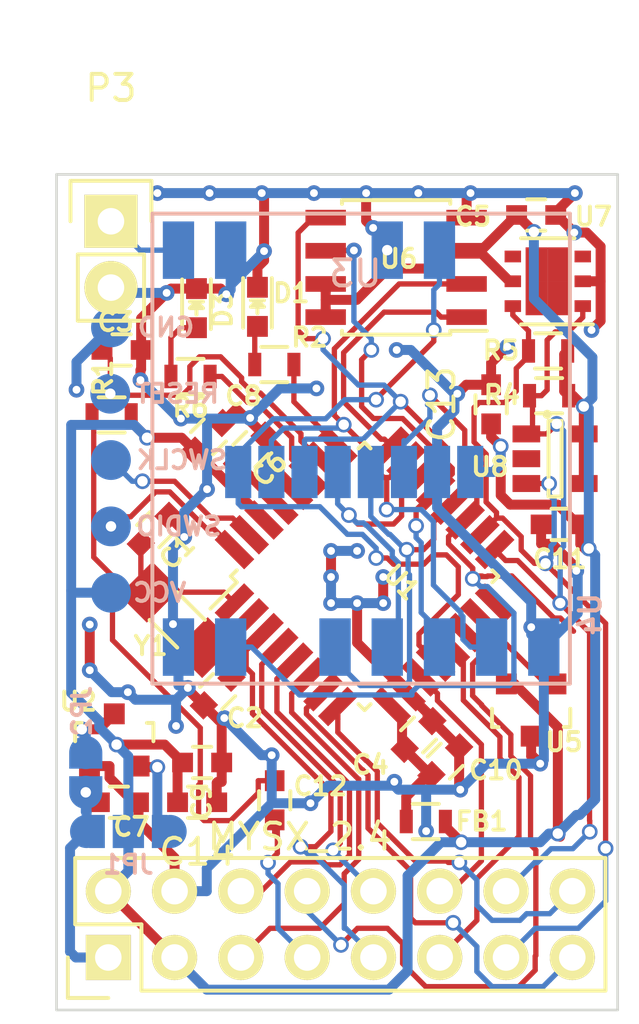
<source format=kicad_pcb>
(kicad_pcb (version 20171130) (host pcbnew "(5.1.12)-1")

  (general
    (thickness 1.6)
    (drawings 7)
    (tracks 908)
    (zones 0)
    (modules 86)
    (nets 46)
  )

  (page A4)
  (title_block
    (title "Sensebender Micro 2")
    (date 2016-02-11)
    (company Mysensors.org)
    (comment 1 "Created by Thomas Bowman Mørch")
  )

  (layers
    (0 F.Cu signal)
    (31 B.Cu signal)
    (32 B.Adhes user hide)
    (33 F.Adhes user hide)
    (34 B.Paste user hide)
    (35 F.Paste user hide)
    (36 B.SilkS user hide)
    (37 F.SilkS user hide)
    (38 B.Mask user hide)
    (39 F.Mask user hide)
    (40 Dwgs.User user hide)
    (41 Cmts.User user hide)
    (42 Eco1.User user hide)
    (43 Eco2.User user hide)
    (44 Edge.Cuts user)
    (45 Margin user hide)
    (46 B.CrtYd user hide)
    (47 F.CrtYd user hide)
    (48 B.Fab user hide)
    (49 F.Fab user hide)
  )

  (setup
    (last_trace_width 0.2032)
    (trace_clearance 0.1524)
    (zone_clearance 0.2032)
    (zone_45_only no)
    (trace_min 0.1524)
    (via_size 0.6)
    (via_drill 0.4)
    (via_min_size 0.4)
    (via_min_drill 0.3)
    (uvia_size 0.3)
    (uvia_drill 0.1)
    (uvias_allowed no)
    (uvia_min_size 0)
    (uvia_min_drill 0)
    (edge_width 0.1)
    (segment_width 0.2)
    (pcb_text_width 0.3)
    (pcb_text_size 1.5 1.5)
    (mod_edge_width 0.15)
    (mod_text_size 1 1)
    (mod_text_width 0.15)
    (pad_size 1.06 0.65)
    (pad_drill 0)
    (pad_to_mask_clearance 0)
    (aux_axis_origin 89.0016 112.5982)
    (visible_elements 7FFFFFFF)
    (pcbplotparams
      (layerselection 0x010f0_ffffffff)
      (usegerberextensions false)
      (usegerberattributes true)
      (usegerberadvancedattributes true)
      (creategerberjobfile true)
      (excludeedgelayer true)
      (linewidth 0.100000)
      (plotframeref false)
      (viasonmask false)
      (mode 1)
      (useauxorigin false)
      (hpglpennumber 1)
      (hpglpenspeed 20)
      (hpglpendiameter 15.000000)
      (psnegative false)
      (psa4output false)
      (plotreference true)
      (plotvalue false)
      (plotinvisibletext false)
      (padsonsilk false)
      (subtractmaskfromsilk false)
      (outputformat 1)
      (mirror false)
      (drillshape 0)
      (scaleselection 1)
      (outputdirectory "Manufacturing/"))
  )

  (net 0 "")
  (net 1 GND)
  (net 2 +3V3)
  (net 3 "Net-(U4-Pad6)")
  (net 4 "Net-(U4-Pad16)")
  (net 5 /V_RAW)
  (net 6 /MOSI)
  (net 7 /MISO)
  (net 8 /SCK)
  (net 9 /CSN)
  (net 10 /IRQ)
  (net 11 /D6_PWM)
  (net 12 /D5_PWM)
  (net 13 /D4_INT)
  (net 14 /D3_INT)
  (net 15 /D1_DFM)
  (net 16 /D2_DTM)
  (net 17 "Net-(C1-Pad2)")
  (net 18 "Net-(C2-Pad2)")
  (net 19 /RESET)
  (net 20 /SWDIO)
  (net 21 /SWCLK)
  (net 22 /D8_SDA)
  (net 23 /D7_SCL)
  (net 24 "Net-(D1-Pad2)")
  (net 25 /SECURITY)
  (net 26 /FLS_CS)
  (net 27 "Net-(U7-Pad3)")
  (net 28 "Net-(U7-Pad4)")
  (net 29 "Net-(C6-Pad2)")
  (net 30 "Net-(R2-Pad1)")
  (net 31 "Net-(JP2-Pad2)")
  (net 32 "Net-(JP1-Pad1)")
  (net 33 /RST)
  (net 34 /LEGACY_ID)
  (net 35 /NRF_CE_RFM_DIO5)
  (net 36 +3.3VA)
  (net 37 /D10_A4)
  (net 38 /D9_A3)
  (net 39 "Net-(D3-Pad2)")
  (net 40 "Net-(R6-Pad1)")
  (net 41 "Net-(U1-Pad16)")
  (net 42 "Net-(U4-Pad15)")
  (net 43 "Net-(U4-Pad12)")
  (net 44 "Net-(U4-Pad11)")
  (net 45 /ANT)

  (net_class Default "This is the default net class."
    (clearance 0.1524)
    (trace_width 0.2032)
    (via_dia 0.6)
    (via_drill 0.4)
    (uvia_dia 0.3)
    (uvia_drill 0.1)
    (add_net /ANT)
    (add_net /CSN)
    (add_net /D10_A4)
    (add_net /D1_DFM)
    (add_net /D2_DTM)
    (add_net /D3_INT)
    (add_net /D4_INT)
    (add_net /D5_PWM)
    (add_net /D6_PWM)
    (add_net /D7_SCL)
    (add_net /D8_SDA)
    (add_net /D9_A3)
    (add_net /FLS_CS)
    (add_net /IRQ)
    (add_net /LEGACY_ID)
    (add_net /MISO)
    (add_net /MOSI)
    (add_net /NRF_CE_RFM_DIO5)
    (add_net /RESET)
    (add_net /RST)
    (add_net /SCK)
    (add_net /SECURITY)
    (add_net /SWCLK)
    (add_net /SWDIO)
    (add_net "Net-(C1-Pad2)")
    (add_net "Net-(C2-Pad2)")
    (add_net "Net-(C6-Pad2)")
    (add_net "Net-(D1-Pad2)")
    (add_net "Net-(D3-Pad2)")
    (add_net "Net-(R2-Pad1)")
    (add_net "Net-(R6-Pad1)")
    (add_net "Net-(U1-Pad16)")
    (add_net "Net-(U4-Pad11)")
    (add_net "Net-(U4-Pad12)")
    (add_net "Net-(U4-Pad15)")
    (add_net "Net-(U4-Pad16)")
    (add_net "Net-(U4-Pad6)")
    (add_net "Net-(U7-Pad3)")
    (add_net "Net-(U7-Pad4)")
  )

  (net_class Antenna ""
    (clearance 0.1)
    (trace_width 0.71)
    (via_dia 0.6)
    (via_drill 0.4)
    (uvia_dia 0.3)
    (uvia_drill 0.1)
  )

  (net_class power ""
    (clearance 0.1778)
    (trace_width 0.381)
    (via_dia 0.6)
    (via_drill 0.4)
    (uvia_dia 0.3)
    (uvia_drill 0.1)
    (add_net +3.3VA)
    (add_net +3V3)
    (add_net /V_RAW)
    (add_net GND)
    (add_net "Net-(JP1-Pad1)")
    (add_net "Net-(JP2-Pad2)")
  )

  (module Housings_QFP:TQFP-32_7x7mm_Pitch0.8mm (layer F.Cu) (tedit 54130A77) (tstamp 55C100EC)
    (at 100.802 97.3907 45)
    (descr "32-Lead Plastic Thin Quad Flatpack (PT) - 7x7x1.0 mm Body, 2.00 mm [TQFP] (see Microchip Packaging Specification 00000049BS.pdf)")
    (tags "QFP 0.8")
    (path /56B7791C)
    (attr smd)
    (fp_text reference U1 (at 0.8382 1.1684 135) (layer F.SilkS)
      (effects (font (size 0.7 0.7) (thickness 0.15)))
    )
    (fp_text value ATSAMD20E (at 0 6.05 45) (layer F.Fab)
      (effects (font (size 0.7 0.7) (thickness 0.15)))
    )
    (fp_line (start -3.625 -3.299999) (end -5.05 -3.3) (layer F.SilkS) (width 0.15))
    (fp_line (start 3.625 -3.625) (end 3.299999 -3.625) (layer F.SilkS) (width 0.15))
    (fp_line (start 3.625 3.625) (end 3.299999 3.625) (layer F.SilkS) (width 0.15))
    (fp_line (start -3.625 3.625) (end -3.299999 3.625) (layer F.SilkS) (width 0.15))
    (fp_line (start -3.625 -3.625) (end -3.299999 -3.625) (layer F.SilkS) (width 0.15))
    (fp_line (start -3.625 3.625) (end -3.625 3.299999) (layer F.SilkS) (width 0.15))
    (fp_line (start 3.625 3.625) (end 3.625 3.299999) (layer F.SilkS) (width 0.15))
    (fp_line (start 3.625 -3.625) (end 3.625 -3.299999) (layer F.SilkS) (width 0.15))
    (fp_line (start -3.625 -3.625) (end -3.625 -3.299999) (layer F.SilkS) (width 0.15))
    (fp_line (start -5.3 5.3) (end 5.3 5.3) (layer F.CrtYd) (width 0.05))
    (fp_line (start -5.3 -5.3) (end 5.3 -5.3) (layer F.CrtYd) (width 0.05))
    (fp_line (start 5.3 -5.3) (end 5.3 5.3) (layer F.CrtYd) (width 0.05))
    (fp_line (start -5.3 -5.3) (end -5.3 5.3) (layer F.CrtYd) (width 0.05))
    (pad 1 smd rect (at -4.25 -2.8 45) (size 1.6 0.55) (layers F.Cu F.Paste F.Mask)
      (net 17 "Net-(C1-Pad2)"))
    (pad 2 smd rect (at -4.25 -2 45) (size 1.6 0.55) (layers F.Cu F.Paste F.Mask)
      (net 18 "Net-(C2-Pad2)"))
    (pad 3 smd rect (at -4.25 -1.2 45) (size 1.6 0.55) (layers F.Cu F.Paste F.Mask)
      (net 14 /D3_INT))
    (pad 4 smd rect (at -4.25 -0.4 45) (size 1.6 0.55) (layers F.Cu F.Paste F.Mask)
      (net 13 /D4_INT))
    (pad 5 smd rect (at -4.25 0.4 45) (size 1.6 0.55) (layers F.Cu F.Paste F.Mask)
      (net 16 /D2_DTM))
    (pad 6 smd rect (at -4.25 1.2 45) (size 1.6 0.55) (layers F.Cu F.Paste F.Mask)
      (net 15 /D1_DFM))
    (pad 7 smd rect (at -4.25 2 45) (size 1.6 0.55) (layers F.Cu F.Paste F.Mask)
      (net 38 /D9_A3))
    (pad 8 smd rect (at -4.25 2.8 45) (size 1.6 0.55) (layers F.Cu F.Paste F.Mask)
      (net 37 /D10_A4))
    (pad 9 smd rect (at -2.8 4.25 135) (size 1.6 0.55) (layers F.Cu F.Paste F.Mask)
      (net 36 +3.3VA))
    (pad 10 smd rect (at -2 4.25 135) (size 1.6 0.55) (layers F.Cu F.Paste F.Mask)
      (net 1 GND))
    (pad 11 smd rect (at -1.2 4.25 135) (size 1.6 0.55) (layers F.Cu F.Paste F.Mask)
      (net 11 /D6_PWM))
    (pad 12 smd rect (at -0.4 4.25 135) (size 1.6 0.55) (layers F.Cu F.Paste F.Mask)
      (net 10 /IRQ))
    (pad 13 smd rect (at 0.4 4.25 135) (size 1.6 0.55) (layers F.Cu F.Paste F.Mask)
      (net 12 /D5_PWM))
    (pad 14 smd rect (at 1.2 4.25 135) (size 1.6 0.55) (layers F.Cu F.Paste F.Mask)
      (net 34 /LEGACY_ID))
    (pad 15 smd rect (at 2 4.25 135) (size 1.6 0.55) (layers F.Cu F.Paste F.Mask)
      (net 25 /SECURITY))
    (pad 16 smd rect (at 2.8 4.25 135) (size 1.6 0.55) (layers F.Cu F.Paste F.Mask)
      (net 41 "Net-(U1-Pad16)"))
    (pad 17 smd rect (at 4.25 2.8 45) (size 1.6 0.55) (layers F.Cu F.Paste F.Mask)
      (net 22 /D8_SDA))
    (pad 18 smd rect (at 4.25 2 45) (size 1.6 0.55) (layers F.Cu F.Paste F.Mask)
      (net 23 /D7_SCL))
    (pad 19 smd rect (at 4.25 1.2 45) (size 1.6 0.55) (layers F.Cu F.Paste F.Mask)
      (net 35 /NRF_CE_RFM_DIO5))
    (pad 20 smd rect (at 4.25 0.4 45) (size 1.6 0.55) (layers F.Cu F.Paste F.Mask)
      (net 9 /CSN))
    (pad 21 smd rect (at 4.25 -0.4 45) (size 1.6 0.55) (layers F.Cu F.Paste F.Mask)
      (net 6 /MOSI))
    (pad 22 smd rect (at 4.25 -1.2 45) (size 1.6 0.55) (layers F.Cu F.Paste F.Mask)
      (net 8 /SCK))
    (pad 23 smd rect (at 4.25 -2 45) (size 1.6 0.55) (layers F.Cu F.Paste F.Mask)
      (net 7 /MISO))
    (pad 24 smd rect (at 4.25 -2.8 45) (size 1.6 0.55) (layers F.Cu F.Paste F.Mask)
      (net 26 /FLS_CS))
    (pad 25 smd rect (at 2.8 -4.25 135) (size 1.6 0.55) (layers F.Cu F.Paste F.Mask)
      (net 30 "Net-(R2-Pad1)"))
    (pad 26 smd rect (at 2 -4.25 135) (size 1.6 0.55) (layers F.Cu F.Paste F.Mask)
      (net 19 /RESET))
    (pad 27 smd rect (at 1.2 -4.25 135) (size 1.6 0.55) (layers F.Cu F.Paste F.Mask)
      (net 40 "Net-(R6-Pad1)"))
    (pad 28 smd rect (at 0.4 -4.25 135) (size 1.6 0.55) (layers F.Cu F.Paste F.Mask)
      (net 1 GND))
    (pad 29 smd rect (at -0.4 -4.25 135) (size 1.6 0.55) (layers F.Cu F.Paste F.Mask)
      (net 29 "Net-(C6-Pad2)"))
    (pad 30 smd rect (at -1.2 -4.25 135) (size 1.6 0.55) (layers F.Cu F.Paste F.Mask)
      (net 2 +3V3))
    (pad 31 smd rect (at -2 -4.25 135) (size 1.6 0.55) (layers F.Cu F.Paste F.Mask)
      (net 21 /SWCLK))
    (pad 32 smd rect (at -2.8 -4.25 135) (size 1.6 0.55) (layers F.Cu F.Paste F.Mask)
      (net 20 /SWDIO))
    (model Housings_QFP.3dshapes/TQFP-32_7x7mm_Pitch0.8mm.wrl
      (at (xyz 0 0 0))
      (scale (xyz 1 1 1))
      (rotate (xyz 0 0 0))
    )
  )

  (module mysensors_obscurities:via-0.6mm (layer F.Cu) (tedit 5831FA45) (tstamp 583ADD5F)
    (at 93.8911 95.885)
    (tags "0.3mm drill")
    (fp_text reference REF**_46 (at 0 0) (layer F.Fab) hide
      (effects (font (size 0.2 0.2) (thickness 0.05)))
    )
    (fp_text value via-0.6mm (at 0 0) (layer F.Fab) hide
      (effects (font (size 0.2 0.2) (thickness 0.05)))
    )
    (pad 1 thru_hole circle (at 0 0) (size 0.6 0.6) (drill 0.3) (layers *.Cu)
      (net 1 GND) (zone_connect 2))
  )

  (module Capacitors_SMD:C_0603 (layer F.Cu) (tedit 583B0725) (tstamp 56B79721)
    (at 95.1738 101.803 45)
    (descr "Capacitor SMD 0603, reflow soldering, AVX (see smccp.pdf)")
    (tags "capacitor 0603")
    (path /56B7879B)
    (attr smd)
    (fp_text reference C2 (at 0.017961 1.454801 180) (layer F.SilkS)
      (effects (font (size 0.7 0.7) (thickness 0.15)))
    )
    (fp_text value 100nF (at 0 1.9 45) (layer F.Fab)
      (effects (font (size 0.7 0.7) (thickness 0.15)))
    )
    (fp_line (start 0.349999 0.6) (end -0.349999 0.6) (layer F.SilkS) (width 0.15))
    (fp_line (start -0.349999 -0.6) (end 0.349999 -0.6) (layer F.SilkS) (width 0.15))
    (fp_line (start 1.45 -0.75) (end 1.45 0.75) (layer F.CrtYd) (width 0.05))
    (fp_line (start -1.45 -0.75) (end -1.45 0.75) (layer F.CrtYd) (width 0.05))
    (fp_line (start -1.45 0.75) (end 1.45 0.75) (layer F.CrtYd) (width 0.05))
    (fp_line (start -1.45 -0.75) (end 1.45 -0.75) (layer F.CrtYd) (width 0.05))
    (pad 1 smd rect (at -0.75 0 45) (size 0.8 0.75) (layers F.Cu F.Paste F.Mask)
      (net 1 GND))
    (pad 2 smd rect (at 0.75 0 45) (size 0.8 0.75) (layers F.Cu F.Paste F.Mask)
      (net 18 "Net-(C2-Pad2)"))
    (model Capacitors_SMD.3dshapes/C_0603.wrl
      (at (xyz 0 0 0))
      (scale (xyz 1 1 1))
      (rotate (xyz 0 0 0))
    )
  )

  (module mysensors_obscurities:via-0.6mm (layer F.Cu) (tedit 583603F4) (tstamp 595D42BB)
    (at 95.504 86.5886)
    (tags "0.3mm drill")
    (fp_text reference REF**_45 (at 0 0) (layer F.Fab) hide
      (effects (font (size 0.2 0.2) (thickness 0.05)))
    )
    (fp_text value via-0.6mm (at 0 0) (layer F.Fab) hide
      (effects (font (size 0.2 0.2) (thickness 0.05)))
    )
    (pad 1 thru_hole circle (at 0 0) (size 0.6 0.6) (drill 0.3) (layers *.Cu)
      (net 1 GND) (zone_connect 2))
  )

  (module mysensors_obscurities:via-0.6mm (layer F.Cu) (tedit 583603F4) (tstamp 595D42B4)
    (at 93.218 86.5378)
    (tags "0.3mm drill")
    (fp_text reference REF**_44 (at 0 0) (layer F.Fab) hide
      (effects (font (size 0.2 0.2) (thickness 0.05)))
    )
    (fp_text value via-0.6mm (at 0 0) (layer F.Fab) hide
      (effects (font (size 0.2 0.2) (thickness 0.05)))
    )
    (pad 1 thru_hole circle (at 0 0) (size 0.6 0.6) (drill 0.3) (layers *.Cu)
      (net 1 GND) (zone_connect 2))
  )

  (module mysensors_radios:RFM95HW_SMD (layer B.Cu) (tedit 5960ADA4) (tstamp 55C1046F)
    (at 107.671 99.1014 90)
    (descr RFM95HW)
    (tags "RFM95HW, RF95")
    (path /55C1045B)
    (fp_text reference U4 (at 0.254 1.778 90) (layer B.SilkS)
      (effects (font (size 0.8 0.8) (thickness 0.16)) (justify mirror))
    )
    (fp_text value RFM69HW (at 8.382 -7.112 90) (layer B.Fab) hide
      (effects (font (size 0.8 0.8) (thickness 0.16)) (justify mirror))
    )
    (fp_line (start -2.4 -15) (end -2.4 1) (layer B.SilkS) (width 0.15))
    (fp_line (start 15.6 -15) (end -2.4 -15) (layer B.SilkS) (width 0.15))
    (fp_line (start 15.6 1) (end 15.6 -15) (layer B.SilkS) (width 0.15))
    (fp_line (start -2.4 1) (end 15.6 1) (layer B.SilkS) (width 0.15))
    (fp_line (start -2.4 -15) (end 15.6 -15) (layer B.CrtYd) (width 0.15))
    (fp_line (start 15.6 1) (end 15.6 -15) (layer B.CrtYd) (width 0.15))
    (fp_line (start -2.4 1) (end -2.4 -15) (layer B.CrtYd) (width 0.15))
    (fp_line (start -2.4 1) (end 15.6 1) (layer B.CrtYd) (width 0.15))
    (fp_line (start 15.6 1) (end 15.6 -15) (layer F.CrtYd) (width 0.15))
    (fp_line (start -2.4 1) (end -2.4 -15) (layer F.CrtYd) (width 0.15))
    (fp_line (start -2.4 -15) (end 15.6 -15) (layer F.CrtYd) (width 0.15))
    (fp_line (start -2.4 1) (end 15.6 1) (layer F.CrtYd) (width 0.15))
    (pad 16 smd rect (at 14.2 0 90) (size 2.2 1.2) (layers Dwgs.User)
      (net 4 "Net-(U4-Pad16)"))
    (pad 15 smd rect (at 14.2 -2 90) (size 2.2 1.2) (layers Dwgs.User)
      (net 42 "Net-(U4-Pad15)"))
    (pad 14 smd rect (at 14.2 -4 90) (size 2.2 1.2) (layers B.Cu B.Paste B.Mask)
      (net 10 /IRQ))
    (pad 13 smd rect (at 14.2 -6 90) (size 2.2 1.2) (layers B.Cu B.Paste B.Mask)
      (net 2 +3V3))
    (pad 12 smd rect (at 14.2 -8 90) (size 2.2 1.2) (layers Dwgs.User)
      (net 43 "Net-(U4-Pad12)"))
    (pad 11 smd rect (at 14.2 -10 90) (size 2.2 1.2) (layers Dwgs.User)
      (net 44 "Net-(U4-Pad11)"))
    (pad 10 smd rect (at 14.2 -12 90) (size 2.2 1.2) (layers B.Cu B.Paste B.Mask)
      (net 1 GND))
    (pad 9 smd rect (at 14.2 -14 90) (size 2.2 1.2) (layers B.Cu B.Paste B.Mask)
      (net 45 /ANT))
    (pad 8 smd rect (at -1 -14 90) (size 2.2 1.2) (layers B.Cu B.Paste B.Mask)
      (net 1 GND))
    (pad 7 smd rect (at -1 -12 90) (size 2.2 1.2) (layers B.Cu B.Paste B.Mask)
      (net 35 /NRF_CE_RFM_DIO5))
    (pad 6 smd rect (at -1 -10 90) (size 2.2 1.2) (layers Dwgs.User)
      (net 3 "Net-(U4-Pad6)"))
    (pad 5 smd rect (at -1 -8 90) (size 2.2 1.2) (layers B.Cu B.Paste B.Mask)
      (net 9 /CSN))
    (pad 4 smd rect (at -1 -6 90) (size 2.2 1.2) (layers B.Cu B.Paste B.Mask)
      (net 8 /SCK))
    (pad 3 smd rect (at -1 -4 90) (size 2.2 1.2) (layers B.Cu B.Paste B.Mask)
      (net 6 /MOSI))
    (pad 2 smd rect (at -1 -2 90) (size 2.2 1.2) (layers B.Cu B.Paste B.Mask)
      (net 7 /MISO))
    (pad 1 smd rect (at -1 0 90) (size 2.2 1.2) (layers B.Cu B.Paste B.Mask)
      (net 1 GND))
    (model ${MYSLOCAL}/mysensors.3dshapes/mysensors_radios.3dshapes/rfm69hw.wrl
      (offset (xyz 8.432799873352051 -6.984999895095826 0.7619999885559082))
      (scale (xyz 0.395 0.395 0.395))
      (rotate (xyz 0 0 180))
    )
    (model Crystals.3dshapes/crystal_FA238-TSX3225.wrl
      (offset (xyz 8.432799873352051 -2.031999969482422 1.523999977111816))
      (scale (xyz 0.24 0.24 0.24))
      (rotate (xyz 0 0 90))
    )
    (model Housings_DFN_QFN.3dshapes/QFN-28-1EP_5x5mm_Pitch0.5mm.wrl
      (offset (xyz 5.181599922180175 -11.30299983024597 1.523999977111816))
      (scale (xyz 1 1 1))
      (rotate (xyz 0 0 0))
    )
  )

  (module mysensors_obscurities:via-0.6mm (layer F.Cu) (tedit 583603F4) (tstamp 595D4199)
    (at 96.9518 84.9376)
    (tags "0.3mm drill")
    (fp_text reference REF**_43 (at 0 0) (layer F.Fab) hide
      (effects (font (size 0.2 0.2) (thickness 0.05)))
    )
    (fp_text value via-0.6mm (at 0 0) (layer F.Fab) hide
      (effects (font (size 0.2 0.2) (thickness 0.05)))
    )
    (pad 1 thru_hole circle (at 0 0) (size 0.6 0.6) (drill 0.3) (layers *.Cu)
      (net 1 GND) (zone_connect 2))
  )

  (module mysensors_obscurities:via-0.6mm (layer F.Cu) (tedit 583603F4) (tstamp 595D4129)
    (at 98.9584 90.1954)
    (tags "0.3mm drill")
    (fp_text reference REF**_42 (at 0 0) (layer F.Fab) hide
      (effects (font (size 0.2 0.2) (thickness 0.05)))
    )
    (fp_text value via-0.6mm (at 0 0) (layer F.Fab) hide
      (effects (font (size 0.2 0.2) (thickness 0.05)))
    )
    (pad 1 thru_hole circle (at 0 0) (size 0.6 0.6) (drill 0.3) (layers *.Cu)
      (net 1 GND) (zone_connect 2))
  )

  (module mysensors_obscurities:via-0.6mm (layer F.Cu) (tedit 583603F4) (tstamp 583ADAB7)
    (at 104.356 90.3986)
    (tags "0.3mm drill")
    (fp_text reference REF**_41 (at 0 0) (layer F.Fab) hide
      (effects (font (size 0.2 0.2) (thickness 0.05)))
    )
    (fp_text value via-0.6mm (at 0 0) (layer F.Fab) hide
      (effects (font (size 0.2 0.2) (thickness 0.05)))
    )
    (pad 1 thru_hole circle (at 0 0) (size 0.6 0.6) (drill 0.3) (layers *.Cu)
      (net 1 GND) (zone_connect 2))
  )

  (module mysensors_obscurities:via-0.6mm (layer F.Cu) (tedit 583603F4) (tstamp 588F1055)
    (at 102.032 88.7222)
    (tags "0.3mm drill")
    (fp_text reference REF**_40 (at 0 0) (layer F.Fab) hide
      (effects (font (size 0.2 0.2) (thickness 0.05)))
    )
    (fp_text value via-0.6mm (at 0 0) (layer F.Fab) hide
      (effects (font (size 0.2 0.2) (thickness 0.05)))
    )
    (pad 1 thru_hole circle (at 0 0) (size 0.6 0.6) (drill 0.3) (layers *.Cu)
      (net 1 GND) (zone_connect 2))
  )

  (module mysensors_obscurities:via-0.6mm (layer F.Cu) (tedit 5831FA45) (tstamp 588F1037)
    (at 107.188 99.3394)
    (tags "0.3mm drill")
    (fp_text reference REF**_39 (at 0 0) (layer F.Fab) hide
      (effects (font (size 0.2 0.2) (thickness 0.05)))
    )
    (fp_text value via-0.6mm (at 0 0) (layer F.Fab) hide
      (effects (font (size 0.2 0.2) (thickness 0.05)))
    )
    (pad 1 thru_hole circle (at 0 0) (size 0.6 0.6) (drill 0.3) (layers *.Cu)
      (net 1 GND) (zone_connect 2))
  )

  (module mysensors_obscurities:via-0.6mm (layer F.Cu) (tedit 583603F4) (tstamp 588EE512)
    (at 108.839 84.2264)
    (tags "0.3mm drill")
    (fp_text reference REF**_38 (at 0 0) (layer F.Fab) hide
      (effects (font (size 0.2 0.2) (thickness 0.05)))
    )
    (fp_text value via-0.6mm (at 0 0) (layer F.Fab) hide
      (effects (font (size 0.2 0.2) (thickness 0.05)))
    )
    (pad 1 thru_hole circle (at 0 0) (size 0.6 0.6) (drill 0.3) (layers *.Cu)
      (net 1 GND) (zone_connect 2))
  )

  (module mysensors_obscurities:via-0.6mm (layer F.Cu) (tedit 583603F4) (tstamp 588EE488)
    (at 109.499 87.9602)
    (tags "0.3mm drill")
    (fp_text reference REF**_37 (at 0 0) (layer F.Fab) hide
      (effects (font (size 0.2 0.2) (thickness 0.05)))
    )
    (fp_text value via-0.6mm (at 0 0) (layer F.Fab) hide
      (effects (font (size 0.2 0.2) (thickness 0.05)))
    )
    (pad 1 thru_hole circle (at 0 0) (size 0.6 0.6) (drill 0.3) (layers *.Cu)
      (net 1 GND) (zone_connect 2))
  )

  (module mysensors_obscurities:via-0.6mm (layer F.Cu) (tedit 5831FA45) (tstamp 588E3B22)
    (at 90.2716 99.2378)
    (tags "0.3mm drill")
    (fp_text reference REF**_36 (at 0 0) (layer F.Fab) hide
      (effects (font (size 0.2 0.2) (thickness 0.05)))
    )
    (fp_text value via-0.6mm (at 0 0) (layer F.Fab) hide
      (effects (font (size 0.2 0.2) (thickness 0.05)))
    )
    (pad 1 thru_hole circle (at 0 0) (size 0.6 0.6) (drill 0.3) (layers *.Cu)
      (net 1 GND) (zone_connect 2))
  )

  (module Housings_SOIC:SOIC-8_3.9x4.9mm_Pitch1.27mm (layer F.Cu) (tedit 54130A77) (tstamp 56B7A6D2)
    (at 102.012 85.5599 180)
    (descr "8-Lead Plastic Small Outline (SN) - Narrow, 3.90 mm Body [SOIC] (see Microchip Packaging Specification 00000049BS.pdf)")
    (tags "SOIC 1.27")
    (path /56B7C268)
    (attr smd)
    (fp_text reference U6 (at -0.1016 0.3302 180) (layer F.SilkS)
      (effects (font (size 0.7 0.7) (thickness 0.15)))
    )
    (fp_text value AT45DB041E (at 0 3.5 180) (layer F.Fab)
      (effects (font (size 0.7 0.7) (thickness 0.15)))
    )
    (fp_line (start -2.075 -2.43) (end -3.475 -2.43) (layer F.SilkS) (width 0.15))
    (fp_line (start -2.075 2.575) (end 2.075 2.575) (layer F.SilkS) (width 0.15))
    (fp_line (start -2.075 -2.575) (end 2.075 -2.575) (layer F.SilkS) (width 0.15))
    (fp_line (start -2.075 2.575) (end -2.075 2.43) (layer F.SilkS) (width 0.15))
    (fp_line (start 2.075 2.575) (end 2.075 2.43) (layer F.SilkS) (width 0.15))
    (fp_line (start 2.075 -2.575) (end 2.075 -2.43) (layer F.SilkS) (width 0.15))
    (fp_line (start -2.075 -2.575) (end -2.075 -2.43) (layer F.SilkS) (width 0.15))
    (fp_line (start -3.75 2.75) (end 3.75 2.75) (layer F.CrtYd) (width 0.05))
    (fp_line (start -3.75 -2.75) (end 3.75 -2.75) (layer F.CrtYd) (width 0.05))
    (fp_line (start 3.75 -2.75) (end 3.75 2.75) (layer F.CrtYd) (width 0.05))
    (fp_line (start -3.75 -2.75) (end -3.75 2.75) (layer F.CrtYd) (width 0.05))
    (pad 1 smd rect (at -2.7 -1.905 180) (size 1.55 0.6) (layers F.Cu F.Paste F.Mask)
      (net 26 /FLS_CS))
    (pad 2 smd rect (at -2.7 -0.635 180) (size 1.55 0.6) (layers F.Cu F.Paste F.Mask)
      (net 7 /MISO))
    (pad 3 smd rect (at -2.7 0.635 180) (size 1.55 0.6) (layers F.Cu F.Paste F.Mask)
      (net 2 +3V3))
    (pad 4 smd rect (at -2.7 1.905 180) (size 1.55 0.6) (layers F.Cu F.Paste F.Mask)
      (net 1 GND))
    (pad 5 smd rect (at 2.7 1.905 180) (size 1.55 0.6) (layers F.Cu F.Paste F.Mask)
      (net 6 /MOSI))
    (pad 6 smd rect (at 2.7 0.635 180) (size 1.55 0.6) (layers F.Cu F.Paste F.Mask)
      (net 8 /SCK))
    (pad 7 smd rect (at 2.7 -0.635 180) (size 1.55 0.6) (layers F.Cu F.Paste F.Mask)
      (net 2 +3V3))
    (pad 8 smd rect (at 2.7 -1.905 180) (size 1.55 0.6) (layers F.Cu F.Paste F.Mask)
      (net 2 +3V3))
    (model Housings_SOIC.3dshapes/SOIC-8_3.9x4.9mm_Pitch1.27mm.wrl
      (at (xyz 0 0 0))
      (scale (xyz 1 1 1))
      (rotate (xyz 0 0 0))
    )
  )

  (module mysensors_obscurities:via-0.6mm (layer F.Cu) (tedit 5831FA45) (tstamp 588E39DF)
    (at 108.915 97.1804)
    (tags "0.3mm drill")
    (fp_text reference REF**_35 (at 0 0) (layer F.Fab) hide
      (effects (font (size 0.2 0.2) (thickness 0.05)))
    )
    (fp_text value via-0.6mm (at 0 0) (layer F.Fab) hide
      (effects (font (size 0.2 0.2) (thickness 0.05)))
    )
    (pad 1 thru_hole circle (at 0 0) (size 0.6 0.6) (drill 0.3) (layers *.Cu)
      (net 1 GND) (zone_connect 2))
  )

  (module mysensors_obscurities:via-0.6mm (layer F.Cu) (tedit 583603F4) (tstamp 5887B1E4)
    (at 89.7636 90.2462)
    (tags "0.3mm drill")
    (fp_text reference REF**_34 (at 0 0) (layer F.Fab) hide
      (effects (font (size 0.2 0.2) (thickness 0.05)))
    )
    (fp_text value via-0.6mm (at 0 0) (layer F.Fab) hide
      (effects (font (size 0.2 0.2) (thickness 0.05)))
    )
    (pad 1 thru_hole circle (at 0 0) (size 0.6 0.6) (drill 0.3) (layers *.Cu)
      (net 1 GND) (zone_connect 2))
  )

  (module mysensors_obscurities:via-0.6mm (layer F.Cu) (tedit 5831FA45) (tstamp 583C879F)
    (at 90.2716 100.99)
    (tags "0.3mm drill")
    (fp_text reference REF**_33 (at 0 0) (layer F.Fab) hide
      (effects (font (size 0.2 0.2) (thickness 0.05)))
    )
    (fp_text value via-0.6mm (at 0 0) (layer F.Fab) hide
      (effects (font (size 0.2 0.2) (thickness 0.05)))
    )
    (pad 1 thru_hole circle (at 0 0) (size 0.6 0.6) (drill 0.3) (layers *.Cu)
      (net 1 GND) (zone_connect 2))
  )

  (module mysensors_obscurities:via-0.6mm (layer F.Cu) (tedit 5831FA45) (tstamp 583B0553)
    (at 94.0308 101.666)
    (tags "0.3mm drill")
    (fp_text reference REF**_32 (at 0 0) (layer F.Fab) hide
      (effects (font (size 0.2 0.2) (thickness 0.05)))
    )
    (fp_text value via-0.6mm (at 0 0) (layer F.Fab) hide
      (effects (font (size 0.2 0.2) (thickness 0.05)))
    )
    (pad 1 thru_hole circle (at 0 0) (size 0.6 0.6) (drill 0.3) (layers *.Cu)
      (net 1 GND) (zone_connect 2))
  )

  (module mysensors_obscurities:via-0.6mm (layer F.Cu) (tedit 5831FA45) (tstamp 583B0528)
    (at 93.5787 103.124)
    (tags "0.3mm drill")
    (fp_text reference REF**_31 (at 0 0) (layer F.Fab) hide
      (effects (font (size 0.2 0.2) (thickness 0.05)))
    )
    (fp_text value via-0.6mm (at 0 0) (layer F.Fab) hide
      (effects (font (size 0.2 0.2) (thickness 0.05)))
    )
    (pad 1 thru_hole circle (at 0 0) (size 0.6 0.6) (drill 0.3) (layers *.Cu)
      (net 1 GND) (zone_connect 2))
  )

  (module mysensors_obscurities:via-0.6mm (layer F.Cu) (tedit 5831FA45) (tstamp 583B03F0)
    (at 107.533 104.567)
    (tags "0.3mm drill")
    (fp_text reference REF**_30 (at 0 0) (layer F.Fab) hide
      (effects (font (size 0.2 0.2) (thickness 0.05)))
    )
    (fp_text value via-0.6mm (at 0 0) (layer F.Fab) hide
      (effects (font (size 0.2 0.2) (thickness 0.05)))
    )
    (pad 1 thru_hole circle (at 0 0) (size 0.6 0.6) (drill 0.3) (layers *.Cu)
      (net 1 GND) (zone_connect 2))
  )

  (module TO_SOT_Packages_SMD:SOT-23 (layer F.Cu) (tedit 553634F8) (tstamp 56B7A821)
    (at 107.186 102.514 180)
    (descr "SOT-23, Standard")
    (tags SOT-23)
    (path /56B7BA20)
    (attr smd)
    (fp_text reference U5 (at -1.25636 -1.22428) (layer F.SilkS)
      (effects (font (size 0.7 0.7) (thickness 0.15)))
    )
    (fp_text value ATSHA204A (at 0 2.3 180) (layer F.Fab)
      (effects (font (size 0.7 0.7) (thickness 0.15)))
    )
    (fp_line (start 1.49982 -0.65024) (end 1.49982 0.0508) (layer F.SilkS) (width 0.15))
    (fp_line (start 1.29916 -0.65024) (end 1.49982 -0.65024) (layer F.SilkS) (width 0.15))
    (fp_line (start -1.49982 -0.65024) (end -1.2509 -0.65024) (layer F.SilkS) (width 0.15))
    (fp_line (start -1.49982 0.0508) (end -1.49982 -0.65024) (layer F.SilkS) (width 0.15))
    (fp_line (start 1.29916 -0.65024) (end 1.2509 -0.65024) (layer F.SilkS) (width 0.15))
    (fp_line (start -1.65 1.6) (end -1.65 -1.6) (layer F.CrtYd) (width 0.05))
    (fp_line (start 1.65 1.6) (end -1.65 1.6) (layer F.CrtYd) (width 0.05))
    (fp_line (start 1.65 -1.6) (end 1.65 1.6) (layer F.CrtYd) (width 0.05))
    (fp_line (start -1.65 -1.6) (end 1.65 -1.6) (layer F.CrtYd) (width 0.05))
    (pad 1 smd rect (at -0.95 1.00076 180) (size 0.8001 0.8001) (layers F.Cu F.Paste F.Mask)
      (net 25 /SECURITY))
    (pad 2 smd rect (at 0.95 1.00076 180) (size 0.8001 0.8001) (layers F.Cu F.Paste F.Mask)
      (net 2 +3V3))
    (pad 3 smd rect (at 0 -0.99822 180) (size 0.8001 0.8001) (layers F.Cu F.Paste F.Mask)
      (net 1 GND))
    (model TO_SOT_Packages_SMD.3dshapes/SOT-23.wrl
      (at (xyz 0 0 0))
      (scale (xyz 1 1 1))
      (rotate (xyz 0 0 0))
    )
  )

  (module mysensors_obscurities:via-0.6mm (layer F.Cu) (tedit 583603F4) (tstamp 583B01FB)
    (at 108.862 82.7151)
    (tags "0.3mm drill")
    (fp_text reference REF**_29 (at 0 0) (layer F.Fab) hide
      (effects (font (size 0.2 0.2) (thickness 0.05)))
    )
    (fp_text value via-0.6mm (at 0 0) (layer F.Fab) hide
      (effects (font (size 0.2 0.2) (thickness 0.05)))
    )
    (pad 1 thru_hole circle (at 0 0) (size 0.6 0.6) (drill 0.3) (layers *.Cu)
      (net 1 GND) (zone_connect 2))
  )

  (module mysensors_obscurities:via-0.6mm (layer F.Cu) (tedit 5831FA45) (tstamp 583AFB28)
    (at 101.943 105.258)
    (tags "0.3mm drill")
    (fp_text reference REF**_28 (at 0 0) (layer F.Fab) hide
      (effects (font (size 0.2 0.2) (thickness 0.05)))
    )
    (fp_text value via-0.6mm (at 0 0) (layer F.Fab) hide
      (effects (font (size 0.2 0.2) (thickness 0.05)))
    )
    (pad 1 thru_hole circle (at 0 0) (size 0.6 0.6) (drill 0.3) (layers *.Cu)
      (net 1 GND) (zone_connect 2))
  )

  (module mysensors_obscurities:via-0.6mm (layer F.Cu) (tedit 5831FA45) (tstamp 583AFAF3)
    (at 98.7298 106.083)
    (tags "0.3mm drill")
    (fp_text reference REF**_27 (at 0 0) (layer F.Fab) hide
      (effects (font (size 0.2 0.2) (thickness 0.05)))
    )
    (fp_text value via-0.6mm (at 0 0) (layer F.Fab) hide
      (effects (font (size 0.2 0.2) (thickness 0.05)))
    )
    (pad 1 thru_hole circle (at 0 0) (size 0.6 0.6) (drill 0.3) (layers *.Cu)
      (net 1 GND) (zone_connect 2))
  )

  (module mysensors_obscurities:via-0.6mm (layer F.Cu) (tedit 5831FA45) (tstamp 583ADDDD)
    (at 95.4278 102.819)
    (tags "0.3mm drill")
    (fp_text reference REF**_26 (at 0 0) (layer F.Fab) hide
      (effects (font (size 0.2 0.2) (thickness 0.05)))
    )
    (fp_text value via-0.6mm (at 0 0) (layer F.Fab) hide
      (effects (font (size 0.2 0.2) (thickness 0.05)))
    )
    (pad 1 thru_hole circle (at 0 0) (size 0.6 0.6) (drill 0.3) (layers *.Cu)
      (net 1 GND) (zone_connect 2))
  )

  (module mysensors_obscurities:via-0.6mm (layer F.Cu) (tedit 5831FA45) (tstamp 583ADD69)
    (at 94.7674 94.0562)
    (tags "0.3mm drill")
    (fp_text reference REF**_25 (at 0 0) (layer F.Fab) hide
      (effects (font (size 0.2 0.2) (thickness 0.05)))
    )
    (fp_text value via-0.6mm (at 0 0) (layer F.Fab) hide
      (effects (font (size 0.2 0.2) (thickness 0.05)))
    )
    (pad 1 thru_hole circle (at 0 0) (size 0.6 0.6) (drill 0.3) (layers *.Cu)
      (net 1 GND) (zone_connect 2))
  )

  (module mysensors_obscurities:via-0.6mm (layer F.Cu) (tedit 583603F4) (tstamp 583ADC2A)
    (at 101.13 84.0486)
    (tags "0.3mm drill")
    (fp_text reference REF**_24 (at 0 0) (layer F.Fab) hide
      (effects (font (size 0.2 0.2) (thickness 0.05)))
    )
    (fp_text value via-0.6mm (at 0 0) (layer F.Fab) hide
      (effects (font (size 0.2 0.2) (thickness 0.05)))
    )
    (pad 1 thru_hole circle (at 0 0) (size 0.6 0.6) (drill 0.3) (layers *.Cu)
      (net 1 GND) (zone_connect 2))
  )

  (module mysensors_obscurities:via-0.6mm (layer F.Cu) (tedit 5831FA45) (tstamp 583ADB43)
    (at 93.4618 99.2226)
    (tags "0.3mm drill")
    (fp_text reference REF**_23 (at 0 0) (layer F.Fab) hide
      (effects (font (size 0.2 0.2) (thickness 0.05)))
    )
    (fp_text value via-0.6mm (at 0 0) (layer F.Fab) hide
      (effects (font (size 0.2 0.2) (thickness 0.05)))
    )
    (pad 1 thru_hole circle (at 0 0) (size 0.6 0.6) (drill 0.3) (layers *.Cu)
      (net 1 GND) (zone_connect 2))
  )

  (module mysensors_obscurities:via-0.6mm (layer F.Cu) (tedit 583603F4) (tstamp 583ADAB1)
    (at 106.274 88.5952)
    (tags "0.3mm drill")
    (fp_text reference REF**_22 (at 0 0) (layer F.Fab) hide
      (effects (font (size 0.2 0.2) (thickness 0.05)))
    )
    (fp_text value via-0.6mm (at 0 0) (layer F.Fab) hide
      (effects (font (size 0.2 0.2) (thickness 0.05)))
    )
    (pad 1 thru_hole circle (at 0 0) (size 0.6 0.6) (drill 0.3) (layers *.Cu)
      (net 1 GND) (zone_connect 2))
  )

  (module mysensors_obscurities:via-0.6mm (layer F.Cu) (tedit 583603F4) (tstamp 583ADAA1)
    (at 93.7641 91.3511)
    (tags "0.3mm drill")
    (fp_text reference REF**_21 (at 0 0) (layer F.Fab) hide
      (effects (font (size 0.2 0.2) (thickness 0.05)))
    )
    (fp_text value via-0.6mm (at 0 0) (layer F.Fab) hide
      (effects (font (size 0.2 0.2) (thickness 0.05)))
    )
    (pad 1 thru_hole circle (at 0 0) (size 0.6 0.6) (drill 0.3) (layers *.Cu)
      (net 1 GND) (zone_connect 2))
  )

  (module mysensors_obscurities:via-0.6mm (layer F.Cu) (tedit 583603F4) (tstamp 583ADA9B)
    (at 96.4184 91.3257)
    (tags "0.3mm drill")
    (fp_text reference REF**_20 (at 0 0) (layer F.Fab) hide
      (effects (font (size 0.2 0.2) (thickness 0.05)))
    )
    (fp_text value via-0.6mm (at 0 0) (layer F.Fab) hide
      (effects (font (size 0.2 0.2) (thickness 0.05)))
    )
    (pad 1 thru_hole circle (at 0 0) (size 0.6 0.6) (drill 0.3) (layers *.Cu)
      (net 1 GND) (zone_connect 2))
  )

  (module mysensors_obscurities:via-0.6mm (layer F.Cu) (tedit 583603F4) (tstamp 583ADA55)
    (at 92.2147 89.8779)
    (tags "0.3mm drill")
    (fp_text reference REF**_19 (at 0 0) (layer F.Fab) hide
      (effects (font (size 0.2 0.2) (thickness 0.05)))
    )
    (fp_text value via-0.6mm (at 0 0) (layer F.Fab) hide
      (effects (font (size 0.2 0.2) (thickness 0.05)))
    )
    (pad 1 thru_hole circle (at 0 0) (size 0.6 0.6) (drill 0.3) (layers *.Cu)
      (net 1 GND) (zone_connect 2))
  )

  (module mysensors_obscurities:via-0.6mm (layer F.Cu) (tedit 5831FA45) (tstamp 583AD9F2)
    (at 91.7321 101.829)
    (tags "0.3mm drill")
    (fp_text reference REF**_18 (at 0 0) (layer F.Fab) hide
      (effects (font (size 0.2 0.2) (thickness 0.05)))
    )
    (fp_text value via-0.6mm (at 0 0) (layer F.Fab) hide
      (effects (font (size 0.2 0.2) (thickness 0.05)))
    )
    (pad 1 thru_hole circle (at 0 0) (size 0.6 0.6) (drill 0.3) (layers *.Cu)
      (net 1 GND) (zone_connect 2))
  )

  (module mysensors_obscurities:via-0.6mm (layer F.Cu) (tedit 5831FA45) (tstamp 583AD992)
    (at 97.2439 104.242)
    (tags "0.3mm drill")
    (fp_text reference REF**_17 (at 0 0) (layer F.Fab) hide
      (effects (font (size 0.2 0.2) (thickness 0.05)))
    )
    (fp_text value via-0.6mm (at 0 0) (layer F.Fab) hide
      (effects (font (size 0.2 0.2) (thickness 0.05)))
    )
    (pad 1 thru_hole circle (at 0 0) (size 0.6 0.6) (drill 0.3) (layers *.Cu)
      (net 1 GND) (zone_connect 2))
  )

  (module mysensors_obscurities:via-0.6mm (layer F.Cu) (tedit 5831FA45) (tstamp 583AD982)
    (at 103.162 107.15)
    (tags "0.3mm drill")
    (fp_text reference REF**_16 (at 0 0) (layer F.Fab) hide
      (effects (font (size 0.2 0.2) (thickness 0.05)))
    )
    (fp_text value via-0.6mm (at 0 0) (layer F.Fab) hide
      (effects (font (size 0.2 0.2) (thickness 0.05)))
    )
    (pad 1 thru_hole circle (at 0 0) (size 0.6 0.6) (drill 0.3) (layers *.Cu)
      (net 1 GND) (zone_connect 2))
  )

  (module mysensors_obscurities:via-0.6mm (layer F.Cu) (tedit 5831FA45) (tstamp 583AD977)
    (at 104.47 105.562)
    (tags "0.3mm drill")
    (fp_text reference REF**_15 (at 0 0) (layer F.Fab) hide
      (effects (font (size 0.2 0.2) (thickness 0.05)))
    )
    (fp_text value via-0.6mm (at 0 0) (layer F.Fab) hide
      (effects (font (size 0.2 0.2) (thickness 0.05)))
    )
    (pad 1 thru_hole circle (at 0 0) (size 0.6 0.6) (drill 0.3) (layers *.Cu)
      (net 1 GND) (zone_connect 2))
  )

  (module mysensors_obscurities:via-0.6mm (layer F.Cu) (tedit 583603F4) (tstamp 583AAE84)
    (at 104.862 82.7151)
    (tags "0.3mm drill")
    (fp_text reference REF**_14 (at 0 0) (layer F.Fab) hide
      (effects (font (size 0.2 0.2) (thickness 0.05)))
    )
    (fp_text value via-0.6mm (at 0 0) (layer F.Fab) hide
      (effects (font (size 0.2 0.2) (thickness 0.05)))
    )
    (pad 1 thru_hole circle (at 0 0) (size 0.6 0.6) (drill 0.3) (layers *.Cu)
      (net 1 GND) (zone_connect 2))
  )

  (module mysensors_obscurities:via-0.6mm (layer F.Cu) (tedit 583603F4) (tstamp 583AAE80)
    (at 102.862 82.7151)
    (tags "0.3mm drill")
    (fp_text reference REF**_13 (at 0 0) (layer F.Fab) hide
      (effects (font (size 0.2 0.2) (thickness 0.05)))
    )
    (fp_text value via-0.6mm (at 0 0) (layer F.Fab) hide
      (effects (font (size 0.2 0.2) (thickness 0.05)))
    )
    (pad 1 thru_hole circle (at 0 0) (size 0.6 0.6) (drill 0.3) (layers *.Cu)
      (net 1 GND) (zone_connect 2))
  )

  (module mysensors_obscurities:via-0.6mm (layer F.Cu) (tedit 583603F4) (tstamp 583AAE7B)
    (at 100.862 82.7151)
    (tags "0.3mm drill")
    (fp_text reference REF**_12 (at 0 0) (layer F.Fab) hide
      (effects (font (size 0.2 0.2) (thickness 0.05)))
    )
    (fp_text value via-0.6mm (at 0 0) (layer F.Fab) hide
      (effects (font (size 0.2 0.2) (thickness 0.05)))
    )
    (pad 1 thru_hole circle (at 0 0) (size 0.6 0.6) (drill 0.3) (layers *.Cu)
      (net 1 GND) (zone_connect 2))
  )

  (module mysensors_obscurities:via-0.6mm (layer F.Cu) (tedit 583603F4) (tstamp 583AAE77)
    (at 98.8624 82.7151)
    (tags "0.3mm drill")
    (fp_text reference REF**_11 (at 0 0) (layer F.Fab) hide
      (effects (font (size 0.2 0.2) (thickness 0.05)))
    )
    (fp_text value via-0.6mm (at 0 0) (layer F.Fab) hide
      (effects (font (size 0.2 0.2) (thickness 0.05)))
    )
    (pad 1 thru_hole circle (at 0 0) (size 0.6 0.6) (drill 0.3) (layers *.Cu)
      (net 1 GND) (zone_connect 2))
  )

  (module mysensors_obscurities:via-0.6mm (layer F.Cu) (tedit 583603F4) (tstamp 583AAE73)
    (at 96.8624 82.7151)
    (tags "0.3mm drill")
    (fp_text reference REF**_10 (at 0 0) (layer F.Fab) hide
      (effects (font (size 0.2 0.2) (thickness 0.05)))
    )
    (fp_text value via-0.6mm (at 0 0) (layer F.Fab) hide
      (effects (font (size 0.2 0.2) (thickness 0.05)))
    )
    (pad 1 thru_hole circle (at 0 0) (size 0.6 0.6) (drill 0.3) (layers *.Cu)
      (net 1 GND) (zone_connect 2))
  )

  (module mysensors_obscurities:via-0.6mm (layer F.Cu) (tedit 583603F4) (tstamp 583AAE6F)
    (at 94.8624 82.7151)
    (tags "0.3mm drill")
    (fp_text reference REF**_9 (at 0 0) (layer F.Fab) hide
      (effects (font (size 0.2 0.2) (thickness 0.05)))
    )
    (fp_text value via-0.6mm (at 0 0) (layer F.Fab) hide
      (effects (font (size 0.2 0.2) (thickness 0.05)))
    )
    (pad 1 thru_hole circle (at 0 0) (size 0.6 0.6) (drill 0.3) (layers *.Cu)
      (net 1 GND) (zone_connect 2))
  )

  (module LEDs:LED-0603 (layer F.Cu) (tedit 583B07BC) (tstamp 5838CA17)
    (at 94.361 87.122 270)
    (descr "LED 0603 smd package")
    (tags "LED led 0603 SMD smd SMT smt smdled SMDLED smtled SMTLED")
    (path /5838D210)
    (attr smd)
    (fp_text reference D3 (at 0.06096 -1.0033 270) (layer F.SilkS)
      (effects (font (size 0.7 0.7) (thickness 0.15)))
    )
    (fp_text value LED (at 0 1.5 270) (layer F.Fab)
      (effects (font (size 1 1) (thickness 0.15)))
    )
    (fp_line (start -1.4 -0.75) (end 1.4 -0.75) (layer F.CrtYd) (width 0.05))
    (fp_line (start -1.4 0.75) (end -1.4 -0.75) (layer F.CrtYd) (width 0.05))
    (fp_line (start 1.4 0.75) (end -1.4 0.75) (layer F.CrtYd) (width 0.05))
    (fp_line (start 1.4 -0.75) (end 1.4 0.75) (layer F.CrtYd) (width 0.05))
    (fp_line (start 0 0.25) (end -0.25 0) (layer F.SilkS) (width 0.15))
    (fp_line (start 0 -0.25) (end 0 0.25) (layer F.SilkS) (width 0.15))
    (fp_line (start -0.25 0) (end 0 -0.25) (layer F.SilkS) (width 0.15))
    (fp_line (start -0.25 -0.25) (end -0.25 0.25) (layer F.SilkS) (width 0.15))
    (fp_line (start -0.2 0) (end 0.25 0) (layer F.SilkS) (width 0.15))
    (fp_line (start -1.1 -0.55) (end 0.8 -0.55) (layer F.SilkS) (width 0.15))
    (fp_line (start -1.1 0.55) (end 0.8 0.55) (layer F.SilkS) (width 0.15))
    (pad 2 smd rect (at 0.7493 0 90) (size 0.79756 0.79756) (layers F.Cu F.Paste F.Mask)
      (net 39 "Net-(D3-Pad2)"))
    (pad 1 smd rect (at -0.7493 0 90) (size 0.79756 0.79756) (layers F.Cu F.Paste F.Mask)
      (net 1 GND))
  )

  (module Measurement_Points:Measurement_Point_Round-SMD-Pad_Small (layer B.Cu) (tedit 582B0114) (tstamp 56BE24AF)
    (at 91.059 90.3986)
    (descr "Mesurement Point, Round, SMD Pad, DM 1.5mm,")
    (tags "Mesurement Point, Round, SMD Pad, DM 1.5mm,")
    (path /56BE268C)
    (fp_text reference W2 (at -1.7653 -0.0127) (layer B.SilkS) hide
      (effects (font (size 0.7 0.7) (thickness 0.15)) (justify mirror))
    )
    (fp_text value RESET (at 2.5654 0) (layer B.SilkS)
      (effects (font (size 0.7 0.7) (thickness 0.15)) (justify mirror))
    )
    (pad 1 smd circle (at 0 0) (size 1.524 1.524) (layers B.Cu B.Paste B.Mask)
      (net 19 /RESET))
  )

  (module Resistors_SMD:R_0603 (layer F.Cu) (tedit 5415CC62) (tstamp 56B796E4)
    (at 91.1098 91.2114 180)
    (descr "Resistor SMD 0603, reflow soldering, Vishay (see dcrcw.pdf)")
    (tags "resistor 0603")
    (path /56B79C54)
    (attr smd)
    (fp_text reference R1 (at 0.3302 1.41732 270) (layer F.SilkS)
      (effects (font (size 0.7 0.7) (thickness 0.15)))
    )
    (fp_text value 100K (at 0 1.9 180) (layer F.Fab)
      (effects (font (size 0.7 0.7) (thickness 0.15)))
    )
    (fp_line (start -0.5 -0.675) (end 0.5 -0.675) (layer F.SilkS) (width 0.15))
    (fp_line (start 0.5 0.675) (end -0.5 0.675) (layer F.SilkS) (width 0.15))
    (fp_line (start 1.3 -0.8) (end 1.3 0.8) (layer F.CrtYd) (width 0.05))
    (fp_line (start -1.3 -0.8) (end -1.3 0.8) (layer F.CrtYd) (width 0.05))
    (fp_line (start -1.3 0.8) (end 1.3 0.8) (layer F.CrtYd) (width 0.05))
    (fp_line (start -1.3 -0.8) (end 1.3 -0.8) (layer F.CrtYd) (width 0.05))
    (pad 1 smd rect (at -0.75 0 180) (size 0.5 0.9) (layers F.Cu F.Paste F.Mask)
      (net 2 +3V3))
    (pad 2 smd rect (at 0.75 0 180) (size 0.5 0.9) (layers F.Cu F.Paste F.Mask)
      (net 19 /RESET))
    (model Resistors_SMD.3dshapes/R_0603.wrl
      (at (xyz 0 0 0))
      (scale (xyz 1 1 1))
      (rotate (xyz 0 0 0))
    )
  )

  (module Pin_Headers:Pin_Header_Straight_1x02 (layer F.Cu) (tedit 583977C0) (tstamp 56B79FB7)
    (at 91.0844 83.7946)
    (descr "Through hole pin header")
    (tags "pin header")
    (path /56B7B00E)
    (fp_text reference P3 (at 0 -5.1) (layer F.SilkS)
      (effects (font (size 1 1) (thickness 0.15)))
    )
    (fp_text value Antenna (at 0 -3.1) (layer F.Fab)
      (effects (font (size 1 1) (thickness 0.15)))
    )
    (fp_line (start 1.27 1.27) (end 1.27 3.81) (layer F.SilkS) (width 0.15))
    (fp_line (start 1.55 -1.55) (end 1.55 0) (layer F.SilkS) (width 0.15))
    (fp_line (start -1.75 -1.75) (end -1.75 4.3) (layer F.CrtYd) (width 0.05))
    (fp_line (start 1.75 -1.75) (end 1.75 4.3) (layer F.CrtYd) (width 0.05))
    (fp_line (start -1.75 -1.75) (end 1.75 -1.75) (layer F.CrtYd) (width 0.05))
    (fp_line (start -1.75 4.3) (end 1.75 4.3) (layer F.CrtYd) (width 0.05))
    (fp_line (start 1.27 1.27) (end -1.27 1.27) (layer F.SilkS) (width 0.15))
    (fp_line (start -1.55 0) (end -1.55 -1.55) (layer F.SilkS) (width 0.15))
    (fp_line (start -1.55 -1.55) (end 1.55 -1.55) (layer F.SilkS) (width 0.15))
    (fp_line (start -1.27 1.27) (end -1.27 3.81) (layer F.SilkS) (width 0.15))
    (fp_line (start -1.27 3.81) (end 1.27 3.81) (layer F.SilkS) (width 0.15))
    (pad 2 thru_hole oval (at 0 2.54) (size 2.032 2.032) (drill 1.016) (layers *.Cu *.Mask F.SilkS)
      (net 1 GND))
    (pad 1 thru_hole rect (at 0 0) (size 2.032 2.032) (drill 1.016) (layers *.Cu *.Mask F.SilkS)
      (net 45 /ANT))
    (model Pin_Headers.3dshapes/Pin_Header_Straight_1x02.wrl
      (offset (xyz 0 -1.269999980926514 0))
      (scale (xyz 1 1 1))
      (rotate (xyz 0 0 90))
    )
  )

  (module Resistors_SMD:R_0603 (layer F.Cu) (tedit 5415CC62) (tstamp 57279B5F)
    (at 94.1324 89.7382 180)
    (descr "Resistor SMD 0603, reflow soldering, Vishay (see dcrcw.pdf)")
    (tags "resistor 0603")
    (path /5838D216)
    (attr smd)
    (fp_text reference R6 (at -0.00578 -1.1938 180) (layer F.SilkS)
      (effects (font (size 0.7 0.7) (thickness 0.15)))
    )
    (fp_text value 220R (at 0 1.9 180) (layer F.Fab)
      (effects (font (size 0.7 0.7) (thickness 0.15)))
    )
    (fp_line (start -0.5 -0.675) (end 0.5 -0.675) (layer F.SilkS) (width 0.15))
    (fp_line (start 0.5 0.675) (end -0.5 0.675) (layer F.SilkS) (width 0.15))
    (fp_line (start 1.3 -0.8) (end 1.3 0.8) (layer F.CrtYd) (width 0.05))
    (fp_line (start -1.3 -0.8) (end -1.3 0.8) (layer F.CrtYd) (width 0.05))
    (fp_line (start -1.3 0.8) (end 1.3 0.8) (layer F.CrtYd) (width 0.05))
    (fp_line (start -1.3 -0.8) (end 1.3 -0.8) (layer F.CrtYd) (width 0.05))
    (pad 1 smd rect (at -0.75 0 180) (size 0.5 0.9) (layers F.Cu F.Paste F.Mask)
      (net 40 "Net-(R6-Pad1)"))
    (pad 2 smd rect (at 0.75 0 180) (size 0.5 0.9) (layers F.Cu F.Paste F.Mask)
      (net 39 "Net-(D3-Pad2)"))
    (model Resistors_SMD.3dshapes/R_0603.wrl
      (at (xyz 0 0 0))
      (scale (xyz 1 1 1))
      (rotate (xyz 0 0 0))
    )
  )

  (module Resistors_SMD:R_0603 (layer F.Cu) (tedit 5415CC62) (tstamp 56B7A321)
    (at 97.3448 89.281 180)
    (descr "Resistor SMD 0603, reflow soldering, Vishay (see dcrcw.pdf)")
    (tags "resistor 0603")
    (path /56B7B52F)
    (attr smd)
    (fp_text reference R2 (at -1.3462 1.03632 180) (layer F.SilkS)
      (effects (font (size 0.7 0.7) (thickness 0.15)))
    )
    (fp_text value 220R (at 0 1.9 180) (layer F.Fab)
      (effects (font (size 0.7 0.7) (thickness 0.15)))
    )
    (fp_line (start -0.5 -0.675) (end 0.5 -0.675) (layer F.SilkS) (width 0.15))
    (fp_line (start 0.5 0.675) (end -0.5 0.675) (layer F.SilkS) (width 0.15))
    (fp_line (start 1.3 -0.8) (end 1.3 0.8) (layer F.CrtYd) (width 0.05))
    (fp_line (start -1.3 -0.8) (end -1.3 0.8) (layer F.CrtYd) (width 0.05))
    (fp_line (start -1.3 0.8) (end 1.3 0.8) (layer F.CrtYd) (width 0.05))
    (fp_line (start -1.3 -0.8) (end 1.3 -0.8) (layer F.CrtYd) (width 0.05))
    (pad 1 smd rect (at -0.75 0 180) (size 0.5 0.9) (layers F.Cu F.Paste F.Mask)
      (net 30 "Net-(R2-Pad1)"))
    (pad 2 smd rect (at 0.75 0 180) (size 0.5 0.9) (layers F.Cu F.Paste F.Mask)
      (net 24 "Net-(D1-Pad2)"))
    (model Resistors_SMD.3dshapes/R_0603.wrl
      (at (xyz 0 0 0))
      (scale (xyz 1 1 1))
      (rotate (xyz 0 0 0))
    )
  )

  (module Resistors_SMD:R_0603 (layer F.Cu) (tedit 5415CC62) (tstamp 56B7AC6D)
    (at 107.874 90.4748 180)
    (descr "Resistor SMD 0603, reflow soldering, Vishay (see dcrcw.pdf)")
    (tags "resistor 0603")
    (path /56B7B376)
    (attr smd)
    (fp_text reference R4 (at 1.80848 0.03048) (layer F.SilkS)
      (effects (font (size 0.7 0.7) (thickness 0.15)))
    )
    (fp_text value 4k7 (at 0 1.9 180) (layer F.Fab)
      (effects (font (size 0.7 0.7) (thickness 0.15)))
    )
    (fp_line (start -0.5 -0.675) (end 0.5 -0.675) (layer F.SilkS) (width 0.15))
    (fp_line (start 0.5 0.675) (end -0.5 0.675) (layer F.SilkS) (width 0.15))
    (fp_line (start 1.3 -0.8) (end 1.3 0.8) (layer F.CrtYd) (width 0.05))
    (fp_line (start -1.3 -0.8) (end -1.3 0.8) (layer F.CrtYd) (width 0.05))
    (fp_line (start -1.3 0.8) (end 1.3 0.8) (layer F.CrtYd) (width 0.05))
    (fp_line (start -1.3 -0.8) (end 1.3 -0.8) (layer F.CrtYd) (width 0.05))
    (pad 1 smd rect (at -0.75 0 180) (size 0.5 0.9) (layers F.Cu F.Paste F.Mask)
      (net 2 +3V3))
    (pad 2 smd rect (at 0.75 0 180) (size 0.5 0.9) (layers F.Cu F.Paste F.Mask)
      (net 22 /D8_SDA))
    (model Resistors_SMD.3dshapes/R_0603.wrl
      (at (xyz 0 0 0))
      (scale (xyz 1 1 1))
      (rotate (xyz 0 0 0))
    )
  )

  (module TO_SOT_Packages_SMD:SOT-23-5 (layer F.Cu) (tedit 653BDF7C) (tstamp 56B7B89D)
    (at 108.102 92.8878)
    (descr "5-pin SOT23 package")
    (tags SOT-23-5)
    (path /56B7BA9E)
    (attr smd)
    (fp_text reference U8 (at -2.49936 0.30988) (layer F.SilkS)
      (effects (font (size 0.7 0.7) (thickness 0.15)))
    )
    (fp_text value 24AA32AT-I/OT (at -0.05 2.35) (layer F.Fab)
      (effects (font (size 0.7 0.7) (thickness 0.15)))
    )
    (fp_circle (center -0.3 -1.7) (end -0.2 -1.7) (layer F.SilkS) (width 0.15))
    (fp_line (start -0.25 -1.45) (end -0.25 1.45) (layer F.SilkS) (width 0.15))
    (fp_line (start -0.25 1.45) (end 0.25 1.45) (layer F.SilkS) (width 0.15))
    (fp_line (start 0.25 1.45) (end 0.25 -1.45) (layer F.SilkS) (width 0.15))
    (fp_line (start 0.25 -1.45) (end -0.25 -1.45) (layer F.SilkS) (width 0.15))
    (fp_line (start -1.8 1.6) (end -1.8 -1.6) (layer F.CrtYd) (width 0.05))
    (fp_line (start 1.8 1.6) (end -1.8 1.6) (layer F.CrtYd) (width 0.05))
    (fp_line (start 1.8 -1.6) (end 1.8 1.6) (layer F.CrtYd) (width 0.05))
    (fp_line (start -1.8 -1.6) (end 1.8 -1.6) (layer F.CrtYd) (width 0.05))
    (pad 1 smd rect (at -1.1 -0.95) (size 1.06 0.65) (layers F.Cu F.Paste F.Mask)
      (net 22 /D8_SDA))
    (pad 2 smd rect (at -1.1 0) (size 1.06 0.65) (layers F.Cu F.Paste F.Mask))
    (pad 3 smd rect (at -1.1 0.95) (size 1.06 0.65) (layers F.Cu F.Paste F.Mask)
      (net 23 /D7_SCL))
    (pad 4 smd rect (at 1.1 0.95) (size 1.06 0.65) (layers F.Cu F.Paste F.Mask)
      (net 2 +3V3))
    (pad 5 smd rect (at 1.1 -0.95) (size 1.06 0.65) (layers F.Cu F.Paste F.Mask)
      (net 2 +3V3))
    (model TO_SOT_Packages_SMD.3dshapes/SOT-23-5.wrl
      (at (xyz 0 0 0))
      (scale (xyz 1 1 1))
      (rotate (xyz 0 0 0))
    )
  )

  (module Capacitors_SMD:C_0603 (layer F.Cu) (tedit 5415D631) (tstamp 56B8D302)
    (at 107.378 83.5533 180)
    (descr "Capacitor SMD 0603, reflow soldering, AVX (see smccp.pdf)")
    (tags "capacitor 0603")
    (path /56B8DA17)
    (attr smd)
    (fp_text reference C5 (at 2.4257 -0.0635 180) (layer F.SilkS)
      (effects (font (size 0.7 0.7) (thickness 0.15)))
    )
    (fp_text value 100nF (at 0 1.9 180) (layer F.Fab)
      (effects (font (size 0.7 0.7) (thickness 0.15)))
    )
    (fp_line (start 0.35 0.6) (end -0.35 0.6) (layer F.SilkS) (width 0.15))
    (fp_line (start -0.35 -0.6) (end 0.35 -0.6) (layer F.SilkS) (width 0.15))
    (fp_line (start 1.45 -0.75) (end 1.45 0.75) (layer F.CrtYd) (width 0.05))
    (fp_line (start -1.45 -0.75) (end -1.45 0.75) (layer F.CrtYd) (width 0.05))
    (fp_line (start -1.45 0.75) (end 1.45 0.75) (layer F.CrtYd) (width 0.05))
    (fp_line (start -1.45 -0.75) (end 1.45 -0.75) (layer F.CrtYd) (width 0.05))
    (pad 1 smd rect (at -0.75 0 180) (size 0.8 0.75) (layers F.Cu F.Paste F.Mask)
      (net 1 GND))
    (pad 2 smd rect (at 0.75 0 180) (size 0.8 0.75) (layers F.Cu F.Paste F.Mask)
      (net 2 +3V3))
    (model Capacitors_SMD.3dshapes/C_0603.wrl
      (at (xyz 0 0 0))
      (scale (xyz 1 1 1))
      (rotate (xyz 0 0 0))
    )
  )

  (module Capacitors_SMD:C_0603 (layer F.Cu) (tedit 583B0830) (tstamp 5761A16C)
    (at 108.318 95.4024 180)
    (descr "Capacitor SMD 0603, reflow soldering, AVX (see smccp.pdf)")
    (tags "capacitor 0603")
    (path /5761A4FA)
    (attr smd)
    (fp_text reference C11 (at 0.03302 -1.33096 180) (layer F.SilkS)
      (effects (font (size 0.7 0.7) (thickness 0.15)))
    )
    (fp_text value 10uF (at 0 1.9 180) (layer F.Fab)
      (effects (font (size 1 1) (thickness 0.15)))
    )
    (fp_line (start 0.35 0.6) (end -0.35 0.6) (layer F.SilkS) (width 0.15))
    (fp_line (start -0.35 -0.6) (end 0.35 -0.6) (layer F.SilkS) (width 0.15))
    (fp_line (start 1.45 -0.75) (end 1.45 0.75) (layer F.CrtYd) (width 0.05))
    (fp_line (start -1.45 -0.75) (end -1.45 0.75) (layer F.CrtYd) (width 0.05))
    (fp_line (start -1.45 0.75) (end 1.45 0.75) (layer F.CrtYd) (width 0.05))
    (fp_line (start -1.45 -0.75) (end 1.45 -0.75) (layer F.CrtYd) (width 0.05))
    (pad 1 smd rect (at -0.75 0 180) (size 0.8 0.75) (layers F.Cu F.Paste F.Mask)
      (net 2 +3V3))
    (pad 2 smd rect (at 0.75 0 180) (size 0.8 0.75) (layers F.Cu F.Paste F.Mask)
      (net 1 GND))
    (model Capacitors_SMD.3dshapes/C_0603.wrl
      (at (xyz 0 0 0))
      (scale (xyz 1 1 1))
      (rotate (xyz 0 0 0))
    )
  )

  (module mysensors_obscurities:via-0.6mm (layer F.Cu) (tedit 583603F4) (tstamp 583603DA)
    (at 92.8624 82.7151)
    (tags "0.3mm drill")
    (fp_text reference REF**_8 (at 0 0) (layer F.Fab) hide
      (effects (font (size 0.2 0.2) (thickness 0.05)))
    )
    (fp_text value via-0.6mm (at 0 0) (layer F.Fab) hide
      (effects (font (size 0.2 0.2) (thickness 0.05)))
    )
    (pad 1 thru_hole circle (at 0 0) (size 0.6 0.6) (drill 0.3) (layers *.Cu)
      (net 1 GND) (zone_connect 2))
  )

  (module mysensors_obscurities:via-0.6mm (layer F.Cu) (tedit 5831FA45) (tstamp 5831FAAE)
    (at 101.517 98.4184)
    (tags "0.3mm drill")
    (fp_text reference REF**_7 (at 0 0) (layer F.Fab) hide
      (effects (font (size 0.2 0.2) (thickness 0.05)))
    )
    (fp_text value via-0.6mm (at 0 0) (layer F.Fab) hide
      (effects (font (size 0.2 0.2) (thickness 0.05)))
    )
    (pad 1 thru_hole circle (at 0 0) (size 0.6 0.6) (drill 0.3) (layers *.Cu)
      (net 1 GND) (zone_connect 2))
  )

  (module mysensors_obscurities:via-0.6mm (layer F.Cu) (tedit 5831FA45) (tstamp 5831FAAA)
    (at 100.517 98.4184)
    (tags "0.3mm drill")
    (fp_text reference REF**_6 (at 0 0) (layer F.Fab) hide
      (effects (font (size 0.2 0.2) (thickness 0.05)))
    )
    (fp_text value via-0.6mm (at 0 0) (layer F.Fab) hide
      (effects (font (size 0.2 0.2) (thickness 0.05)))
    )
    (pad 1 thru_hole circle (at 0 0) (size 0.6 0.6) (drill 0.3) (layers *.Cu)
      (net 1 GND) (zone_connect 2))
  )

  (module mysensors_obscurities:via-0.6mm (layer F.Cu) (tedit 5831FA45) (tstamp 5831FAA6)
    (at 99.5172 98.4184)
    (tags "0.3mm drill")
    (fp_text reference REF**_5 (at 0 0) (layer F.Fab) hide
      (effects (font (size 0.2 0.2) (thickness 0.05)))
    )
    (fp_text value via-0.6mm (at 0 0) (layer F.Fab) hide
      (effects (font (size 0.2 0.2) (thickness 0.05)))
    )
    (pad 1 thru_hole circle (at 0 0) (size 0.6 0.6) (drill 0.3) (layers *.Cu)
      (net 1 GND) (zone_connect 2))
  )

  (module mysensors_obscurities:via-0.6mm (layer F.Cu) (tedit 5831FA45) (tstamp 5831FAA2)
    (at 101.517 97.4184)
    (tags "0.3mm drill")
    (fp_text reference REF**_4 (at 0 0) (layer F.Fab) hide
      (effects (font (size 0.2 0.2) (thickness 0.05)))
    )
    (fp_text value via-0.6mm (at 0 0) (layer F.Fab) hide
      (effects (font (size 0.2 0.2) (thickness 0.05)))
    )
    (pad 1 thru_hole circle (at 0 0) (size 0.6 0.6) (drill 0.3) (layers *.Cu)
      (net 1 GND) (zone_connect 2))
  )

  (module mysensors_obscurities:via-0.6mm (layer F.Cu) (tedit 5831FA45) (tstamp 5831FA9A)
    (at 99.5172 97.4184)
    (tags "0.3mm drill")
    (fp_text reference REF**_3 (at 0 0) (layer F.Fab) hide
      (effects (font (size 0.2 0.2) (thickness 0.05)))
    )
    (fp_text value via-0.6mm (at 0 0) (layer F.Fab) hide
      (effects (font (size 0.2 0.2) (thickness 0.05)))
    )
    (pad 1 thru_hole circle (at 0 0) (size 0.6 0.6) (drill 0.3) (layers *.Cu)
      (net 1 GND) (zone_connect 2))
  )

  (module mysensors_obscurities:via-0.6mm (layer F.Cu) (tedit 5831FA45) (tstamp 5831FA92)
    (at 100.517 96.4184)
    (tags "0.3mm drill")
    (fp_text reference REF**_2 (at 0 0) (layer F.Fab) hide
      (effects (font (size 0.2 0.2) (thickness 0.05)))
    )
    (fp_text value via-0.6mm (at 0 0) (layer F.Fab) hide
      (effects (font (size 0.2 0.2) (thickness 0.05)))
    )
    (pad 1 thru_hole circle (at 0 0) (size 0.6 0.6) (drill 0.3) (layers *.Cu)
      (net 1 GND) (zone_connect 2))
  )

  (module mysensors_obscurities:via-0.6mm (layer F.Cu) (tedit 5831FA45) (tstamp 5831FA82)
    (at 99.5172 96.4184)
    (tags "0.3mm drill")
    (fp_text reference REF** (at 0 0) (layer F.Fab) hide
      (effects (font (size 0.2 0.2) (thickness 0.05)))
    )
    (fp_text value via-0.6mm (at 0 0) (layer F.Fab) hide
      (effects (font (size 0.2 0.2) (thickness 0.05)))
    )
    (pad 1 thru_hole circle (at 0 0) (size 0.6 0.6) (drill 0.3) (layers *.Cu)
      (net 1 GND) (zone_connect 2))
  )

  (module mysensors_obscurities:XTAL_3.2x1.5mm (layer F.Cu) (tedit 583B0758) (tstamp 56B79C77)
    (at 93.6244 99.06 315)
    (descr "XTAL 3.2 x 1.5mm footprint")
    (tags Xtal)
    (path /56B787C8)
    (fp_text reference Y1 (at -0.014368 1.422473) (layer F.SilkS)
      (effects (font (size 0.7 0.7) (thickness 0.15)))
    )
    (fp_text value 32Khz (at 0 1.8 315) (layer F.Fab)
      (effects (font (size 0.7 0.7) (thickness 0.15)))
    )
    (fp_line (start -0.75 0.75) (end 0.75 0.75) (layer F.SilkS) (width 0.15))
    (fp_line (start -0.75 -0.75) (end 0.75 -0.75) (layer F.SilkS) (width 0.15))
    (fp_line (start -1.6 -0.75) (end 1.6 -0.75) (layer F.CrtYd) (width 0.05))
    (fp_line (start -1.6 0.75) (end 1.6 0.75) (layer F.CrtYd) (width 0.05))
    (fp_line (start -1.6 -0.75) (end -1.6 0.75) (layer F.CrtYd) (width 0.05))
    (fp_line (start 1.6 0.75) (end 1.6 -0.75) (layer F.CrtYd) (width 0.05))
    (pad 1 smd rect (at -1.5 0 315) (size 1.5 1.8) (layers F.Cu F.Paste F.Mask)
      (net 17 "Net-(C1-Pad2)"))
    (pad 2 smd rect (at 1.5 0 315) (size 1.5 1.8) (layers F.Cu F.Paste F.Mask)
      (net 18 "Net-(C2-Pad2)"))
    (model mysensors.3dshapes/w.lain.3dshapes/crystal/crystal_smd_5x3.2mm.wrl
      (at (xyz 0 0 0))
      (scale (xyz 0.64 0.5 1))
      (rotate (xyz 0 0 0))
    )
  )

  (module Capacitors_SMD:C_0603 (layer F.Cu) (tedit 5415D631) (tstamp 56B8D308)
    (at 96.4438 92.5322 225)
    (descr "Capacitor SMD 0603, reflow soldering, AVX (see smccp.pdf)")
    (tags "capacitor 0603")
    (path /56B8D93D)
    (attr smd)
    (fp_text reference C6 (at 0.0254 -1.0414 225) (layer F.SilkS)
      (effects (font (size 0.7 0.7) (thickness 0.15)))
    )
    (fp_text value 100nF (at 0 1.9 225) (layer F.Fab)
      (effects (font (size 0.7 0.7) (thickness 0.15)))
    )
    (fp_line (start 0.35 0.6) (end -0.35 0.6) (layer F.SilkS) (width 0.15))
    (fp_line (start -0.35 -0.6) (end 0.35 -0.6) (layer F.SilkS) (width 0.15))
    (fp_line (start 1.45 -0.75) (end 1.45 0.75) (layer F.CrtYd) (width 0.05))
    (fp_line (start -1.45 -0.75) (end -1.45 0.75) (layer F.CrtYd) (width 0.05))
    (fp_line (start -1.45 0.75) (end 1.45 0.75) (layer F.CrtYd) (width 0.05))
    (fp_line (start -1.45 -0.75) (end 1.45 -0.75) (layer F.CrtYd) (width 0.05))
    (pad 1 smd rect (at -0.75 0 225) (size 0.8 0.75) (layers F.Cu F.Paste F.Mask)
      (net 1 GND))
    (pad 2 smd rect (at 0.75 0 225) (size 0.8 0.75) (layers F.Cu F.Paste F.Mask)
      (net 29 "Net-(C6-Pad2)"))
    (model Capacitors_SMD.3dshapes/C_0603.wrl
      (at (xyz 0 0 0))
      (scale (xyz 1 1 1))
      (rotate (xyz 0 0 0))
    )
  )

  (module mysensors_radios:NRF24L01-SMD (layer B.Cu) (tedit 574A9E44) (tstamp 56B776A1)
    (at 100.451 84.6958 180)
    (path /55C100D1)
    (fp_text reference U3 (at 0 -1.1 180) (layer B.SilkS)
      (effects (font (size 1 1) (thickness 0.15)) (justify mirror))
    )
    (fp_text value NRF24L01 (at 0 4.8 180) (layer B.Fab)
      (effects (font (size 1 1) (thickness 0.15)) (justify mirror))
    )
    (fp_line (start -6 9.3) (end 6 9.3) (layer B.CrtYd) (width 0.15))
    (fp_line (start 6 9.3) (end 6 -8.7) (layer B.CrtYd) (width 0.15))
    (fp_line (start 6 -8.7) (end -6 -8.7) (layer B.CrtYd) (width 0.15))
    (fp_line (start -6 -8.7) (end -6 9.3) (layer B.CrtYd) (width 0.15))
    (fp_line (start -6 2.8) (end 6 2.8) (layer B.CrtYd) (width 0.15))
    (pad 2 smd rect (at -4.4 -8.7 180) (size 1 2) (layers B.Cu B.Paste B.Mask)
      (net 2 +3V3))
    (pad 1 smd rect (at -3.13 -8.7 180) (size 1 2) (layers B.Cu B.Paste B.Mask)
      (net 1 GND))
    (pad 3 smd rect (at -1.86 -8.7 180) (size 1 2) (layers B.Cu B.Paste B.Mask)
      (net 35 /NRF_CE_RFM_DIO5))
    (pad 4 smd rect (at -0.59 -8.7 180) (size 1 2) (layers B.Cu B.Paste B.Mask)
      (net 9 /CSN))
    (pad 5 smd rect (at 0.68 -8.7 180) (size 1 2) (layers B.Cu B.Paste B.Mask)
      (net 8 /SCK))
    (pad 6 smd rect (at 1.95 -8.7 180) (size 1 2) (layers B.Cu B.Paste B.Mask)
      (net 6 /MOSI))
    (pad 7 smd rect (at 3.22 -8.7 180) (size 1 2) (layers B.Cu B.Paste B.Mask)
      (net 7 /MISO))
    (pad 8 smd rect (at 4.49 -8.7 180) (size 1 2) (layers B.Cu B.Paste B.Mask)
      (net 10 /IRQ))
  )

  (module Capacitors_SMD:C_0603 (layer F.Cu) (tedit 583B06FD) (tstamp 56B8D2FC)
    (at 102.87 103.467 225)
    (descr "Capacitor SMD 0603, reflow soldering, AVX (see smccp.pdf)")
    (tags "capacitor 0603")
    (path /56B8DA78)
    (attr smd)
    (fp_text reference C4 (at 2.106768 0.493914 180) (layer F.SilkS)
      (effects (font (size 0.7 0.7) (thickness 0.15)))
    )
    (fp_text value 100nF (at 0 1.9 225) (layer F.Fab)
      (effects (font (size 0.7 0.7) (thickness 0.15)))
    )
    (fp_line (start 0.349999 0.6) (end -0.349999 0.6) (layer F.SilkS) (width 0.15))
    (fp_line (start -0.349999 -0.6) (end 0.349999 -0.6) (layer F.SilkS) (width 0.15))
    (fp_line (start 1.45 -0.75) (end 1.45 0.75) (layer F.CrtYd) (width 0.05))
    (fp_line (start -1.45 -0.75) (end -1.45 0.75) (layer F.CrtYd) (width 0.05))
    (fp_line (start -1.45 0.75) (end 1.45 0.75) (layer F.CrtYd) (width 0.05))
    (fp_line (start -1.45 -0.75) (end 1.45 -0.75) (layer F.CrtYd) (width 0.05))
    (pad 1 smd rect (at -0.75 0 225) (size 0.8 0.75) (layers F.Cu F.Paste F.Mask)
      (net 1 GND))
    (pad 2 smd rect (at 0.75 0 225) (size 0.8 0.75) (layers F.Cu F.Paste F.Mask)
      (net 36 +3.3VA))
    (model Capacitors_SMD.3dshapes/C_0603.wrl
      (at (xyz 0 0 0))
      (scale (xyz 1 1 1))
      (rotate (xyz 0 0 0))
    )
  )

  (module Capacitors_SMD:C_0603 (layer F.Cu) (tedit 583B0716) (tstamp 57D07BAF)
    (at 97.3582 105.969 270)
    (descr "Capacitor SMD 0603, reflow soldering, AVX (see smccp.pdf)")
    (tags "capacitor 0603")
    (path /57D079E2)
    (attr smd)
    (fp_text reference C12 (at -0.54356 -1.7526) (layer F.SilkS)
      (effects (font (size 0.7 0.7) (thickness 0.15)))
    )
    (fp_text value C (at 0 1.9 270) (layer F.Fab)
      (effects (font (size 1 1) (thickness 0.15)))
    )
    (fp_line (start 0.35 0.6) (end -0.35 0.6) (layer F.SilkS) (width 0.15))
    (fp_line (start -0.35 -0.6) (end 0.35 -0.6) (layer F.SilkS) (width 0.15))
    (fp_line (start 1.45 -0.75) (end 1.45 0.75) (layer F.CrtYd) (width 0.05))
    (fp_line (start -1.45 -0.75) (end -1.45 0.75) (layer F.CrtYd) (width 0.05))
    (fp_line (start -1.45 0.75) (end 1.45 0.75) (layer F.CrtYd) (width 0.05))
    (fp_line (start -1.45 -0.75) (end 1.45 -0.75) (layer F.CrtYd) (width 0.05))
    (pad 1 smd rect (at -0.75 0 270) (size 0.8 0.75) (layers F.Cu F.Paste F.Mask)
      (net 19 /RESET))
    (pad 2 smd rect (at 0.75 0 270) (size 0.8 0.75) (layers F.Cu F.Paste F.Mask)
      (net 33 /RST))
    (model Capacitors_SMD.3dshapes/C_0603.wrl
      (at (xyz 0 0 0))
      (scale (xyz 1 1 1))
      (rotate (xyz 0 0 0))
    )
  )

  (module TO_SOT_Packages_SMD:SOT-23 (layer F.Cu) (tedit 553634F8) (tstamp 55C100FC)
    (at 91.2114 103.657)
    (descr "SOT-23, Standard")
    (tags SOT-23)
    (path /55BFB344)
    (attr smd)
    (fp_text reference U2 (at -1.38176 -1.46812) (layer F.SilkS)
      (effects (font (size 0.7 0.7) (thickness 0.15)))
    )
    (fp_text value MCP1703T-3302E (at 0 2.3) (layer F.Fab)
      (effects (font (size 0.7 0.7) (thickness 0.15)))
    )
    (fp_line (start 1.49982 -0.65024) (end 1.49982 0.0508) (layer F.SilkS) (width 0.15))
    (fp_line (start 1.29916 -0.65024) (end 1.49982 -0.65024) (layer F.SilkS) (width 0.15))
    (fp_line (start -1.49982 -0.65024) (end -1.2509 -0.65024) (layer F.SilkS) (width 0.15))
    (fp_line (start -1.49982 0.0508) (end -1.49982 -0.65024) (layer F.SilkS) (width 0.15))
    (fp_line (start 1.29916 -0.65024) (end 1.2509 -0.65024) (layer F.SilkS) (width 0.15))
    (fp_line (start -1.65 1.6) (end -1.65 -1.6) (layer F.CrtYd) (width 0.05))
    (fp_line (start 1.65 1.6) (end -1.65 1.6) (layer F.CrtYd) (width 0.05))
    (fp_line (start 1.65 -1.6) (end 1.65 1.6) (layer F.CrtYd) (width 0.05))
    (fp_line (start -1.65 -1.6) (end 1.65 -1.6) (layer F.CrtYd) (width 0.05))
    (pad 1 smd rect (at -0.95 1.00076) (size 0.8001 0.8001) (layers F.Cu F.Paste F.Mask)
      (net 1 GND))
    (pad 2 smd rect (at 0.95 1.00076) (size 0.8001 0.8001) (layers F.Cu F.Paste F.Mask)
      (net 32 "Net-(JP1-Pad1)"))
    (pad 3 smd rect (at 0 -0.99822) (size 0.8001 0.8001) (layers F.Cu F.Paste F.Mask)
      (net 31 "Net-(JP2-Pad2)"))
    (model TO_SOT_Packages_SMD.3dshapes/SOT-23.wrl
      (at (xyz 0 0 0))
      (scale (xyz 1 1 1))
      (rotate (xyz 0 0 0))
    )
  )

  (module Housings_DFN_QFN:DFN-6-1EP_3x3mm_Pitch0.95mm (layer F.Cu) (tedit 54130A77) (tstamp 56B7AC81)
    (at 107.823 86.0933 180)
    (descr "DFN6 3*3 MM, 0.95 PITCH; CASE 506AH-01 (see ON Semiconductor 506AH.PDF)")
    (tags "DFN 0.95")
    (path /56B7AF7E)
    (clearance 0.127)
    (attr smd)
    (fp_text reference U7 (at -1.74752 2.4765 180) (layer F.SilkS)
      (effects (font (size 0.7 0.7) (thickness 0.15)))
    )
    (fp_text value Si7021 (at 0 2.575 180) (layer F.Fab)
      (effects (font (size 0.7 0.7) (thickness 0.15)))
    )
    (fp_line (start -1.73 -1.65) (end 1.025 -1.65) (layer F.SilkS) (width 0.15))
    (fp_line (start -1.025 1.65) (end 1.025 1.65) (layer F.SilkS) (width 0.15))
    (fp_line (start -1.9 1.85) (end 1.9 1.85) (layer F.CrtYd) (width 0.05))
    (fp_line (start -1.9 -1.85) (end 1.9 -1.85) (layer F.CrtYd) (width 0.05))
    (fp_line (start 1.9 -1.85) (end 1.9 1.85) (layer F.CrtYd) (width 0.05))
    (fp_line (start -1.9 -1.85) (end -1.9 1.85) (layer F.CrtYd) (width 0.05))
    (pad 1 smd rect (at -1.34 -0.95 180) (size 0.63 0.45) (layers F.Cu F.Paste F.Mask)
      (net 22 /D8_SDA))
    (pad 2 smd rect (at -1.34 0 180) (size 0.63 0.45) (layers F.Cu F.Paste F.Mask)
      (net 1 GND))
    (pad 3 smd rect (at -1.34 0.95 180) (size 0.63 0.45) (layers F.Cu F.Paste F.Mask)
      (net 27 "Net-(U7-Pad3)"))
    (pad 4 smd rect (at 1.34 0.95 180) (size 0.63 0.45) (layers F.Cu F.Paste F.Mask)
      (net 28 "Net-(U7-Pad4)"))
    (pad 5 smd rect (at 1.34 0 180) (size 0.63 0.45) (layers F.Cu F.Paste F.Mask)
      (net 2 +3V3))
    (pad 6 smd rect (at 1.34 -0.95 180) (size 0.63 0.45) (layers F.Cu F.Paste F.Mask)
      (net 23 /D7_SCL))
    (pad 7 smd rect (at 0.425 0.65 180) (size 0.85 1.3) (layers F.Cu F.Paste F.Mask)
      (solder_paste_margin_ratio -0.2))
    (pad 7 smd rect (at 0.425 -0.65 180) (size 0.85 1.3) (layers F.Cu F.Paste F.Mask)
      (solder_paste_margin_ratio -0.2))
    (pad 7 smd rect (at -0.425 0.65 180) (size 0.85 1.3) (layers F.Cu F.Paste F.Mask)
      (solder_paste_margin_ratio -0.2))
    (pad 7 smd rect (at -0.425 -0.65 180) (size 0.85 1.3) (layers F.Cu F.Paste F.Mask)
      (solder_paste_margin_ratio -0.2))
    (model Housings_DFN_QFN.3dshapes/DFN-6-1EP_3x3mm_Pitch0.95mm.wrl
      (at (xyz 0 0 0))
      (scale (xyz 1 1 1))
      (rotate (xyz 0 0 0))
    )
  )

  (module mysensors_connectors:MYSX_2.4 (layer F.Cu) (tedit 0) (tstamp 55C12319)
    (at 90.9828 111.989 90)
    (descr "Through hole pin header")
    (tags "pin header MYSX 2.4")
    (path /55C122DF)
    (fp_text reference P2 (at 0 -3.302 90) (layer F.Fab)
      (effects (font (size 1 1) (thickness 0.15)))
    )
    (fp_text value MYSX_2.4 (at 4.6228 7.3406 180) (layer F.SilkS)
      (effects (font (size 1 1) (thickness 0.15)))
    )
    (fp_line (start -1.55 -1.55) (end -1.55 0) (layer F.SilkS) (width 0.15))
    (fp_line (start 1.27 1.27) (end -1.27 1.27) (layer F.SilkS) (width 0.15))
    (fp_line (start 1.27 -1.27) (end 1.27 1.27) (layer F.SilkS) (width 0.15))
    (fp_line (start 0 -1.55) (end -1.55 -1.55) (layer F.SilkS) (width 0.15))
    (fp_line (start 3.81 -1.27) (end 1.27 -1.27) (layer F.SilkS) (width 0.15))
    (fp_line (start 3.81 19.05) (end 3.81 -1.27) (layer F.SilkS) (width 0.15))
    (fp_line (start -1.27 19.05) (end 3.81 19.05) (layer F.SilkS) (width 0.15))
    (fp_line (start -1.27 1.27) (end -1.27 19.05) (layer F.SilkS) (width 0.15))
    (fp_line (start -2.54 20.32) (end 5.08 20.32) (layer F.CrtYd) (width 0.05))
    (fp_line (start -2.54 -2.54) (end 5.08 -2.54) (layer F.CrtYd) (width 0.05))
    (fp_line (start 5.08 -2.54) (end 5.08 20.32) (layer F.CrtYd) (width 0.05))
    (fp_line (start -2.54 -2.54) (end -2.54 20.32) (layer F.CrtYd) (width 0.05))
    (fp_text user 2.4 (at 2.54 -3.302 90) (layer Cmts.User)
      (effects (font (size 1 1) (thickness 0.15)))
    )
    (pad 16 thru_hole oval (at 2.54 17.78 90) (size 1.7272 1.7272) (drill 1.016) (layers *.Cu *.Mask F.SilkS)
      (net 37 /D10_A4))
    (pad 15 thru_hole oval (at 0 17.78 90) (size 1.7272 1.7272) (drill 1.016) (layers *.Cu *.Mask F.SilkS)
      (net 38 /D9_A3))
    (pad 14 thru_hole oval (at 2.54 15.24 90) (size 1.7272 1.7272) (drill 1.016) (layers *.Cu *.Mask F.SilkS)
      (net 22 /D8_SDA))
    (pad 13 thru_hole oval (at 0 15.24 90) (size 1.7272 1.7272) (drill 1.016) (layers *.Cu *.Mask F.SilkS)
      (net 23 /D7_SCL))
    (pad 12 thru_hole oval (at 2.54 12.7 90) (size 1.7272 1.7272) (drill 1.016) (layers *.Cu *.Mask F.SilkS)
      (net 11 /D6_PWM))
    (pad 11 thru_hole oval (at 0 12.7 90) (size 1.7272 1.7272) (drill 1.016) (layers *.Cu *.Mask F.SilkS)
      (net 12 /D5_PWM))
    (pad 10 thru_hole oval (at 2.54 10.16 90) (size 1.7272 1.7272) (drill 1.016) (layers *.Cu *.Mask F.SilkS)
      (net 13 /D4_INT))
    (pad 9 thru_hole oval (at 0 10.16 90) (size 1.7272 1.7272) (drill 1.016) (layers *.Cu *.Mask F.SilkS)
      (net 14 /D3_INT))
    (pad 1 thru_hole rect (at 0 0 90) (size 1.7272 1.7272) (drill 1.016) (layers *.Cu *.Mask F.SilkS)
      (net 5 /V_RAW))
    (pad 2 thru_hole oval (at 2.54 0 90) (size 1.7272 1.7272) (drill 1.016) (layers *.Cu *.Mask F.SilkS)
      (net 2 +3V3))
    (pad 3 thru_hole oval (at 0 2.54 90) (size 1.7272 1.7272) (drill 1.016) (layers *.Cu *.Mask F.SilkS)
      (net 2 +3V3))
    (pad 4 thru_hole oval (at 2.54 2.54 90) (size 1.7272 1.7272) (drill 1.016) (layers *.Cu *.Mask F.SilkS)
      (net 1 GND))
    (pad 5 thru_hole oval (at 0 5.08 90) (size 1.7272 1.7272) (drill 1.016) (layers *.Cu *.Mask F.SilkS)
      (net 15 /D1_DFM))
    (pad 6 thru_hole oval (at 2.54 5.08 90) (size 1.7272 1.7272) (drill 1.016) (layers *.Cu *.Mask F.SilkS)
      (net 16 /D2_DTM))
    (pad 7 thru_hole oval (at 0 7.62 90) (size 1.7272 1.7272) (drill 1.016) (layers *.Cu *.Mask F.SilkS)
      (net 33 /RST))
    (pad 8 thru_hole oval (at 2.54 7.62 90) (size 1.7272 1.7272) (drill 1.016) (layers *.Cu *.Mask F.SilkS)
      (net 34 /LEGACY_ID))
    (model Pin_Headers.3dshapes/Pin_Header_Straight_2x08.wrl
      (offset (xyz 1.269999980926514 -8.889999866485596 0))
      (scale (xyz 1 1 1))
      (rotate (xyz 0 0 90))
    )
  )

  (module Capacitors_SMD:C_0603 (layer F.Cu) (tedit 583B06EA) (tstamp 56E8704B)
    (at 103.896 104.473 45)
    (descr "Capacitor SMD 0603, reflow soldering, AVX (see smccp.pdf)")
    (tags "capacitor 0603")
    (path /56E8764F)
    (attr smd)
    (fp_text reference C10 (at 1.126874 1.611058 180) (layer F.SilkS)
      (effects (font (size 0.7 0.7) (thickness 0.15)))
    )
    (fp_text value 10uF (at 0 1.9 45) (layer F.Fab)
      (effects (font (size 0.7 0.7) (thickness 0.15)))
    )
    (fp_line (start 0.35 0.6) (end -0.35 0.6) (layer F.SilkS) (width 0.15))
    (fp_line (start -0.35 -0.6) (end 0.35 -0.6) (layer F.SilkS) (width 0.15))
    (fp_line (start 1.45 -0.75) (end 1.45 0.75) (layer F.CrtYd) (width 0.05))
    (fp_line (start -1.45 -0.75) (end -1.45 0.75) (layer F.CrtYd) (width 0.05))
    (fp_line (start -1.45 0.75) (end 1.45 0.75) (layer F.CrtYd) (width 0.05))
    (fp_line (start -1.45 -0.75) (end 1.45 -0.75) (layer F.CrtYd) (width 0.05))
    (pad 1 smd rect (at -0.75 0 45) (size 0.8 0.75) (layers F.Cu F.Paste F.Mask)
      (net 36 +3.3VA))
    (pad 2 smd rect (at 0.75 0 45) (size 0.8 0.75) (layers F.Cu F.Paste F.Mask)
      (net 1 GND))
    (model Capacitors_SMD.3dshapes/C_0603.wrl
      (at (xyz 0 0 0))
      (scale (xyz 1 1 1))
      (rotate (xyz 0 0 0))
    )
  )

  (module mysensors_obscurities:3_pin_solder_jumper_smd (layer B.Cu) (tedit 582B650D) (tstamp 5725ADA4)
    (at 91.751 107.163 180)
    (path /5725B163)
    (fp_text reference JP1 (at 0 -1.27 180) (layer B.SilkS)
      (effects (font (size 0.7 0.7) (thickness 0.15)) (justify mirror))
    )
    (fp_text value "PWR SELECT" (at 0 1.524 180) (layer B.Fab)
      (effects (font (size 0.7 0.7) (thickness 0.15)) (justify mirror))
    )
    (pad 3 smd circle (at 1.6 0 180) (size 1.27 1.27) (layers B.Cu B.Paste B.Mask)
      (net 5 /V_RAW))
    (pad 1 smd circle (at -1.6 0 180) (size 1.27 1.27) (layers B.Cu B.Paste B.Mask)
      (net 32 "Net-(JP1-Pad1)"))
    (pad 1 smd rect (at -1.2 0 180) (size 0.6 1.27) (layers B.Cu B.Paste B.Mask)
      (net 32 "Net-(JP1-Pad1)"))
    (pad 2 smd rect (at 0 0 180) (size 1.2 1.27) (layers B.Cu B.Paste B.Mask)
      (net 2 +3V3))
    (pad 3 smd rect (at 1.2 0 180) (size 0.6 1.27) (layers B.Cu B.Paste B.Mask)
      (net 5 /V_RAW))
  )

  (module Capacitors_SMD:C_0603 (layer F.Cu) (tedit 5415D631) (tstamp 56B79732)
    (at 92.7608 95.6056 225)
    (descr "Capacitor SMD 0603, reflow soldering, AVX (see smccp.pdf)")
    (tags "capacitor 0603")
    (path /56B78760)
    (attr smd)
    (fp_text reference C1 (at 0 -1.2192 225) (layer F.SilkS)
      (effects (font (size 0.7 0.7) (thickness 0.15)))
    )
    (fp_text value 100nF (at 0 1.9 225) (layer F.Fab)
      (effects (font (size 0.7 0.7) (thickness 0.15)))
    )
    (fp_line (start 0.349999 0.6) (end -0.349999 0.6) (layer F.SilkS) (width 0.15))
    (fp_line (start -0.349999 -0.6) (end 0.349999 -0.6) (layer F.SilkS) (width 0.15))
    (fp_line (start 1.45 -0.75) (end 1.45 0.75) (layer F.CrtYd) (width 0.05))
    (fp_line (start -1.45 -0.75) (end -1.45 0.75) (layer F.CrtYd) (width 0.05))
    (fp_line (start -1.45 0.75) (end 1.45 0.75) (layer F.CrtYd) (width 0.05))
    (fp_line (start -1.45 -0.75) (end 1.45 -0.75) (layer F.CrtYd) (width 0.05))
    (pad 1 smd rect (at -0.75 0 225) (size 0.8 0.75) (layers F.Cu F.Paste F.Mask)
      (net 1 GND))
    (pad 2 smd rect (at 0.75 0 225) (size 0.8 0.75) (layers F.Cu F.Paste F.Mask)
      (net 17 "Net-(C1-Pad2)"))
    (model Capacitors_SMD.3dshapes/C_0603.wrl
      (at (xyz 0 0 0))
      (scale (xyz 1 1 1))
      (rotate (xyz 0 0 0))
    )
  )

  (module mysensors_obscurities:2_pin_solder_jumper_smd (layer B.Cu) (tedit 57260FBB) (tstamp 5725BD4E)
    (at 90.1192 104.902 90)
    (path /5725C1F9)
    (fp_text reference JP2 (at 2.3495 -0.1524 90) (layer B.SilkS)
      (effects (font (size 0.7 0.7) (thickness 0.15)) (justify mirror))
    )
    (fp_text value JUMPER (at 0 1.524 90) (layer B.Fab)
      (effects (font (size 0.7 0.7) (thickness 0.15)) (justify mirror))
    )
    (pad 2 smd rect (at 0.4445 0 90) (size 0.6 1.27) (layers B.Cu B.Paste B.Mask)
      (net 31 "Net-(JP2-Pad2)"))
    (pad 1 smd rect (at -0.4445 0 90) (size 0.6 1.27) (layers B.Cu B.Paste B.Mask)
      (net 5 /V_RAW))
    (pad 2 smd oval (at 0.762 0 90) (size 1.27 1.27) (layers B.Cu B.Paste B.Mask)
      (net 31 "Net-(JP2-Pad2)"))
    (pad 1 smd oval (at -0.762 0 90) (size 1.27 1.27) (layers B.Cu B.Paste B.Mask)
      (net 5 /V_RAW))
  )

  (module Capacitors_SMD:C_0603 (layer F.Cu) (tedit 5415D631) (tstamp 56BA622B)
    (at 91.3892 106.045)
    (descr "Capacitor SMD 0603, reflow soldering, AVX (see smccp.pdf)")
    (tags "capacitor 0603")
    (path /56BA7B85)
    (attr smd)
    (fp_text reference C7 (at 0.4826 0.9398) (layer F.SilkS)
      (effects (font (size 0.7 0.7) (thickness 0.15)))
    )
    (fp_text value 100nF (at 0 1.9) (layer F.Fab)
      (effects (font (size 0.7 0.7) (thickness 0.15)))
    )
    (fp_line (start 0.35 0.6) (end -0.35 0.6) (layer F.SilkS) (width 0.15))
    (fp_line (start -0.35 -0.6) (end 0.35 -0.6) (layer F.SilkS) (width 0.15))
    (fp_line (start 1.45 -0.75) (end 1.45 0.75) (layer F.CrtYd) (width 0.05))
    (fp_line (start -1.45 -0.75) (end -1.45 0.75) (layer F.CrtYd) (width 0.05))
    (fp_line (start -1.45 0.75) (end 1.45 0.75) (layer F.CrtYd) (width 0.05))
    (fp_line (start -1.45 -0.75) (end 1.45 -0.75) (layer F.CrtYd) (width 0.05))
    (pad 1 smd rect (at -0.75 0) (size 0.8 0.75) (layers F.Cu F.Paste F.Mask)
      (net 5 /V_RAW))
    (pad 2 smd rect (at 0.75 0) (size 0.8 0.75) (layers F.Cu F.Paste F.Mask)
      (net 1 GND))
    (model Capacitors_SMD.3dshapes/C_0603.wrl
      (at (xyz 0 0 0))
      (scale (xyz 1 1 1))
      (rotate (xyz 0 0 0))
    )
  )

  (module LEDs:LED-0603 (layer F.Cu) (tedit 595D41DE) (tstamp 56B7A315)
    (at 96.6978 87.0712 270)
    (descr "LED 0603 smd package")
    (tags "LED led 0603 SMD smd SMT smt smdled SMDLED smtled SMTLED")
    (path /56B7B443)
    (attr smd)
    (fp_text reference D1 (at -0.52578 -1.29794) (layer F.SilkS)
      (effects (font (size 0.7 0.7) (thickness 0.15)))
    )
    (fp_text value LED (at 0 1.5 270) (layer F.Fab)
      (effects (font (size 0.7 0.7) (thickness 0.15)))
    )
    (fp_line (start -1.4 -0.75) (end 1.4 -0.75) (layer F.CrtYd) (width 0.05))
    (fp_line (start -1.4 0.75) (end -1.4 -0.75) (layer F.CrtYd) (width 0.05))
    (fp_line (start 1.4 0.75) (end -1.4 0.75) (layer F.CrtYd) (width 0.05))
    (fp_line (start 1.4 -0.75) (end 1.4 0.75) (layer F.CrtYd) (width 0.05))
    (fp_line (start 0 0.25) (end -0.25 0) (layer F.SilkS) (width 0.15))
    (fp_line (start 0 -0.25) (end 0 0.25) (layer F.SilkS) (width 0.15))
    (fp_line (start -0.25 0) (end 0 -0.25) (layer F.SilkS) (width 0.15))
    (fp_line (start -0.25 -0.25) (end -0.25 0.25) (layer F.SilkS) (width 0.15))
    (fp_line (start -0.2 0) (end 0.25 0) (layer F.SilkS) (width 0.15))
    (fp_line (start -1.1 -0.55) (end 0.8 -0.55) (layer F.SilkS) (width 0.15))
    (fp_line (start -1.1 0.55) (end 0.8 0.55) (layer F.SilkS) (width 0.15))
    (pad 2 smd rect (at 0.7493 0 90) (size 0.79756 0.79756) (layers F.Cu F.Paste F.Mask)
      (net 24 "Net-(D1-Pad2)"))
    (pad 1 smd rect (at -0.7493 0 90) (size 0.79756 0.79756) (layers F.Cu F.Paste F.Mask)
      (net 1 GND))
  )

  (module Capacitors_SMD:C_0603 (layer F.Cu) (tedit 583B0788) (tstamp 56BA6231)
    (at 94.8182 92.0496 45)
    (descr "Capacitor SMD 0603, reflow soldering, AVX (see smccp.pdf)")
    (tags "capacitor 0603")
    (path /56BA7943)
    (attr smd)
    (fp_text reference C8 (at 2.05109 -0.15446 180) (layer F.SilkS)
      (effects (font (size 0.7 0.7) (thickness 0.15)))
    )
    (fp_text value 100nF (at 0 1.9 45) (layer F.Fab)
      (effects (font (size 0.7 0.7) (thickness 0.15)))
    )
    (fp_line (start 0.35 0.6) (end -0.35 0.6) (layer F.SilkS) (width 0.15))
    (fp_line (start -0.35 -0.6) (end 0.35 -0.6) (layer F.SilkS) (width 0.15))
    (fp_line (start 1.45 -0.75) (end 1.45 0.75) (layer F.CrtYd) (width 0.05))
    (fp_line (start -1.45 -0.75) (end -1.45 0.75) (layer F.CrtYd) (width 0.05))
    (fp_line (start -1.45 0.75) (end 1.45 0.75) (layer F.CrtYd) (width 0.05))
    (fp_line (start -1.45 -0.75) (end 1.45 -0.75) (layer F.CrtYd) (width 0.05))
    (pad 1 smd rect (at -0.75 0 45) (size 0.8 0.75) (layers F.Cu F.Paste F.Mask)
      (net 2 +3V3))
    (pad 2 smd rect (at 0.75 0 45) (size 0.8 0.75) (layers F.Cu F.Paste F.Mask)
      (net 1 GND))
    (model Capacitors_SMD.3dshapes/C_0603.wrl
      (at (xyz 0 0 0))
      (scale (xyz 1 1 1))
      (rotate (xyz 0 0 0))
    )
  )

  (module Capacitors_SMD:C_0603 (layer F.Cu) (tedit 5415D631) (tstamp 56B796DE)
    (at 91.4908 88.7222)
    (descr "Capacitor SMD 0603, reflow soldering, AVX (see smccp.pdf)")
    (tags "capacitor 0603")
    (path /56B79CB1)
    (attr smd)
    (fp_text reference C3 (at -0.2293 -1.07188) (layer F.SilkS)
      (effects (font (size 0.7 0.7) (thickness 0.15)))
    )
    (fp_text value 10nF (at 0 1.9) (layer F.Fab)
      (effects (font (size 0.7 0.7) (thickness 0.15)))
    )
    (fp_line (start 0.35 0.6) (end -0.35 0.6) (layer F.SilkS) (width 0.15))
    (fp_line (start -0.35 -0.6) (end 0.35 -0.6) (layer F.SilkS) (width 0.15))
    (fp_line (start 1.45 -0.75) (end 1.45 0.75) (layer F.CrtYd) (width 0.05))
    (fp_line (start -1.45 -0.75) (end -1.45 0.75) (layer F.CrtYd) (width 0.05))
    (fp_line (start -1.45 0.75) (end 1.45 0.75) (layer F.CrtYd) (width 0.05))
    (fp_line (start -1.45 -0.75) (end 1.45 -0.75) (layer F.CrtYd) (width 0.05))
    (pad 1 smd rect (at -0.75 0) (size 0.8 0.75) (layers F.Cu F.Paste F.Mask)
      (net 19 /RESET))
    (pad 2 smd rect (at 0.75 0) (size 0.8 0.75) (layers F.Cu F.Paste F.Mask)
      (net 1 GND))
    (model Capacitors_SMD.3dshapes/C_0603.wrl
      (at (xyz 0 0 0))
      (scale (xyz 1 1 1))
      (rotate (xyz 0 0 0))
    )
  )

  (module Resistors_SMD:R_0603 (layer F.Cu) (tedit 5415CC62) (tstamp 56B7AC73)
    (at 107.835 88.7603 180)
    (descr "Resistor SMD 0603, reflow soldering, Vishay (see dcrcw.pdf)")
    (tags "resistor 0603")
    (path /56B7B40F)
    (attr smd)
    (fp_text reference R5 (at 1.80524 0.01778) (layer F.SilkS)
      (effects (font (size 0.7 0.7) (thickness 0.15)))
    )
    (fp_text value 4k7 (at 0 1.9 180) (layer F.Fab)
      (effects (font (size 0.7 0.7) (thickness 0.15)))
    )
    (fp_line (start -0.5 -0.675) (end 0.5 -0.675) (layer F.SilkS) (width 0.15))
    (fp_line (start 0.5 0.675) (end -0.5 0.675) (layer F.SilkS) (width 0.15))
    (fp_line (start 1.3 -0.8) (end 1.3 0.8) (layer F.CrtYd) (width 0.05))
    (fp_line (start -1.3 -0.8) (end -1.3 0.8) (layer F.CrtYd) (width 0.05))
    (fp_line (start -1.3 0.8) (end 1.3 0.8) (layer F.CrtYd) (width 0.05))
    (fp_line (start -1.3 -0.8) (end 1.3 -0.8) (layer F.CrtYd) (width 0.05))
    (pad 1 smd rect (at -0.75 0 180) (size 0.5 0.9) (layers F.Cu F.Paste F.Mask)
      (net 2 +3V3))
    (pad 2 smd rect (at 0.75 0 180) (size 0.5 0.9) (layers F.Cu F.Paste F.Mask)
      (net 23 /D7_SCL))
    (model Resistors_SMD.3dshapes/R_0603.wrl
      (at (xyz 0 0 0))
      (scale (xyz 1 1 1))
      (rotate (xyz 0 0 0))
    )
  )

  (module Capacitors_SMD:C_0603 (layer F.Cu) (tedit 5415D631) (tstamp 56BC6418)
    (at 94.5776 104.521 180)
    (descr "Capacitor SMD 0603, reflow soldering, AVX (see smccp.pdf)")
    (tags "capacitor 0603")
    (path /56BC6510)
    (attr smd)
    (fp_text reference C9 (at 0.01524 -1.50876 -90) (layer F.SilkS)
      (effects (font (size 0.7 0.7) (thickness 0.15)))
    )
    (fp_text value 100nF (at 0 1.9 180) (layer F.Fab)
      (effects (font (size 0.7 0.7) (thickness 0.15)))
    )
    (fp_line (start 0.35 0.6) (end -0.35 0.6) (layer F.SilkS) (width 0.15))
    (fp_line (start -0.35 -0.6) (end 0.35 -0.6) (layer F.SilkS) (width 0.15))
    (fp_line (start 1.45 -0.75) (end 1.45 0.75) (layer F.CrtYd) (width 0.05))
    (fp_line (start -1.45 -0.75) (end -1.45 0.75) (layer F.CrtYd) (width 0.05))
    (fp_line (start -1.45 0.75) (end 1.45 0.75) (layer F.CrtYd) (width 0.05))
    (fp_line (start -1.45 -0.75) (end 1.45 -0.75) (layer F.CrtYd) (width 0.05))
    (pad 1 smd rect (at -0.75 0 180) (size 0.8 0.75) (layers F.Cu F.Paste F.Mask)
      (net 1 GND))
    (pad 2 smd rect (at 0.75 0 180) (size 0.8 0.75) (layers F.Cu F.Paste F.Mask)
      (net 2 +3V3))
    (model Capacitors_SMD.3dshapes/C_0603.wrl
      (at (xyz 0 0 0))
      (scale (xyz 1 1 1))
      (rotate (xyz 0 0 0))
    )
  )

  (module Measurement_Points:Measurement_Point_Round-SMD-Pad_Small (layer B.Cu) (tedit 582AFD48) (tstamp 56BE253D)
    (at 91.0844 92.9386)
    (descr "Mesurement Point, Round, SMD Pad, DM 1.5mm,")
    (tags "Mesurement Point, Round, SMD Pad, DM 1.5mm,")
    (path /582A36CB)
    (fp_text reference W3 (at -1.7907 -0.0508) (layer B.SilkS) hide
      (effects (font (size 0.7 0.7) (thickness 0.15)) (justify mirror))
    )
    (fp_text value SWCLK (at 2.7178 0) (layer B.SilkS)
      (effects (font (size 0.7 0.7) (thickness 0.15)) (justify mirror))
    )
    (pad 1 smd circle (at 0 0) (size 1.524 1.524) (layers B.Cu B.Paste B.Mask)
      (net 21 /SWCLK))
  )

  (module Resistors_SMD:R_0603 (layer F.Cu) (tedit 5415CC62) (tstamp 0)
    (at 103.149 106.782 180)
    (descr "Resistor SMD 0603, reflow soldering, Vishay (see dcrcw.pdf)")
    (tags "resistor 0603")
    (path /56E87264)
    (attr smd)
    (fp_text reference FB1 (at -2.13868 0.00508 180) (layer F.SilkS)
      (effects (font (size 0.7 0.7) (thickness 0.15)))
    )
    (fp_text value FILTER (at 0 1.9 180) (layer F.Fab)
      (effects (font (size 0.7 0.7) (thickness 0.15)))
    )
    (fp_line (start -0.5 -0.675) (end 0.5 -0.675) (layer F.SilkS) (width 0.15))
    (fp_line (start 0.5 0.675) (end -0.5 0.675) (layer F.SilkS) (width 0.15))
    (fp_line (start 1.3 -0.8) (end 1.3 0.8) (layer F.CrtYd) (width 0.05))
    (fp_line (start -1.3 -0.8) (end -1.3 0.8) (layer F.CrtYd) (width 0.05))
    (fp_line (start -1.3 0.8) (end 1.3 0.8) (layer F.CrtYd) (width 0.05))
    (fp_line (start -1.3 -0.8) (end 1.3 -0.8) (layer F.CrtYd) (width 0.05))
    (pad 1 smd rect (at -0.75 0 180) (size 0.5 0.9) (layers F.Cu F.Paste F.Mask)
      (net 2 +3V3))
    (pad 2 smd rect (at 0.75 0 180) (size 0.5 0.9) (layers F.Cu F.Paste F.Mask)
      (net 36 +3.3VA))
    (model Resistors_SMD.3dshapes/R_0603.wrl
      (at (xyz 0 0 0))
      (scale (xyz 1 1 1))
      (rotate (xyz 0 0 0))
    )
  )

  (module Measurement_Points:Measurement_Point_Round-SMD-Pad_Small (layer B.Cu) (tedit 582E26F8) (tstamp 582A2091)
    (at 91.0844 87.8586)
    (descr "Mesurement Point, Round, SMD Pad, DM 1.5mm,")
    (tags "Mesurement Point, Round, SMD Pad, DM 1.5mm,")
    (path /56BE2E1D)
    (fp_text reference W1 (at -0.254 -1.905) (layer B.SilkS) hide
      (effects (font (size 1 1) (thickness 0.15)) (justify mirror))
    )
    (fp_text value GND (at 2.1082 0) (layer B.SilkS)
      (effects (font (size 0.7 0.7) (thickness 0.15)) (justify mirror))
    )
    (pad 1 smd circle (at 0 0) (size 1.524 1.524) (layers B.Cu B.Paste B.Mask)
      (net 1 GND))
  )

  (module Measurement_Points:Measurement_Point_Round-SMD-Pad_Small (layer B.Cu) (tedit 0) (tstamp 582A2096)
    (at 91.0844 95.4786 90)
    (descr "Mesurement Point, Round, SMD Pad, DM 1.5mm,")
    (tags "Mesurement Point, Round, SMD Pad, DM 1.5mm,")
    (path /582A34B5)
    (fp_text reference W4 (at 0 2.54 90) (layer B.SilkS) hide
      (effects (font (size 1 1) (thickness 0.15)) (justify mirror))
    )
    (fp_text value SWDIO (at 0 2.6035 180) (layer B.SilkS)
      (effects (font (size 0.7 0.7) (thickness 0.15)) (justify mirror))
    )
    (pad 1 smd circle (at 0 0 90) (size 1.524 1.524) (layers B.Cu B.Paste B.Mask)
      (net 20 /SWDIO))
  )

  (module Measurement_Points:Measurement_Point_Round-SMD-Pad_Small (layer B.Cu) (tedit 0) (tstamp 582A209B)
    (at 91.0844 98.0186)
    (descr "Mesurement Point, Round, SMD Pad, DM 1.5mm,")
    (tags "Mesurement Point, Round, SMD Pad, DM 1.5mm,")
    (path /582A3A49)
    (fp_text reference W5 (at 0 2.54) (layer B.SilkS) hide
      (effects (font (size 1 1) (thickness 0.15)) (justify mirror))
    )
    (fp_text value VCC (at 1.8669 0) (layer B.SilkS)
      (effects (font (size 0.7 0.7) (thickness 0.15)) (justify mirror))
    )
    (pad 1 smd circle (at 0 0) (size 1.524 1.524) (layers B.Cu B.Paste B.Mask)
      (net 2 +3V3))
  )

  (module Capacitors_SMD:C_0603 (layer F.Cu) (tedit 5415D631) (tstamp 589A13FF)
    (at 105.652 90.805 90)
    (descr "Capacitor SMD 0603, reflow soldering, AVX (see smccp.pdf)")
    (tags "capacitor 0603")
    (path /589A15E8)
    (attr smd)
    (fp_text reference C13 (at 0 -1.9 90) (layer F.SilkS)
      (effects (font (size 1 1) (thickness 0.15)))
    )
    (fp_text value 100nF (at 0 1.9 90) (layer F.Fab)
      (effects (font (size 1 1) (thickness 0.15)))
    )
    (fp_line (start 0.35 0.6) (end -0.35 0.6) (layer F.SilkS) (width 0.15))
    (fp_line (start -0.35 -0.6) (end 0.35 -0.6) (layer F.SilkS) (width 0.15))
    (fp_line (start 1.45 -0.75) (end 1.45 0.75) (layer F.CrtYd) (width 0.05))
    (fp_line (start -1.45 -0.75) (end -1.45 0.75) (layer F.CrtYd) (width 0.05))
    (fp_line (start -1.45 0.75) (end 1.45 0.75) (layer F.CrtYd) (width 0.05))
    (fp_line (start -1.45 -0.75) (end 1.45 -0.75) (layer F.CrtYd) (width 0.05))
    (pad 1 smd rect (at -0.75 0 90) (size 0.8 0.75) (layers F.Cu F.Paste F.Mask)
      (net 2 +3V3))
    (pad 2 smd rect (at 0.75 0 90) (size 0.8 0.75) (layers F.Cu F.Paste F.Mask)
      (net 1 GND))
    (model Capacitors_SMD.3dshapes/C_0603.wrl
      (at (xyz 0 0 0))
      (scale (xyz 1 1 1))
      (rotate (xyz 0 0 0))
    )
  )

  (module Capacitors_SMD:C_0603 (layer F.Cu) (tedit 5415D631) (tstamp 589A2047)
    (at 94.3864 106.045 180)
    (descr "Capacitor SMD 0603, reflow soldering, AVX (see smccp.pdf)")
    (tags "capacitor 0603")
    (path /589A27B8)
    (attr smd)
    (fp_text reference C14 (at 0 -1.9 180) (layer F.SilkS)
      (effects (font (size 1 1) (thickness 0.15)))
    )
    (fp_text value 10uF (at 0 1.9 180) (layer F.Fab)
      (effects (font (size 1 1) (thickness 0.15)))
    )
    (fp_line (start 0.35 0.6) (end -0.35 0.6) (layer F.SilkS) (width 0.15))
    (fp_line (start -0.35 -0.6) (end 0.35 -0.6) (layer F.SilkS) (width 0.15))
    (fp_line (start 1.45 -0.75) (end 1.45 0.75) (layer F.CrtYd) (width 0.05))
    (fp_line (start -1.45 -0.75) (end -1.45 0.75) (layer F.CrtYd) (width 0.05))
    (fp_line (start -1.45 0.75) (end 1.45 0.75) (layer F.CrtYd) (width 0.05))
    (fp_line (start -1.45 -0.75) (end 1.45 -0.75) (layer F.CrtYd) (width 0.05))
    (pad 1 smd rect (at -0.75 0 180) (size 0.8 0.75) (layers F.Cu F.Paste F.Mask)
      (net 1 GND))
    (pad 2 smd rect (at 0.75 0 180) (size 0.8 0.75) (layers F.Cu F.Paste F.Mask)
      (net 2 +3V3))
    (model Capacitors_SMD.3dshapes/C_0603.wrl
      (at (xyz 0 0 0))
      (scale (xyz 1 1 1))
      (rotate (xyz 0 0 0))
    )
  )

  (dimension 38.646352 (width 0.3) (layer Dwgs.User)
    (gr_text "38,646 mm" (at 82.082135 94.723636 89.79288504) (layer Dwgs.User)
      (effects (font (size 1.5 1.5) (thickness 0.3)))
    )
    (feature1 (pts (xy 88.8492 114.0714) (xy 80.662294 114.041806)))
    (feature2 (pts (xy 88.9889 75.4253) (xy 80.801994 75.395706)))
    (crossbar (pts (xy 83.501976 75.405466) (xy 83.362276 114.051566)))
    (arrow1a (pts (xy 83.362276 114.051566) (xy 82.779931 112.92295)))
    (arrow1b (pts (xy 83.362276 114.051566) (xy 83.952765 112.927189)))
    (arrow2a (pts (xy 83.501976 75.405466) (xy 82.911487 76.529843)))
    (arrow2b (pts (xy 83.501976 75.405466) (xy 84.084321 76.534082)))
  )
  (dimension 31.99131 (width 0.3) (layer Dwgs.User)
    (gr_text "31,991 mm" (at 115.345005 97.990695 89.95450912) (layer Dwgs.User)
      (effects (font (size 1.5 1.5) (thickness 0.3)))
    )
    (feature1 (pts (xy 110.49 113.9825) (xy 116.682305 113.987417)))
    (feature2 (pts (xy 110.5154 81.9912) (xy 116.707705 81.996117)))
    (crossbar (pts (xy 114.007706 81.993973) (xy 113.982306 113.985273)))
    (arrow1a (pts (xy 113.982306 113.985273) (xy 113.39678 112.858304)))
    (arrow1b (pts (xy 113.982306 113.985273) (xy 114.569621 112.859235)))
    (arrow2a (pts (xy 114.007706 81.993973) (xy 113.420391 83.120011)))
    (arrow2b (pts (xy 114.007706 81.993973) (xy 114.593232 83.120942)))
  )
  (dimension 21.488404 (width 0.3) (layer Dwgs.User)
    (gr_text "21,488 mm" (at 99.776419 73.15459 359.9661373) (layer Dwgs.User)
      (effects (font (size 1.5 1.5) (thickness 0.3)))
    )
    (feature1 (pts (xy 110.5154 81.9912) (xy 110.521417 71.810941)))
    (feature2 (pts (xy 89.027 81.9785) (xy 89.033017 71.798241)))
    (crossbar (pts (xy 89.031421 74.49824) (xy 110.519821 74.51094)))
    (arrow1a (pts (xy 110.519821 74.51094) (xy 109.392971 75.096695)))
    (arrow1b (pts (xy 110.519821 74.51094) (xy 109.393664 73.923854)))
    (arrow2a (pts (xy 89.031421 74.49824) (xy 90.157578 75.085326)))
    (arrow2b (pts (xy 89.031421 74.49824) (xy 90.158271 73.912485)))
  )
  (gr_line (start 89 82) (end 89 114) (angle 90) (layer Edge.Cuts) (width 0.1))
  (gr_line (start 110.5 82) (end 89 82) (angle 90) (layer Edge.Cuts) (width 0.1))
  (gr_line (start 110.5 114) (end 110.5 82) (angle 90) (layer Edge.Cuts) (width 0.1))
  (gr_line (start 89 114) (end 110.5 114) (angle 90) (layer Edge.Cuts) (width 0.1))

  (segment (start 93.4618 99.2226) (end 93.4618 96.3143) (width 0.381) (layer B.Cu) (net 1))
  (segment (start 93.4618 96.3143) (end 93.8911 95.885) (width 0.381) (layer B.Cu) (net 1))
  (segment (start 93.671 100.1014) (end 93.4618 99.8922) (width 0.381) (layer B.Cu) (net 1))
  (segment (start 93.4618 99.8922) (end 93.4618 99.2226) (width 0.381) (layer B.Cu) (net 1))
  (segment (start 98.0796 94.1027) (end 97.2534 93.2765) (width 0.381) (layer F.Cu) (net 1))
  (segment (start 96.9741 92.0019) (end 97.4999 92.5276) (width 0.381) (layer F.Cu) (net 1))
  (segment (start 97.2534 93.2765) (end 97.4998 93.0301) (width 0.381) (layer F.Cu) (net 1))
  (segment (start 97.4998 93.0301) (end 97.4998 92.5277) (width 0.381) (layer F.Cu) (net 1))
  (segment (start 97.4998 92.5277) (end 97.4999 92.5276) (width 0.381) (layer F.Cu) (net 1))
  (segment (start 94.7674 91.3511) (end 96.393 91.3511) (width 0.381) (layer B.Cu) (net 1))
  (segment (start 96.393 91.3511) (end 96.4184 91.3257) (width 0.381) (layer B.Cu) (net 1))
  (segment (start 93.7641 91.3511) (end 94.7674 91.3511) (width 0.381) (layer B.Cu) (net 1))
  (segment (start 94.7674 94.0562) (end 94.7674 91.3511) (width 0.381) (layer B.Cu) (net 1))
  (segment (start 94.7674 94.0562) (end 93.8911 94.9325) (width 0.381) (layer B.Cu) (net 1))
  (segment (start 93.8911 94.9325) (end 93.8911 95.885) (width 0.381) (layer B.Cu) (net 1))
  (segment (start 93.218 86.5378) (end 92.2408 87.515) (width 0.381) (layer F.Cu) (net 1))
  (segment (start 92.2408 87.515) (end 92.2408 88.7222) (width 0.381) (layer F.Cu) (net 1))
  (segment (start 94.361 86.3727) (end 93.3831 86.3727) (width 0.381) (layer F.Cu) (net 1))
  (segment (start 93.3831 86.3727) (end 93.218 86.5378) (width 0.381) (layer F.Cu) (net 1))
  (segment (start 94.361 86.3727) (end 95.2881 86.3727) (width 0.381) (layer F.Cu) (net 1))
  (segment (start 95.2881 86.3727) (end 95.504 86.5886) (width 0.381) (layer F.Cu) (net 1))
  (segment (start 95.671 86.23) (end 96.9517 84.9493) (width 0.381) (layer B.Cu) (net 1))
  (segment (start 96.9517 84.9493) (end 96.9517 84.9376) (width 0.381) (layer B.Cu) (net 1))
  (segment (start 96.9517 84.9376) (end 96.9518 84.9376) (width 0.381) (layer B.Cu) (net 1))
  (segment (start 95.671 86.23) (end 95.671 86.4216) (width 0.381) (layer B.Cu) (net 1))
  (segment (start 95.671 86.4216) (end 95.504 86.5886) (width 0.381) (layer B.Cu) (net 1))
  (segment (start 95.671 84.9014) (end 95.671 86.23) (width 0.381) (layer B.Cu) (net 1))
  (segment (start 98.9584 90.1954) (end 97.5487 90.1954) (width 0.381) (layer B.Cu) (net 1))
  (segment (start 97.5487 90.1954) (end 96.4184 91.3257) (width 0.381) (layer B.Cu) (net 1))
  (segment (start 104.2464 90.3986) (end 104.2464 91.0489) (width 0.381) (layer B.Cu) (net 1))
  (segment (start 104.2464 91.0489) (end 103.581 91.7143) (width 0.381) (layer B.Cu) (net 1))
  (segment (start 103.581 91.7143) (end 103.581 93.3958) (width 0.381) (layer B.Cu) (net 1))
  (segment (start 102.032 88.7222) (end 102.57 88.7222) (width 0.381) (layer B.Cu) (net 1))
  (segment (start 102.57 88.7222) (end 104.2464 90.3986) (width 0.381) (layer B.Cu) (net 1))
  (segment (start 104.2464 90.3986) (end 104.356 90.3986) (width 0.381) (layer B.Cu) (net 1))
  (segment (start 107.671 100.1014) (end 107.671 104.429) (width 0.381) (layer B.Cu) (net 1))
  (segment (start 107.671 104.429) (end 107.533 104.567) (width 0.381) (layer B.Cu) (net 1))
  (segment (start 108.915 97.1804) (end 108.9691 97.2345) (width 0.381) (layer B.Cu) (net 1))
  (segment (start 108.9691 97.2345) (end 108.9691 98.8033) (width 0.381) (layer B.Cu) (net 1))
  (segment (start 108.9691 98.8033) (end 107.671 100.1014) (width 0.381) (layer B.Cu) (net 1))
  (segment (start 108.862 82.7151) (end 104.862 82.7151) (width 0.381) (layer B.Cu) (net 1))
  (segment (start 109.8464 86.0933) (end 109.8464 84.7604) (width 0.381) (layer F.Cu) (net 1))
  (segment (start 109.8464 84.7604) (end 109.3124 84.2264) (width 0.381) (layer F.Cu) (net 1))
  (segment (start 109.3124 84.2264) (end 108.839 84.2264) (width 0.381) (layer F.Cu) (net 1))
  (segment (start 109.7067 86.0933) (end 109.8464 86.0933) (width 0.381) (layer F.Cu) (net 1))
  (segment (start 109.163 86.0933) (end 109.7067 86.0933) (width 0.381) (layer F.Cu) (net 1))
  (segment (start 104.4263 103.9427) (end 103.2192 102.7356) (width 0.381) (layer F.Cu) (net 1))
  (segment (start 103.2192 102.7356) (end 103.2192 102.6364) (width 0.381) (layer F.Cu) (net 1))
  (segment (start 104.47 105.562) (end 104.4263 105.5183) (width 0.381) (layer F.Cu) (net 1))
  (segment (start 104.4263 105.5183) (end 104.4263 103.9427) (width 0.381) (layer F.Cu) (net 1))
  (segment (start 103.2192 102.6364) (end 103.2193 102.6363) (width 0.381) (layer F.Cu) (net 1))
  (segment (start 103.4003 102.9367) (end 103.2192 102.7556) (width 0.381) (layer F.Cu) (net 1))
  (segment (start 103.2192 102.7556) (end 103.2192 102.6364) (width 0.381) (layer F.Cu) (net 1))
  (segment (start 89.7636 90.2462) (end 89.7636 89.1794) (width 0.381) (layer B.Cu) (net 1))
  (segment (start 89.7636 89.1794) (end 91.0844 87.8586) (width 0.381) (layer B.Cu) (net 1))
  (segment (start 90.2716 100.99) (end 90.2716 99.2378) (width 0.381) (layer F.Cu) (net 1))
  (segment (start 93.5787 102.1181) (end 94.0308 101.666) (width 0.381) (layer B.Cu) (net 1))
  (segment (start 93.5787 103.124) (end 93.5787 102.1181) (width 0.381) (layer B.Cu) (net 1))
  (segment (start 93.5787 102.1181) (end 92.0212 102.1181) (width 0.381) (layer B.Cu) (net 1))
  (segment (start 92.0212 102.1181) (end 91.7321 101.829) (width 0.381) (layer B.Cu) (net 1))
  (segment (start 107.533 104.567) (end 105.465 104.567) (width 0.381) (layer B.Cu) (net 1))
  (segment (start 105.465 104.567) (end 104.47 105.562) (width 0.381) (layer B.Cu) (net 1))
  (segment (start 108.1659 83.5533) (end 108.839 84.2264) (width 0.381) (layer F.Cu) (net 1))
  (segment (start 108.128 83.5533) (end 108.1659 83.5533) (width 0.381) (layer F.Cu) (net 1))
  (segment (start 108.862 82.7151) (end 108.1659 83.4112) (width 0.381) (layer F.Cu) (net 1))
  (segment (start 108.1659 83.4112) (end 108.1659 83.5533) (width 0.381) (layer F.Cu) (net 1))
  (segment (start 101.943 105.41) (end 99.4028 105.41) (width 0.381) (layer B.Cu) (net 1))
  (segment (start 99.4028 105.41) (end 98.7298 106.083) (width 0.381) (layer B.Cu) (net 1))
  (segment (start 103.162 105.562) (end 102.095 105.562) (width 0.381) (layer B.Cu) (net 1))
  (segment (start 102.095 105.562) (end 101.943 105.41) (width 0.381) (layer B.Cu) (net 1))
  (segment (start 101.943 105.41) (end 101.943 105.258) (width 0.381) (layer B.Cu) (net 1))
  (segment (start 97.2439 106.083) (end 97.2439 104.242) (width 0.381) (layer B.Cu) (net 1))
  (segment (start 94.7548 109.449) (end 94.7548 108.5721) (width 0.381) (layer B.Cu) (net 1))
  (segment (start 94.7548 108.5721) (end 97.2439 106.083) (width 0.381) (layer B.Cu) (net 1))
  (segment (start 97.2439 106.083) (end 98.7298 106.083) (width 0.381) (layer B.Cu) (net 1))
  (segment (start 95.3276 102.9192) (end 95.4278 102.819) (width 0.381) (layer F.Cu) (net 1))
  (segment (start 95.3276 104.521) (end 95.3276 102.9192) (width 0.381) (layer F.Cu) (net 1))
  (segment (start 95.3276 102.9192) (end 95.2294 102.9192) (width 0.381) (layer F.Cu) (net 1))
  (segment (start 95.2294 102.9192) (end 95.1693 102.859) (width 0.381) (layer F.Cu) (net 1))
  (segment (start 94.6435 102.3333) (end 95.1693 102.859) (width 0.381) (layer F.Cu) (net 1))
  (segment (start 98.8624 82.7151) (end 96.8624 82.7151) (width 0.381) (layer B.Cu) (net 1))
  (segment (start 100.862 82.7151) (end 98.8624 82.7151) (width 0.381) (layer B.Cu) (net 1))
  (segment (start 93.671 100.1014) (end 93.671 101.5698) (width 0.381) (layer B.Cu) (net 1))
  (segment (start 93.671 101.5698) (end 93.9346 101.5698) (width 0.381) (layer B.Cu) (net 1))
  (segment (start 93.9346 101.5698) (end 94.0308 101.666) (width 0.381) (layer B.Cu) (net 1))
  (segment (start 105.652 90.055) (end 104.6996 90.055) (width 0.381) (layer F.Cu) (net 1))
  (segment (start 104.6996 90.055) (end 104.356 90.3986) (width 0.381) (layer F.Cu) (net 1))
  (segment (start 105.652 90.055) (end 105.652 89.2172) (width 0.381) (layer F.Cu) (net 1))
  (segment (start 105.652 89.2172) (end 106.274 88.5952) (width 0.381) (layer F.Cu) (net 1))
  (segment (start 92.2147 89.8779) (end 93.6879 91.3511) (width 0.381) (layer B.Cu) (net 1))
  (segment (start 93.6879 91.3511) (end 93.7641 91.3511) (width 0.381) (layer B.Cu) (net 1))
  (segment (start 96.9741 92.0019) (end 96.4184 91.4462) (width 0.381) (layer F.Cu) (net 1))
  (segment (start 96.4184 91.4462) (end 96.4184 91.3257) (width 0.381) (layer F.Cu) (net 1))
  (segment (start 91.7321 101.829) (end 91.1106 101.829) (width 0.381) (layer B.Cu) (net 1))
  (segment (start 91.1106 101.829) (end 90.2716 100.99) (width 0.381) (layer B.Cu) (net 1))
  (segment (start 97.2439 104.242) (end 96.8508 104.242) (width 0.381) (layer B.Cu) (net 1))
  (segment (start 96.8508 104.242) (end 95.4278 102.819) (width 0.381) (layer B.Cu) (net 1))
  (segment (start 104.47 105.562) (end 103.162 105.562) (width 0.381) (layer B.Cu) (net 1))
  (segment (start 103.162 107.15) (end 103.162 105.562) (width 0.381) (layer B.Cu) (net 1))
  (segment (start 104.862 82.7151) (end 102.862 82.7151) (width 0.381) (layer B.Cu) (net 1))
  (segment (start 102.862 82.7151) (end 100.862 82.7151) (width 0.381) (layer B.Cu) (net 1))
  (segment (start 100.862 82.7151) (end 100.862 83.7806) (width 0.381) (layer F.Cu) (net 1))
  (segment (start 100.862 83.7806) (end 101.13 84.0486) (width 0.381) (layer F.Cu) (net 1))
  (segment (start 96.8624 82.7151) (end 96.9518 82.8045) (width 0.381) (layer F.Cu) (net 1))
  (segment (start 96.9518 82.8045) (end 96.9518 84.9376) (width 0.381) (layer F.Cu) (net 1))
  (segment (start 94.8624 82.7151) (end 96.8624 82.7151) (width 0.381) (layer B.Cu) (net 1))
  (segment (start 92.8624 82.7151) (end 94.8624 82.7151) (width 0.381) (layer B.Cu) (net 1))
  (segment (start 100.517 98.4184) (end 100.517 99.9341) (width 0.381) (layer F.Cu) (net 1))
  (segment (start 100.517 99.9341) (end 102.393 101.8101) (width 0.381) (layer F.Cu) (net 1))
  (segment (start 100.517 98.4184) (end 101.517 98.4184) (width 0.381) (layer B.Cu) (net 1))
  (segment (start 99.5172 98.4184) (end 100.517 98.4184) (width 0.381) (layer B.Cu) (net 1))
  (segment (start 99.5172 97.4184) (end 99.5172 98.4184) (width 0.381) (layer B.Cu) (net 1))
  (segment (start 101.517 97.4184) (end 101.517 98.4184) (width 0.381) (layer F.Cu) (net 1))
  (segment (start 99.5172 96.4184) (end 99.5172 97.4184) (width 0.381) (layer F.Cu) (net 1))
  (segment (start 99.5172 96.4184) (end 100.517 96.4184) (width 0.381) (layer B.Cu) (net 1))
  (segment (start 94.6435 102.3333) (end 94.0308 101.7206) (width 0.381) (layer F.Cu) (net 1))
  (segment (start 94.0308 101.7206) (end 94.0308 101.666) (width 0.381) (layer F.Cu) (net 1))
  (segment (start 102.393 101.8101) (end 103.2193 102.6363) (width 0.381) (layer F.Cu) (net 1))
  (segment (start 93.2911 95.0753) (end 93.8911 95.6753) (width 0.381) (layer F.Cu) (net 1))
  (segment (start 93.8911 95.6753) (end 93.8911 95.885) (width 0.381) (layer F.Cu) (net 1))
  (segment (start 107.671 100.1014) (end 107.188 99.6184) (width 0.381) (layer B.Cu) (net 1))
  (segment (start 107.188 99.6184) (end 107.188 99.3394) (width 0.381) (layer B.Cu) (net 1))
  (segment (start 104.712 83.6549) (end 104.712 82.8651) (width 0.381) (layer F.Cu) (net 1))
  (segment (start 104.712 82.8651) (end 104.862 82.7151) (width 0.381) (layer F.Cu) (net 1))
  (segment (start 107.186 103.5122) (end 107.186 104.2807) (width 0.381) (layer F.Cu) (net 1))
  (segment (start 107.186 104.2807) (end 107.2467 104.2807) (width 0.381) (layer F.Cu) (net 1))
  (segment (start 107.2467 104.2807) (end 107.533 104.567) (width 0.381) (layer F.Cu) (net 1))
  (segment (start 93.5228 109.449) (end 94.7548 109.449) (width 0.381) (layer B.Cu) (net 1))
  (segment (start 96.6978 86.3219) (end 96.6978 85.5547) (width 0.381) (layer F.Cu) (net 1))
  (segment (start 96.6978 85.5547) (end 96.9518 85.3007) (width 0.381) (layer F.Cu) (net 1))
  (segment (start 96.9518 85.3007) (end 96.9518 84.9376) (width 0.381) (layer F.Cu) (net 1))
  (segment (start 91.0844 86.5378) (end 91.0844 87.8586) (width 0.381) (layer B.Cu) (net 1))
  (segment (start 91.0844 86.3346) (end 91.0844 86.5378) (width 0.381) (layer B.Cu) (net 1))
  (segment (start 91.0844 86.5378) (end 93.218 86.5378) (width 0.381) (layer B.Cu) (net 1))
  (segment (start 107.568 95.4024) (end 107.568 96.1458) (width 0.381) (layer F.Cu) (net 1))
  (segment (start 107.568 96.1458) (end 107.9905 96.1458) (width 0.381) (layer F.Cu) (net 1))
  (segment (start 107.9905 96.1458) (end 108.915 97.0703) (width 0.381) (layer F.Cu) (net 1))
  (segment (start 108.915 97.0703) (end 108.915 97.1804) (width 0.381) (layer F.Cu) (net 1))
  (segment (start 90.2614 104.6578) (end 91.0299 104.6578) (width 0.381) (layer F.Cu) (net 1))
  (segment (start 92.1392 106.4359) (end 92.1392 106.2156) (width 0.381) (layer F.Cu) (net 1))
  (segment (start 92.1392 106.2156) (end 91.0299 105.1063) (width 0.381) (layer F.Cu) (net 1))
  (segment (start 91.0299 105.1063) (end 91.0299 104.6578) (width 0.381) (layer F.Cu) (net 1))
  (segment (start 92.1392 106.5545) (end 92.1392 106.4359) (width 0.381) (layer F.Cu) (net 1))
  (segment (start 92.1392 106.5545) (end 92.1392 106.7884) (width 0.381) (layer F.Cu) (net 1))
  (segment (start 92.1392 106.045) (end 92.1392 106.4359) (width 0.381) (layer F.Cu) (net 1))
  (segment (start 95.3485 91.5193) (end 95.8919 90.9759) (width 0.381) (layer F.Cu) (net 1))
  (segment (start 95.8919 90.9759) (end 96.2416 91.3257) (width 0.381) (layer F.Cu) (net 1))
  (segment (start 96.2416 91.3257) (end 96.4184 91.3257) (width 0.381) (layer F.Cu) (net 1))
  (segment (start 92.2408 88.7222) (end 92.2408 89.4656) (width 0.381) (layer F.Cu) (net 1))
  (segment (start 92.2408 89.4656) (end 92.2147 89.4917) (width 0.381) (layer F.Cu) (net 1))
  (segment (start 92.2147 89.4917) (end 92.2147 89.8779) (width 0.381) (layer F.Cu) (net 1))
  (segment (start 95.3276 104.8927) (end 95.3276 104.521) (width 0.381) (layer F.Cu) (net 1))
  (segment (start 95.3276 104.8927) (end 95.3276 105.2644) (width 0.381) (layer F.Cu) (net 1))
  (segment (start 95.1364 106.045) (end 95.1364 105.3016) (width 0.381) (layer F.Cu) (net 1))
  (segment (start 95.1364 105.3016) (end 95.1736 105.2644) (width 0.381) (layer F.Cu) (net 1))
  (segment (start 95.1736 105.2644) (end 95.3276 105.2644) (width 0.381) (layer F.Cu) (net 1))
  (segment (start 103.581 93.3958) (end 103.581 94.7642) (width 0.381) (layer B.Cu) (net 1))
  (segment (start 103.581 94.7642) (end 107.188 98.3712) (width 0.381) (layer B.Cu) (net 1))
  (segment (start 107.188 98.3712) (end 107.188 99.3394) (width 0.381) (layer B.Cu) (net 1))
  (segment (start 109.8464 86.0933) (end 109.8464 87.6128) (width 0.381) (layer F.Cu) (net 1))
  (segment (start 109.8464 87.6128) (end 109.499 87.9602) (width 0.381) (layer F.Cu) (net 1))
  (segment (start 93.5228 109.449) (end 93.5228 108.172) (width 0.381) (layer F.Cu) (net 1))
  (segment (start 93.5228 108.172) (end 92.1392 106.7884) (width 0.381) (layer F.Cu) (net 1))
  (segment (start 96.9483 95.234) (end 96.6287 94.9144) (width 0.381) (layer F.Cu) (net 2))
  (segment (start 96.6287 94.9144) (end 96.6287 94.8967) (width 0.381) (layer F.Cu) (net 2))
  (segment (start 94.2879 92.5799) (end 94.3119 92.5799) (width 0.381) (layer F.Cu) (net 2))
  (segment (start 94.3119 92.5799) (end 96.6287 94.8967) (width 0.381) (layer F.Cu) (net 2))
  (segment (start 99.3115 86.4997) (end 99.312 86.4992) (width 0.381) (layer F.Cu) (net 2))
  (segment (start 99.312 86.4992) (end 99.312 86.1949) (width 0.381) (layer F.Cu) (net 2))
  (segment (start 99.3115 86.4997) (end 99.3115 86.1949) (width 0.381) (layer F.Cu) (net 2))
  (segment (start 99.3115 86.8045) (end 99.3115 86.4997) (width 0.381) (layer F.Cu) (net 2))
  (segment (start 99.3115 87.1347) (end 99.312 87.1352) (width 0.381) (layer F.Cu) (net 2))
  (segment (start 99.312 87.1352) (end 99.312 87.4649) (width 0.381) (layer F.Cu) (net 2))
  (segment (start 99.3115 87.1347) (end 99.3115 86.8045) (width 0.381) (layer F.Cu) (net 2))
  (segment (start 99.3115 87.4649) (end 99.3115 87.1347) (width 0.381) (layer F.Cu) (net 2))
  (segment (start 106.2368 101.514) (end 106.236 101.5132) (width 0.381) (layer F.Cu) (net 2))
  (segment (start 106.2368 101.514) (end 106.55 101.514) (width 0.381) (layer F.Cu) (net 2))
  (segment (start 106.55 101.514) (end 108.208 103.171) (width 0.381) (layer F.Cu) (net 2))
  (segment (start 108.208 103.171) (end 108.208 107.244) (width 0.381) (layer F.Cu) (net 2))
  (segment (start 106.136 101.514) (end 106.2368 101.514) (width 0.381) (layer F.Cu) (net 2))
  (segment (start 91.2993 103.835) (end 90.6351 103.171) (width 0.381) (layer B.Cu) (net 2))
  (segment (start 90.6351 103.171) (end 90.6351 102.93) (width 0.381) (layer B.Cu) (net 2))
  (segment (start 90.6351 102.93) (end 89.5604 101.856) (width 0.381) (layer B.Cu) (net 2))
  (segment (start 89.5604 101.856) (end 89.5604 97.9424) (width 0.381) (layer B.Cu) (net 2))
  (segment (start 91.751 107.163) (end 91.751 104.287) (width 0.381) (layer B.Cu) (net 2))
  (segment (start 91.751 104.287) (end 91.2993 103.835) (width 0.381) (layer B.Cu) (net 2))
  (segment (start 109.591 105.982) (end 109.042 106.531) (width 0.381) (layer B.Cu) (net 2))
  (segment (start 105.186 84.9249) (end 105.257 84.9249) (width 0.381) (layer F.Cu) (net 2))
  (segment (start 105.257 84.9249) (end 106.628 83.5533) (width 0.381) (layer F.Cu) (net 2))
  (segment (start 104.712 84.9249) (end 105.186 84.9249) (width 0.381) (layer F.Cu) (net 2))
  (segment (start 107.29 84.201) (end 107.29 86.7585) (width 0.381) (layer B.Cu) (net 2))
  (segment (start 107.29 86.7585) (end 109.533 89.0016) (width 0.381) (layer B.Cu) (net 2))
  (segment (start 109.533 89.0016) (end 109.533 90.558) (width 0.381) (layer B.Cu) (net 2))
  (segment (start 109.533 90.558) (end 109.202 90.8883) (width 0.381) (layer B.Cu) (net 2))
  (segment (start 105.181 93.0656) (end 104.851 93.3958) (width 0.381) (layer B.Cu) (net 2))
  (segment (start 90.9828 109.449) (end 93.5228 111.989) (width 0.381) (layer F.Cu) (net 2))
  (segment (start 89.5604 97.9424) (end 89.6366 98.0186) (width 0.381) (layer B.Cu) (net 2))
  (segment (start 89.6366 98.0186) (end 91.0844 98.0186) (width 0.381) (layer B.Cu) (net 2))
  (segment (start 89.5604 97.9424) (end 89.5604 91.5924) (width 0.381) (layer B.Cu) (net 2))
  (segment (start 89.5604 91.5924) (end 91.9734 91.5924) (width 0.381) (layer B.Cu) (net 2))
  (segment (start 91.9734 91.5924) (end 92.4658 92.0848) (width 0.381) (layer B.Cu) (net 2))
  (segment (start 92.4658 92.0848) (end 93.7927 92.0848) (width 0.381) (layer F.Cu) (net 2))
  (segment (start 93.7927 92.0848) (end 94.2879 92.5799) (width 0.381) (layer F.Cu) (net 2))
  (segment (start 105.186 84.9249) (end 104.712 84.9249) (width 0.381) (layer F.Cu) (net 2))
  (segment (start 106.483 86.0933) (end 106.355 86.0933) (width 0.381) (layer F.Cu) (net 2))
  (segment (start 106.355 86.0933) (end 105.186 84.9249) (width 0.381) (layer F.Cu) (net 2))
  (segment (start 109.202 91.9378) (end 109.202 90.8883) (width 0.381) (layer F.Cu) (net 2))
  (segment (start 104.851 93.3958) (end 105.732 93.3958) (width 0.381) (layer B.Cu) (net 2))
  (segment (start 105.732 93.3958) (end 106.019 93.1094) (width 0.381) (layer B.Cu) (net 2))
  (segment (start 106.019 93.1094) (end 106.019 92.4131) (width 0.381) (layer B.Cu) (net 2))
  (segment (start 108.624 90.4748) (end 108.789 90.4748) (width 0.381) (layer F.Cu) (net 2))
  (segment (start 108.789 90.4748) (end 109.202 90.8883) (width 0.381) (layer F.Cu) (net 2))
  (segment (start 99.3115 86.8045) (end 100.5 86.8045) (width 0.381) (layer F.Cu) (net 2))
  (segment (start 100.5 86.8045) (end 101.698 85.6059) (width 0.381) (layer F.Cu) (net 2))
  (segment (start 101.698 85.6059) (end 103.556 85.6059) (width 0.381) (layer F.Cu) (net 2))
  (segment (start 103.556 85.6059) (end 104.236 84.9249) (width 0.381) (layer F.Cu) (net 2))
  (segment (start 104.236 84.9249) (end 104.712 84.9249) (width 0.381) (layer F.Cu) (net 2))
  (segment (start 109.286 90.805) (end 109.202 90.8883) (width 0.381) (layer B.Cu) (net 2))
  (segment (start 109.068 95.4024) (end 109.068 96.1584) (width 0.381) (layer F.Cu) (net 2))
  (segment (start 109.068 96.1584) (end 109.236 96.3264) (width 0.381) (layer F.Cu) (net 2))
  (segment (start 109.236 96.3264) (end 109.393 96.3264) (width 0.381) (layer F.Cu) (net 2))
  (segment (start 109.449 96.3828) (end 109.393 96.3264) (width 0.381) (layer B.Cu) (net 2))
  (segment (start 109.068 95.4024) (end 108.968 95.4024) (width 0.381) (layer F.Cu) (net 2))
  (segment (start 108.968 95.4024) (end 108.212 94.6464) (width 0.381) (layer F.Cu) (net 2))
  (segment (start 108.212 94.6464) (end 106.381 94.6464) (width 0.381) (layer F.Cu) (net 2))
  (segment (start 106.381 94.6464) (end 106.019 94.2838) (width 0.381) (layer F.Cu) (net 2))
  (segment (start 106.019 94.2838) (end 106.019 92.4131) (width 0.381) (layer F.Cu) (net 2))
  (segment (start 109.202 91.9378) (end 109.202 93.8378) (width 0.381) (layer F.Cu) (net 2))
  (segment (start 108.585 88.7603) (end 108.45 88.8952) (width 0.381) (layer F.Cu) (net 2))
  (segment (start 108.45 88.8952) (end 108.45 90.3011) (width 0.381) (layer F.Cu) (net 2))
  (segment (start 108.45 90.3011) (end 108.624 90.4748) (width 0.381) (layer F.Cu) (net 2))
  (segment (start 106.628 83.5533) (end 106.642 83.5533) (width 0.381) (layer F.Cu) (net 2))
  (segment (start 106.642 83.5533) (end 107.29 84.201) (width 0.381) (layer F.Cu) (net 2))
  (segment (start 109.202 90.8883) (end 109.318 90.8883) (width 0.381) (layer B.Cu) (net 2))
  (segment (start 109.318 90.8883) (end 109.393 90.9627) (width 0.381) (layer B.Cu) (net 2))
  (segment (start 109.393 90.9627) (end 109.393 96.3264) (width 0.381) (layer B.Cu) (net 2))
  (segment (start 109.042 106.531) (end 109.591 105.982) (width 0.381) (layer B.Cu) (net 2))
  (segment (start 109.393 96.3264) (end 109.639 96.5729) (width 0.381) (layer B.Cu) (net 2))
  (segment (start 109.639 96.5729) (end 109.639 105.934) (width 0.381) (layer B.Cu) (net 2))
  (segment (start 109.639 105.934) (end 109.591 105.982) (width 0.381) (layer B.Cu) (net 2))
  (segment (start 93.5228 111.989) (end 94.7547 113.221) (width 0.381) (layer B.Cu) (net 2))
  (segment (start 94.7547 113.221) (end 101.734 113.221) (width 0.381) (layer B.Cu) (net 2))
  (segment (start 101.734 113.221) (end 102.451 112.504) (width 0.381) (layer B.Cu) (net 2))
  (segment (start 102.451 112.504) (end 102.451 108.857) (width 0.381) (layer B.Cu) (net 2))
  (segment (start 102.451 108.857) (end 103.733 107.575) (width 0.381) (layer B.Cu) (net 2))
  (segment (start 103.733 107.575) (end 104.504 107.575) (width 0.381) (layer B.Cu) (net 2))
  (segment (start 103.899 106.782) (end 103.899 106.971) (width 0.381) (layer F.Cu) (net 2))
  (segment (start 103.899 106.971) (end 104.204 107.275) (width 0.381) (layer F.Cu) (net 2))
  (segment (start 104.204 107.275) (end 104.504 107.575) (width 0.381) (layer F.Cu) (net 2))
  (segment (start 108.293 107.366) (end 108.208 107.281) (width 0.381) (layer F.Cu) (net 2))
  (segment (start 108.208 107.281) (end 108.208 107.244) (width 0.381) (layer F.Cu) (net 2))
  (segment (start 109.042 106.531) (end 108.921 106.531) (width 0.381) (layer B.Cu) (net 2))
  (segment (start 108.921 106.531) (end 108.208 107.244) (width 0.381) (layer B.Cu) (net 2))
  (segment (start 104.504 107.575) (end 107.533 107.575) (width 0.381) (layer B.Cu) (net 2))
  (segment (start 107.533 107.575) (end 107.865 107.244) (width 0.381) (layer B.Cu) (net 2))
  (segment (start 107.865 107.244) (end 108.208 107.244) (width 0.381) (layer B.Cu) (net 2))
  (segment (start 105.652 91.555) (end 105.652 92.0465) (width 0.381) (layer F.Cu) (net 2))
  (segment (start 105.652 92.0465) (end 106.019 92.4131) (width 0.381) (layer F.Cu) (net 2))
  (segment (start 101.698 85.6059) (end 101.698 84.9291) (width 0.381) (layer F.Cu) (net 2))
  (segment (start 101.698 84.9291) (end 101.671 84.9014) (width 0.381) (layer F.Cu) (net 2))
  (segment (start 91.8598 91.2114) (end 91.8598 91.4788) (width 0.381) (layer F.Cu) (net 2))
  (segment (start 91.8598 91.4788) (end 92.4658 92.0848) (width 0.381) (layer F.Cu) (net 2))
  (segment (start 90.9828 109.449) (end 91.751 108.68) (width 0.381) (layer B.Cu) (net 2))
  (segment (start 91.751 108.68) (end 91.751 107.163) (width 0.381) (layer B.Cu) (net 2))
  (segment (start 93.6364 106.045) (end 93.6364 104.712) (width 0.381) (layer F.Cu) (net 2))
  (segment (start 93.6364 104.712) (end 93.8276 104.521) (width 0.381) (layer F.Cu) (net 2))
  (segment (start 93.8276 104.521) (end 93.1418 103.835) (width 0.381) (layer F.Cu) (net 2))
  (segment (start 93.1418 103.835) (end 91.2993 103.835) (width 0.381) (layer F.Cu) (net 2))
  (via (at 92.4658 92.0848) (size 0.6) (layers F.Cu B.Cu) (net 2))
  (via (at 106.019 92.4131) (size 0.6) (layers F.Cu B.Cu) (net 2))
  (via (at 109.202 90.8883) (size 0.6) (layers F.Cu B.Cu) (net 2))
  (via (at 109.393 96.3264) (size 0.6) (layers F.Cu B.Cu) (net 2))
  (via (at 104.504 107.575) (size 0.6) (layers F.Cu B.Cu) (net 2))
  (via (at 108.208 107.244) (size 0.6) (layers F.Cu B.Cu) (net 2))
  (via (at 101.671 84.9014) (size 0.6) (layers F.Cu B.Cu) (net 2))
  (via (at 107.29 84.201) (size 0.6) (layers F.Cu B.Cu) (net 2))
  (via (at 91.2993 103.835) (size 0.6) (layers F.Cu B.Cu) (net 2))
  (segment (start 90.151 106.7962) (end 90.1842 106.7962) (width 0.381) (layer B.Cu) (net 5))
  (segment (start 90.1842 106.7962) (end 90.551 107.163) (width 0.381) (layer B.Cu) (net 5))
  (segment (start 90.151 106.7962) (end 90.151 106.4295) (width 0.381) (layer B.Cu) (net 5))
  (segment (start 90.151 107.163) (end 90.151 106.7962) (width 0.381) (layer B.Cu) (net 5))
  (segment (start 90.151 106.4295) (end 90.1192 106.3977) (width 0.381) (layer B.Cu) (net 5))
  (segment (start 90.1192 106.3977) (end 90.1192 105.664) (width 0.381) (layer B.Cu) (net 5))
  (segment (start 90.151 106.4295) (end 90.151 105.696) (width 0.381) (layer B.Cu) (net 5))
  (segment (start 90.1192 105.664) (end 90.1192 105.3465) (width 0.381) (layer B.Cu) (net 5))
  (segment (start 90.151 107.163) (end 89.516 107.798) (width 0.381) (layer B.Cu) (net 5))
  (segment (start 89.516 107.798) (end 89.516 111.766) (width 0.381) (layer B.Cu) (net 5))
  (segment (start 89.516 111.766) (end 89.7382 111.989) (width 0.381) (layer B.Cu) (net 5))
  (segment (start 89.7382 111.989) (end 90.9828 111.989) (width 0.381) (layer B.Cu) (net 5))
  (segment (start 90.6392 106.045) (end 90.5002 106.045) (width 0.381) (layer F.Cu) (net 5))
  (segment (start 90.5002 106.045) (end 90.1192 105.664) (width 0.381) (layer F.Cu) (net 5))
  (via (at 90.1192 105.664) (size 0.6) (layers F.Cu B.Cu) (net 5))
  (segment (start 103.5247 94.103) (end 102.777 94.8507) (width 0.2032) (layer F.Cu) (net 6))
  (segment (start 102.777 94.8507) (end 102.777 95.4574) (width 0.2032) (layer F.Cu) (net 6))
  (segment (start 102.184 90.7034) (end 103.931 92.45) (width 0.2032) (layer F.Cu) (net 6))
  (segment (start 103.931 92.45) (end 103.931 93.0248) (width 0.2032) (layer F.Cu) (net 6))
  (segment (start 103.931 93.0248) (end 104.161 93.255) (width 0.2032) (layer F.Cu) (net 6))
  (segment (start 104.161 93.255) (end 104.161 93.4662) (width 0.2032) (layer F.Cu) (net 6))
  (segment (start 104.161 93.4662) (end 103.525 94.1026) (width 0.2032) (layer F.Cu) (net 6))
  (segment (start 103.525 94.1026) (end 103.5247 94.103) (width 0.2032) (layer F.Cu) (net 6))
  (segment (start 103.5244 94.1027) (end 103.5247 94.103) (width 0.2032) (layer F.Cu) (net 6))
  (segment (start 103.671 100.1014) (end 103.671 100.101) (width 0.2032) (layer B.Cu) (net 6))
  (segment (start 99.312 83.6549) (end 99.3115 83.6549) (width 0.2032) (layer F.Cu) (net 6))
  (segment (start 98.5012 92.7942) (end 98.501 92.7944) (width 0.2032) (layer B.Cu) (net 6))
  (segment (start 98.501 92.7944) (end 98.501 93.3958) (width 0.2032) (layer B.Cu) (net 6))
  (segment (start 98.5012 92.7942) (end 98.5012 92.1926) (width 0.2032) (layer B.Cu) (net 6))
  (segment (start 98.5012 92.1926) (end 98.5557 92.1381) (width 0.2032) (layer B.Cu) (net 6))
  (segment (start 98.5557 92.1381) (end 100.75 92.1381) (width 0.2032) (layer B.Cu) (net 6))
  (segment (start 100.75 92.1381) (end 101.884 91.0034) (width 0.2032) (layer B.Cu) (net 6))
  (segment (start 101.884 91.0034) (end 102.184 90.7034) (width 0.2032) (layer B.Cu) (net 6))
  (segment (start 98.5012 93.3958) (end 98.5012 92.7942) (width 0.2032) (layer B.Cu) (net 6))
  (segment (start 103.671 100.101) (end 103.671 99.4796) (width 0.2032) (layer B.Cu) (net 6))
  (segment (start 103.671 99.4796) (end 102.972 98.7806) (width 0.2032) (layer B.Cu) (net 6))
  (segment (start 102.972 98.7806) (end 102.972 96.1065) (width 0.2032) (layer B.Cu) (net 6))
  (segment (start 102.972 96.1065) (end 102.777 95.9114) (width 0.2032) (layer B.Cu) (net 6))
  (segment (start 102.777 95.9114) (end 102.777 95.4574) (width 0.2032) (layer B.Cu) (net 6))
  (segment (start 99.2124 88.2904) (end 99.2124 88.7147) (width 0.2032) (layer B.Cu) (net 6))
  (segment (start 99.2124 88.7147) (end 100.566 90.0684) (width 0.2032) (layer B.Cu) (net 6))
  (segment (start 100.566 90.0684) (end 101.549 90.0684) (width 0.2032) (layer B.Cu) (net 6))
  (segment (start 101.549 90.0684) (end 102.184 90.7034) (width 0.2032) (layer B.Cu) (net 6))
  (segment (start 99.2124 88.2904) (end 98.5591 88.2904) (width 0.2032) (layer F.Cu) (net 6))
  (segment (start 98.5591 88.2904) (end 98.2571 87.9884) (width 0.2032) (layer F.Cu) (net 6))
  (segment (start 98.2571 87.9884) (end 98.2571 84.2343) (width 0.2032) (layer F.Cu) (net 6))
  (segment (start 98.2571 84.2343) (end 98.8365 83.6549) (width 0.2032) (layer F.Cu) (net 6))
  (segment (start 98.8365 83.6549) (end 99.3115 83.6549) (width 0.2032) (layer F.Cu) (net 6))
  (via (at 102.184 90.7034) (size 0.6) (layers F.Cu B.Cu) (net 6))
  (via (at 102.777 95.4574) (size 0.6) (layers F.Cu B.Cu) (net 6))
  (via (at 99.2124 88.2904) (size 0.6) (layers F.Cu B.Cu) (net 6))
  (segment (start 105.6706 100.101) (end 105.671 100.1014) (width 0.2032) (layer B.Cu) (net 7))
  (segment (start 105.6706 100.101) (end 105.671 100.101) (width 0.2032) (layer B.Cu) (net 7))
  (segment (start 101.647 94.8357) (end 102.975 94.8357) (width 0.2032) (layer B.Cu) (net 7))
  (segment (start 102.975 94.8357) (end 103.44 95.3008) (width 0.2032) (layer B.Cu) (net 7))
  (segment (start 103.44 95.3008) (end 103.44 97.7248) (width 0.2032) (layer B.Cu) (net 7))
  (segment (start 103.44 97.7248) (end 104.496 98.7806) (width 0.2032) (layer B.Cu) (net 7))
  (segment (start 104.496 98.7806) (end 104.496 98.8568) (width 0.2032) (layer B.Cu) (net 7))
  (segment (start 104.496 98.8568) (end 104.572 98.933) (width 0.2032) (layer B.Cu) (net 7))
  (segment (start 104.572 98.933) (end 104.572 99.8058) (width 0.2032) (layer B.Cu) (net 7))
  (segment (start 104.572 99.8058) (end 104.867 100.101) (width 0.2032) (layer B.Cu) (net 7))
  (segment (start 104.867 100.101) (end 105.6706 100.101) (width 0.2032) (layer B.Cu) (net 7))
  (segment (start 97.2312 92.7942) (end 97.231 92.7944) (width 0.2032) (layer B.Cu) (net 7))
  (segment (start 97.231 92.7944) (end 97.231 93.3958) (width 0.2032) (layer B.Cu) (net 7))
  (segment (start 97.2312 92.7942) (end 97.2312 92.1926) (width 0.2032) (layer B.Cu) (net 7))
  (segment (start 97.2312 92.1926) (end 97.7092 91.7146) (width 0.2032) (layer B.Cu) (net 7))
  (segment (start 97.7092 91.7146) (end 99.8737 91.7146) (width 0.2032) (layer B.Cu) (net 7))
  (segment (start 99.8737 91.7146) (end 100.004 91.5841) (width 0.2032) (layer B.Cu) (net 7))
  (segment (start 97.2312 93.3958) (end 97.2312 92.7942) (width 0.2032) (layer B.Cu) (net 7))
  (segment (start 101.651 93.6076) (end 101.757 93.6076) (width 0.2032) (layer F.Cu) (net 7))
  (segment (start 101.757 93.6076) (end 102.393 92.9713) (width 0.2032) (layer F.Cu) (net 7))
  (segment (start 101.651 93.6076) (end 101.651 94.8316) (width 0.2032) (layer F.Cu) (net 7))
  (segment (start 101.651 94.8316) (end 101.647 94.8357) (width 0.2032) (layer F.Cu) (net 7))
  (segment (start 101.651 93.6076) (end 101.539 93.6076) (width 0.2032) (layer F.Cu) (net 7))
  (segment (start 101.539 93.6076) (end 100.813 92.882) (width 0.2032) (layer F.Cu) (net 7))
  (segment (start 100.813 92.882) (end 100.813 92.3933) (width 0.2032) (layer F.Cu) (net 7))
  (segment (start 100.813 92.3933) (end 100.304 91.8841) (width 0.2032) (layer F.Cu) (net 7))
  (segment (start 100.304 91.8841) (end 100.004 91.5841) (width 0.2032) (layer F.Cu) (net 7))
  (segment (start 104.712 86.1949) (end 102.128 86.1949) (width 0.2032) (layer F.Cu) (net 7))
  (segment (start 102.128 86.1949) (end 99.6442 88.6785) (width 0.2032) (layer F.Cu) (net 7))
  (segment (start 99.6442 88.6785) (end 99.6442 91.2241) (width 0.2032) (layer F.Cu) (net 7))
  (segment (start 99.6442 91.2241) (end 99.7042 91.2841) (width 0.2032) (layer F.Cu) (net 7))
  (segment (start 99.7042 91.2841) (end 100.004 91.5841) (width 0.2032) (layer F.Cu) (net 7))
  (via (at 101.647 94.8357) (size 0.6) (layers F.Cu B.Cu) (net 7))
  (via (at 100.004 91.5841) (size 0.6) (layers F.Cu B.Cu) (net 7))
  (segment (start 101.671 100.1014) (end 101.671 100.101) (width 0.2032) (layer B.Cu) (net 8))
  (segment (start 99.312 84.9249) (end 99.3163 84.9249) (width 0.2032) (layer F.Cu) (net 8))
  (segment (start 99.3163 84.9249) (end 99.329 84.9376) (width 0.2032) (layer F.Cu) (net 8))
  (segment (start 102.641 93.8551) (end 102.9587 93.5374) (width 0.2032) (layer F.Cu) (net 8))
  (segment (start 102.9587 93.5374) (end 102.9587 93.537) (width 0.2032) (layer F.Cu) (net 8))
  (segment (start 102.641 93.8551) (end 102.959 93.5369) (width 0.2032) (layer F.Cu) (net 8))
  (segment (start 102.959 93.5369) (end 103.575 92.9207) (width 0.2032) (layer F.Cu) (net 8))
  (segment (start 103.575 92.9207) (end 103.575 92.6626) (width 0.2032) (layer F.Cu) (net 8))
  (segment (start 103.575 92.6626) (end 102.26 91.3478) (width 0.2032) (layer F.Cu) (net 8))
  (segment (start 102.26 91.3478) (end 101.145 91.3478) (width 0.2032) (layer F.Cu) (net 8))
  (segment (start 101.145 91.3478) (end 100.69 90.8931) (width 0.2032) (layer F.Cu) (net 8))
  (segment (start 100.69 90.8931) (end 100.69 89.0936) (width 0.2032) (layer F.Cu) (net 8))
  (segment (start 100.69 89.0936) (end 100.762 89.0222) (width 0.2032) (layer F.Cu) (net 8))
  (segment (start 100.762 89.0222) (end 101.062 88.7222) (width 0.2032) (layer F.Cu) (net 8))
  (segment (start 100.203 95.0468) (end 100.546 95.3897) (width 0.2032) (layer F.Cu) (net 8))
  (segment (start 100.546 95.3897) (end 101.913 95.3897) (width 0.2032) (layer F.Cu) (net 8))
  (segment (start 101.913 95.3897) (end 102.222 95.0798) (width 0.2032) (layer F.Cu) (net 8))
  (segment (start 102.222 95.0798) (end 102.222 94.2733) (width 0.2032) (layer F.Cu) (net 8))
  (segment (start 102.222 94.2733) (end 102.323 94.1733) (width 0.2032) (layer F.Cu) (net 8))
  (segment (start 102.323 94.1733) (end 102.641 93.8551) (width 0.2032) (layer F.Cu) (net 8))
  (segment (start 99.7712 93.972) (end 99.771 93.9718) (width 0.2032) (layer B.Cu) (net 8))
  (segment (start 99.771 93.9718) (end 99.771 93.3958) (width 0.2032) (layer B.Cu) (net 8))
  (segment (start 99.7712 93.972) (end 99.7712 94.615) (width 0.2032) (layer B.Cu) (net 8))
  (segment (start 99.7712 94.615) (end 100.203 95.0468) (width 0.2032) (layer B.Cu) (net 8))
  (segment (start 99.7712 93.3958) (end 99.7712 93.972) (width 0.2032) (layer B.Cu) (net 8))
  (segment (start 100.203 95.0468) (end 100.503 95.3468) (width 0.2032) (layer B.Cu) (net 8))
  (segment (start 100.503 95.3468) (end 100.762 95.3468) (width 0.2032) (layer B.Cu) (net 8))
  (segment (start 100.762 95.3468) (end 100.843 95.4278) (width 0.2032) (layer B.Cu) (net 8))
  (segment (start 100.843 95.4278) (end 100.868 95.4278) (width 0.2032) (layer B.Cu) (net 8))
  (segment (start 100.868 95.4278) (end 101.498 96.0577) (width 0.2032) (layer B.Cu) (net 8))
  (segment (start 101.498 96.0577) (end 101.864 96.4229) (width 0.2032) (layer B.Cu) (net 8))
  (segment (start 101.864 96.4229) (end 101.864 96.6383) (width 0.2032) (layer B.Cu) (net 8))
  (segment (start 101.864 96.6383) (end 102.097 96.8713) (width 0.2032) (layer B.Cu) (net 8))
  (segment (start 102.097 96.8713) (end 102.097 99.6754) (width 0.2032) (layer B.Cu) (net 8))
  (segment (start 102.097 99.6754) (end 101.671 100.101) (width 0.2032) (layer B.Cu) (net 8))
  (segment (start 101.062 88.7222) (end 101.062 88.2979) (width 0.2032) (layer B.Cu) (net 8))
  (segment (start 101.062 88.2979) (end 100.394 87.6296) (width 0.2032) (layer B.Cu) (net 8))
  (segment (start 100.394 87.6296) (end 100.394 84.9122) (width 0.2032) (layer B.Cu) (net 8))
  (segment (start 99.329 84.9376) (end 99.3544 84.9122) (width 0.2032) (layer F.Cu) (net 8))
  (segment (start 99.3544 84.9122) (end 100.394 84.9122) (width 0.2032) (layer F.Cu) (net 8))
  (via (at 100.203 95.0468) (size 0.6) (layers F.Cu B.Cu) (net 8))
  (via (at 101.062 88.7222) (size 0.6) (layers F.Cu B.Cu) (net 8))
  (via (at 100.394 84.9122) (size 0.6) (drill 0.3) (layers F.Cu B.Cu) (net 8))
  (segment (start 99.6706 100.351) (end 99.671 100.3506) (width 0.2032) (layer B.Cu) (net 9))
  (segment (start 99.671 100.3506) (end 99.671 100.1014) (width 0.2032) (layer B.Cu) (net 9))
  (segment (start 99.6706 100.351) (end 99.6706 100.101) (width 0.2032) (layer B.Cu) (net 9))
  (segment (start 102.472 96.4823) (end 102.472 97.2805) (width 0.2032) (layer B.Cu) (net 9))
  (segment (start 102.472 97.2805) (end 102.525 97.3328) (width 0.2032) (layer B.Cu) (net 9))
  (segment (start 102.525 97.3328) (end 102.525 101.405) (width 0.2032) (layer B.Cu) (net 9))
  (segment (start 102.525 101.405) (end 102.355 101.575) (width 0.2032) (layer B.Cu) (net 9))
  (segment (start 102.355 101.575) (end 100.644 101.575) (width 0.2032) (layer B.Cu) (net 9))
  (segment (start 100.644 101.575) (end 99.6706 100.601) (width 0.2032) (layer B.Cu) (net 9))
  (segment (start 99.6706 100.601) (end 99.6706 100.351) (width 0.2032) (layer B.Cu) (net 9))
  (segment (start 102.418 96.3724) (end 102.472 96.4271) (width 0.2032) (layer B.Cu) (net 9))
  (segment (start 102.472 96.4271) (end 102.472 96.4823) (width 0.2032) (layer B.Cu) (net 9))
  (segment (start 102.472 96.4823) (end 102.525 96.5353) (width 0.2032) (layer B.Cu) (net 9))
  (segment (start 104.09 94.6683) (end 103.454 95.3047) (width 0.2032) (layer F.Cu) (net 9))
  (segment (start 103.454 95.3047) (end 103.454 95.9752) (width 0.2032) (layer F.Cu) (net 9))
  (segment (start 103.454 95.9752) (end 103.057 96.3724) (width 0.2032) (layer F.Cu) (net 9))
  (segment (start 103.057 96.3724) (end 102.418 96.3724) (width 0.2032) (layer F.Cu) (net 9))
  (segment (start 101.041 93.3958) (end 101.041 95.0976) (width 0.2032) (layer B.Cu) (net 9))
  (segment (start 101.041 95.0976) (end 101.727 95.7834) (width 0.2032) (layer B.Cu) (net 9))
  (segment (start 101.727 95.7834) (end 101.773 95.7834) (width 0.2032) (layer B.Cu) (net 9))
  (segment (start 101.773 95.7834) (end 102.472 96.4823) (width 0.2032) (layer B.Cu) (net 9))
  (via (at 102.418 96.3724) (size 0.6) (layers F.Cu B.Cu) (net 9))
  (segment (start 103.5244 100.6614) (end 103.5244 100.6787) (width 0.2032) (layer F.Cu) (net 10))
  (segment (start 103.5244 100.6614) (end 102.888 100.025) (width 0.2032) (layer F.Cu) (net 10))
  (segment (start 102.888 100.025) (end 102.888 99.6006) (width 0.2032) (layer F.Cu) (net 10))
  (segment (start 102.888 99.6006) (end 104.394 98.0948) (width 0.2032) (layer F.Cu) (net 10))
  (segment (start 104.394 98.0948) (end 104.394 97.028) (width 0.2032) (layer F.Cu) (net 10))
  (segment (start 104.394 97.028) (end 103.937 96.5708) (width 0.2032) (layer F.Cu) (net 10))
  (segment (start 103.937 96.5708) (end 103.429 96.5708) (width 0.2032) (layer F.Cu) (net 10))
  (segment (start 103.429 96.5708) (end 103.073 96.9264) (width 0.2032) (layer F.Cu) (net 10))
  (segment (start 103.073 96.9264) (end 101.908 96.9264) (width 0.2032) (layer F.Cu) (net 10))
  (segment (start 101.908 96.9264) (end 101.671 96.6893) (width 0.2032) (layer F.Cu) (net 10))
  (segment (start 101.671 96.6893) (end 101.246 96.6893) (width 0.2032) (layer F.Cu) (net 10))
  (segment (start 103.841 100.978) (end 103.5244 100.6614) (width 0.2032) (layer F.Cu) (net 10))
  (segment (start 95.9612 93.6538) (end 95.961 93.6536) (width 0.2032) (layer B.Cu) (net 10))
  (segment (start 95.961 93.6536) (end 95.961 93.3958) (width 0.2032) (layer B.Cu) (net 10))
  (segment (start 95.9612 93.6538) (end 95.9612 94.599) (width 0.2032) (layer B.Cu) (net 10))
  (segment (start 95.9612 94.599) (end 96.0882 94.726) (width 0.2032) (layer B.Cu) (net 10))
  (segment (start 96.0882 94.726) (end 99.0877 94.726) (width 0.2032) (layer B.Cu) (net 10))
  (segment (start 99.0877 94.726) (end 100.145 95.7834) (width 0.2032) (layer B.Cu) (net 10))
  (segment (start 100.145 95.7834) (end 100.716 95.7834) (width 0.2032) (layer B.Cu) (net 10))
  (segment (start 100.716 95.7834) (end 101.246 96.3136) (width 0.2032) (layer B.Cu) (net 10))
  (segment (start 101.246 96.3136) (end 101.246 96.6893) (width 0.2032) (layer B.Cu) (net 10))
  (segment (start 101.244 90.6272) (end 100.045 90.6272) (width 0.2032) (layer B.Cu) (net 10))
  (segment (start 100.045 90.6272) (end 99.3127 91.359) (width 0.2032) (layer B.Cu) (net 10))
  (segment (start 99.3127 91.359) (end 97.3108 91.359) (width 0.2032) (layer B.Cu) (net 10))
  (segment (start 97.3108 91.359) (end 95.9612 92.7086) (width 0.2032) (layer B.Cu) (net 10))
  (segment (start 95.9612 92.7086) (end 95.9612 93.6538) (width 0.2032) (layer B.Cu) (net 10))
  (segment (start 103.671 84.9014) (end 103.671 86.2046) (width 0.2032) (layer B.Cu) (net 10))
  (segment (start 103.671 86.2046) (end 103.454 86.421) (width 0.2032) (layer B.Cu) (net 10))
  (segment (start 103.454 86.421) (end 103.454 87.9602) (width 0.2032) (layer B.Cu) (net 10))
  (segment (start 103.454 87.9602) (end 103.454 88.392) (width 0.2032) (layer F.Cu) (net 10))
  (segment (start 103.454 88.392) (end 101.244 90.6018) (width 0.2032) (layer F.Cu) (net 10))
  (segment (start 101.244 90.6018) (end 101.244 90.6272) (width 0.2032) (layer F.Cu) (net 10))
  (via (at 101.246 96.6893) (size 0.6) (layers F.Cu B.Cu) (net 10))
  (via (at 103.454 87.9602) (size 0.6) (layers F.Cu B.Cu) (net 10))
  (via (at 101.244 90.6272) (size 0.6) (layers F.Cu B.Cu) (net 10))
  (segment (start 103.277 101.5625) (end 103.2768 101.5625) (width 0.2032) (layer F.Cu) (net 11))
  (segment (start 103.2768 101.5625) (end 102.9587 101.2444) (width 0.2032) (layer F.Cu) (net 11))
  (segment (start 103.277 101.5625) (end 103.595 101.881) (width 0.2032) (layer F.Cu) (net 11))
  (segment (start 103.595 101.881) (end 103.595 102.151) (width 0.2032) (layer F.Cu) (net 11))
  (segment (start 103.595 102.151) (end 105.278 103.834) (width 0.2032) (layer F.Cu) (net 11))
  (segment (start 105.278 103.834) (end 105.278 108.29) (width 0.2032) (layer F.Cu) (net 11))
  (segment (start 105.278 108.29) (end 104.12 109.449) (width 0.2032) (layer F.Cu) (net 11))
  (segment (start 104.12 109.449) (end 103.683 109.449) (width 0.2032) (layer F.Cu) (net 11))
  (segment (start 102.959 101.244) (end 103.277 101.5625) (width 0.2032) (layer F.Cu) (net 11))
  (segment (start 103.683 109.449) (end 103.6828 109.449) (width 0.2032) (layer F.Cu) (net 11))
  (segment (start 103.6828 111.989) (end 103.683 111.989) (width 0.2032) (layer F.Cu) (net 12))
  (segment (start 104.3385 100.3615) (end 104.3384 100.3615) (width 0.2032) (layer F.Cu) (net 12))
  (segment (start 104.3384 100.3615) (end 104.09 100.1131) (width 0.2032) (layer F.Cu) (net 12))
  (segment (start 104.3385 100.3615) (end 104.09 100.113) (width 0.2032) (layer F.Cu) (net 12))
  (segment (start 103.683 111.989) (end 105.105 110.566) (width 0.2032) (layer F.Cu) (net 12))
  (segment (start 105.105 110.566) (end 105.105 108.966) (width 0.2032) (layer F.Cu) (net 12))
  (segment (start 105.105 108.966) (end 106.718 107.353) (width 0.2032) (layer F.Cu) (net 12))
  (segment (start 106.718 107.353) (end 106.718 105.092) (width 0.2032) (layer F.Cu) (net 12))
  (segment (start 106.718 105.092) (end 105.989 104.364) (width 0.2032) (layer F.Cu) (net 12))
  (segment (start 105.989 104.364) (end 105.989 103.54) (width 0.2032) (layer F.Cu) (net 12))
  (segment (start 105.989 103.54) (end 104.587 102.137) (width 0.2032) (layer F.Cu) (net 12))
  (segment (start 104.587 102.137) (end 104.587 100.61) (width 0.2032) (layer F.Cu) (net 12))
  (segment (start 104.587 100.61) (end 104.3385 100.3615) (width 0.2032) (layer F.Cu) (net 12))
  (segment (start 101.1429 109.4489) (end 99.5978 107.904) (width 0.2032) (layer B.Cu) (net 13))
  (segment (start 99.5978 107.904) (end 99.5978 107.885) (width 0.2032) (layer B.Cu) (net 13))
  (segment (start 101.143 109.449) (end 101.1429 109.4489) (width 0.2032) (layer B.Cu) (net 13))
  (segment (start 101.1428 109.449) (end 101.1429 109.4489) (width 0.2032) (layer B.Cu) (net 13))
  (segment (start 97.188 100.439) (end 97.1881 100.439) (width 0.2032) (layer F.Cu) (net 13))
  (segment (start 97.1881 100.439) (end 97.514 100.1131) (width 0.2032) (layer F.Cu) (net 13))
  (segment (start 97.188 100.439) (end 97.5142 100.113) (width 0.2032) (layer F.Cu) (net 13))
  (segment (start 99.5978 107.885) (end 99.868 107.615) (width 0.2032) (layer F.Cu) (net 13))
  (segment (start 99.868 107.615) (end 99.868 105.508) (width 0.2032) (layer F.Cu) (net 13))
  (segment (start 99.868 105.508) (end 96.8618 102.501) (width 0.2032) (layer F.Cu) (net 13))
  (segment (start 96.8618 102.501) (end 96.8618 100.765) (width 0.2032) (layer F.Cu) (net 13))
  (segment (start 96.8618 100.765) (end 97.188 100.439) (width 0.2032) (layer F.Cu) (net 13))
  (via (at 99.5978 107.885) (size 0.6) (layers F.Cu B.Cu) (net 13))
  (segment (start 96.9484 99.5475) (end 96.9485 99.5473) (width 0.2032) (layer F.Cu) (net 14))
  (segment (start 98.3488 107.747) (end 98.9269 107.747) (width 0.2032) (layer F.Cu) (net 14))
  (segment (start 98.9269 107.747) (end 99.5124 107.161) (width 0.2032) (layer F.Cu) (net 14))
  (segment (start 99.5124 107.161) (end 99.5124 105.655) (width 0.2032) (layer F.Cu) (net 14))
  (segment (start 99.5124 105.655) (end 96.5061 102.649) (width 0.2032) (layer F.Cu) (net 14))
  (segment (start 96.5061 102.649) (end 96.5061 101.129) (width 0.2032) (layer F.Cu) (net 14))
  (segment (start 96.5061 101.129) (end 96.266 100.889) (width 0.2032) (layer F.Cu) (net 14))
  (segment (start 96.266 100.889) (end 96.266 100.23) (width 0.2032) (layer F.Cu) (net 14))
  (segment (start 96.266 100.23) (end 96.9484 99.5475) (width 0.2032) (layer F.Cu) (net 14))
  (segment (start 96.9483 99.5474) (end 96.9484 99.5475) (width 0.2032) (layer F.Cu) (net 14))
  (segment (start 101.1428 111.989) (end 101.143 111.989) (width 0.2032) (layer B.Cu) (net 14))
  (segment (start 101.143 111.989) (end 101.143 111.931) (width 0.2032) (layer B.Cu) (net 14))
  (segment (start 101.143 111.931) (end 100.083 110.871) (width 0.2032) (layer B.Cu) (net 14))
  (segment (start 100.083 110.871) (end 100.025 110.871) (width 0.2032) (layer B.Cu) (net 14))
  (segment (start 100.025 110.871) (end 100.025 109.217) (width 0.2032) (layer B.Cu) (net 14))
  (segment (start 100.025 109.217) (end 98.8852 108.077) (width 0.2032) (layer B.Cu) (net 14))
  (segment (start 98.8852 108.077) (end 98.679 108.077) (width 0.2032) (layer B.Cu) (net 14))
  (segment (start 98.679 108.077) (end 98.3488 107.747) (width 0.2032) (layer B.Cu) (net 14))
  (via (at 98.3488 107.747) (size 0.6) (layers F.Cu B.Cu) (net 14))
  (segment (start 98.6452 101.2443) (end 98.0092 101.881) (width 0.2032) (layer F.Cu) (net 15))
  (segment (start 98.0092 101.881) (end 98.0092 102.602) (width 0.2032) (layer F.Cu) (net 15))
  (segment (start 98.0092 102.602) (end 100.564 105.156) (width 0.2032) (layer F.Cu) (net 15))
  (segment (start 100.564 105.156) (end 100.579 105.156) (width 0.2032) (layer F.Cu) (net 15))
  (segment (start 100.579 105.156) (end 100.579 108.226) (width 0.2032) (layer F.Cu) (net 15))
  (segment (start 100.579 108.226) (end 100.022 108.783) (width 0.2032) (layer F.Cu) (net 15))
  (segment (start 100.022 108.783) (end 100.022 109.934) (width 0.2032) (layer F.Cu) (net 15))
  (segment (start 100.022 109.934) (end 99.0854 110.871) (width 0.2032) (layer F.Cu) (net 15))
  (segment (start 99.0854 110.871) (end 97.1804 110.871) (width 0.2032) (layer F.Cu) (net 15))
  (segment (start 97.1804 110.871) (end 96.0628 111.989) (width 0.2032) (layer F.Cu) (net 15))
  (segment (start 98.6455 101.244) (end 98.6452 101.2443) (width 0.2032) (layer F.Cu) (net 15))
  (segment (start 98.6453 101.2444) (end 98.6452 101.2443) (width 0.2032) (layer F.Cu) (net 15))
  (segment (start 97.7617 100.997) (end 98.0796 100.6791) (width 0.2032) (layer F.Cu) (net 16))
  (segment (start 98.0796 100.6791) (end 98.0796 100.6787) (width 0.2032) (layer F.Cu) (net 16))
  (segment (start 97.7617 100.997) (end 97.4435 101.315) (width 0.2032) (layer F.Cu) (net 16))
  (segment (start 97.4435 101.315) (end 97.4435 102.58) (width 0.2032) (layer F.Cu) (net 16))
  (segment (start 97.4435 102.58) (end 100.224 105.36) (width 0.2032) (layer F.Cu) (net 16))
  (segment (start 100.224 105.36) (end 100.224 108.079) (width 0.2032) (layer F.Cu) (net 16))
  (segment (start 100.224 108.079) (end 99.8637 108.439) (width 0.2032) (layer F.Cu) (net 16))
  (segment (start 99.8637 108.439) (end 99.3319 108.439) (width 0.2032) (layer F.Cu) (net 16))
  (segment (start 99.3319 108.439) (end 99.2209 108.328) (width 0.2032) (layer F.Cu) (net 16))
  (segment (start 99.2209 108.328) (end 97.9655 108.328) (width 0.2032) (layer F.Cu) (net 16))
  (segment (start 97.9655 108.328) (end 96.8446 109.449) (width 0.2032) (layer F.Cu) (net 16))
  (segment (start 96.8446 109.449) (end 96.0628 109.449) (width 0.2032) (layer F.Cu) (net 16))
  (segment (start 98.0799 100.679) (end 97.7617 100.997) (width 0.2032) (layer F.Cu) (net 16))
  (segment (start 95.817 98.4159) (end 95.8171 98.416) (width 0.2032) (layer F.Cu) (net 17))
  (segment (start 92.5637 97.9993) (end 95.4179 97.9993) (width 0.2032) (layer F.Cu) (net 17))
  (segment (start 95.4179 97.9993) (end 95.4973 98.0787) (width 0.2032) (layer F.Cu) (net 17))
  (segment (start 95.4973 98.0787) (end 95.4973 98.0961) (width 0.2032) (layer F.Cu) (net 17))
  (segment (start 95.4973 98.0961) (end 95.817 98.4159) (width 0.2032) (layer F.Cu) (net 17))
  (segment (start 95.8169 98.416) (end 95.817 98.4159) (width 0.2032) (layer F.Cu) (net 17))
  (segment (start 92.2305 96.1359) (end 92.2305 97.6661) (width 0.2032) (layer F.Cu) (net 17))
  (segment (start 92.2305 97.6661) (end 92.5637 97.9993) (width 0.2032) (layer F.Cu) (net 17))
  (segment (start 95.7041 101.2727) (end 95.6278 101.349) (width 0.2032) (layer F.Cu) (net 18))
  (segment (start 95.6278 101.349) (end 95.5009 101.349) (width 0.2032) (layer F.Cu) (net 18))
  (segment (start 94.6853 100.1208) (end 94.6851 100.121) (width 0.2032) (layer F.Cu) (net 18))
  (segment (start 94.6851 100.121) (end 95.5009 100.937) (width 0.2032) (layer F.Cu) (net 18))
  (segment (start 95.5009 100.937) (end 95.5009 101.349) (width 0.2032) (layer F.Cu) (net 18))
  (segment (start 96.2355 99.129) (end 95.7464 99.6181) (width 0.2032) (layer F.Cu) (net 18))
  (segment (start 95.7464 99.6181) (end 95.1877 99.6181) (width 0.2032) (layer F.Cu) (net 18))
  (segment (start 95.1877 99.6181) (end 94.6853 100.1208) (width 0.2032) (layer F.Cu) (net 18))
  (segment (start 94.6851 100.1207) (end 94.6852 100.1208) (width 0.2032) (layer F.Cu) (net 18))
  (segment (start 94.6852 100.1208) (end 94.6853 100.1208) (width 0.2032) (layer F.Cu) (net 18))
  (segment (start 96.2355 99.129) (end 96.3826 98.9819) (width 0.2032) (layer F.Cu) (net 18))
  (segment (start 96.3826 98.9819) (end 96.3826 98.9817) (width 0.2032) (layer F.Cu) (net 18))
  (segment (start 96.3828 98.9817) (end 96.2355 99.129) (width 0.2032) (layer F.Cu) (net 18))
  (segment (start 90.3598 91.2114) (end 90.3542 91.217) (width 0.2032) (layer F.Cu) (net 19))
  (segment (start 90.3542 91.217) (end 90.3542 91.2558) (width 0.2032) (layer F.Cu) (net 19))
  (segment (start 97.3582 105.219) (end 96.7291 105.219) (width 0.2032) (layer F.Cu) (net 19))
  (segment (start 96.7291 105.219) (end 96.7291 105.6908) (width 0.2032) (layer F.Cu) (net 19))
  (segment (start 96.7291 105.6908) (end 95.6725 106.7474) (width 0.2032) (layer F.Cu) (net 19))
  (segment (start 95.6725 106.7474) (end 94.6529 106.7474) (width 0.2032) (layer F.Cu) (net 19))
  (segment (start 94.6529 106.7474) (end 94.4438 106.5383) (width 0.2032) (layer F.Cu) (net 19))
  (segment (start 94.4438 106.5383) (end 94.4438 105.3846) (width 0.2032) (layer F.Cu) (net 19))
  (segment (start 94.4438 105.3846) (end 94.5072 105.3212) (width 0.2032) (layer F.Cu) (net 19))
  (segment (start 94.5072 105.3212) (end 94.5072 103.1955) (width 0.2032) (layer F.Cu) (net 19))
  (segment (start 94.5072 103.1955) (end 91.1428 99.8311) (width 0.2032) (layer F.Cu) (net 19))
  (segment (start 91.1428 99.8311) (end 91.1428 97.3793) (width 0.2032) (layer F.Cu) (net 19))
  (segment (start 91.1428 97.3793) (end 90.424 96.6605) (width 0.2032) (layer F.Cu) (net 19))
  (segment (start 90.424 96.6605) (end 90.424 91.3257) (width 0.2032) (layer F.Cu) (net 19))
  (segment (start 90.3542 91.2558) (end 90.424 91.3257) (width 0.2032) (layer F.Cu) (net 19))
  (segment (start 91.059 90.3986) (end 90.9637 90.4939) (width 0.2032) (layer F.Cu) (net 19))
  (segment (start 90.9637 90.4939) (end 90.9637 90.5316) (width 0.2032) (layer F.Cu) (net 19))
  (segment (start 90.9637 90.5316) (end 90.3093 91.186) (width 0.2032) (layer F.Cu) (net 19))
  (segment (start 90.3093 91.186) (end 90.2843 91.186) (width 0.2032) (layer F.Cu) (net 19))
  (segment (start 90.2843 91.186) (end 90.3542 91.2558) (width 0.2032) (layer F.Cu) (net 19))
  (segment (start 99.211 92.9713) (end 99.2112 92.9713) (width 0.2032) (layer F.Cu) (net 19))
  (segment (start 91.059 90.3986) (end 91.1177 90.4573) (width 0.2032) (layer F.Cu) (net 19))
  (segment (start 91.1177 90.4573) (end 93.8205 90.4573) (width 0.2032) (layer F.Cu) (net 19))
  (segment (start 93.8205 90.4573) (end 94.107 90.1708) (width 0.2032) (layer F.Cu) (net 19))
  (segment (start 94.107 90.1708) (end 94.107 89.3572) (width 0.2032) (layer F.Cu) (net 19))
  (segment (start 94.107 89.3572) (end 94.4786 88.9856) (width 0.2032) (layer F.Cu) (net 19))
  (segment (start 94.4786 88.9856) (end 95.287 88.9856) (width 0.2032) (layer F.Cu) (net 19))
  (segment (start 95.287 88.9856) (end 96.0908 89.7894) (width 0.2032) (layer F.Cu) (net 19))
  (segment (start 96.0908 89.7894) (end 96.0908 89.9342) (width 0.2032) (layer F.Cu) (net 19))
  (segment (start 96.0908 89.9342) (end 96.5298 90.3732) (width 0.2032) (layer F.Cu) (net 19))
  (segment (start 96.5298 90.3732) (end 96.8092 90.3732) (width 0.2032) (layer F.Cu) (net 19))
  (segment (start 96.8092 90.3732) (end 98.3648 91.9288) (width 0.2032) (layer F.Cu) (net 19))
  (segment (start 98.3648 91.9288) (end 98.3648 92.2082) (width 0.2032) (layer F.Cu) (net 19))
  (segment (start 98.3648 92.2082) (end 99.1278 92.9713) (width 0.2032) (layer F.Cu) (net 19))
  (segment (start 99.1278 92.9713) (end 99.211 92.9713) (width 0.2032) (layer F.Cu) (net 19))
  (segment (start 91.059 90.3986) (end 91.059 90.0938) (width 0.2032) (layer B.Cu) (net 19))
  (segment (start 91.059 90.3986) (end 91.059 89.0404) (width 0.2032) (layer F.Cu) (net 19))
  (segment (start 91.059 89.0404) (end 90.7408 88.7222) (width 0.2032) (layer F.Cu) (net 19))
  (via (at 91.059 90.3986) (size 0.6) (layers F.Cu B.Cu) (net 19))
  (segment (start 95.817 96.3653) (end 95.032 95.5802) (width 0.2032) (layer F.Cu) (net 20))
  (segment (start 95.032 95.5802) (end 94.7598 95.5802) (width 0.2032) (layer F.Cu) (net 20))
  (segment (start 94.7598 95.5802) (end 93.3374 94.1578) (width 0.2032) (layer F.Cu) (net 20))
  (segment (start 93.3374 94.1578) (end 92.7933 94.1578) (width 0.2032) (layer F.Cu) (net 20))
  (segment (start 92.7933 94.1578) (end 91.8383 95.1128) (width 0.2032) (layer F.Cu) (net 20))
  (segment (start 91.8383 95.1128) (end 91.3994 95.1128) (width 0.2032) (layer F.Cu) (net 20))
  (segment (start 91.3994 95.1128) (end 91.0844 95.4278) (width 0.2032) (layer F.Cu) (net 20))
  (segment (start 91.0844 95.4278) (end 91.0844 95.4786) (width 0.2032) (layer F.Cu) (net 20))
  (segment (start 95.8171 96.3654) (end 95.817 96.3653) (width 0.2032) (layer F.Cu) (net 20))
  (segment (start 95.8169 96.3654) (end 95.817 96.3653) (width 0.2032) (layer F.Cu) (net 20))
  (via (at 91.0844 95.4786) (size 0.6) (layers F.Cu B.Cu) (net 20))
  (segment (start 96.3826 95.7995) (end 96.3826 95.7997) (width 0.2032) (layer F.Cu) (net 21))
  (segment (start 96.3826 95.7995) (end 96.3828 95.7997) (width 0.2032) (layer F.Cu) (net 21))
  (segment (start 92.2909 93.7514) (end 93.5228 93.7514) (width 0.2032) (layer F.Cu) (net 21))
  (segment (start 93.5228 93.7514) (end 94.9347 95.1633) (width 0.2032) (layer F.Cu) (net 21))
  (segment (start 94.9347 95.1633) (end 95.7464 95.1633) (width 0.2032) (layer F.Cu) (net 21))
  (segment (start 95.7464 95.1633) (end 96.3826 95.7995) (width 0.2032) (layer F.Cu) (net 21))
  (segment (start 92.2909 93.7514) (end 91.8972 93.7514) (width 0.2032) (layer B.Cu) (net 21))
  (segment (start 91.8972 93.7514) (end 91.0844 92.9386) (width 0.2032) (layer B.Cu) (net 21))
  (via (at 92.2909 93.7514) (size 0.6) (layers F.Cu B.Cu) (net 21))
  (segment (start 106.2228 109.449) (end 106.223 109.449) (width 0.2032) (layer B.Cu) (net 22))
  (segment (start 109.163 87.0433) (end 109.163 87.4715) (width 0.2032) (layer F.Cu) (net 22))
  (segment (start 109.163 87.4715) (end 108.604 88.0309) (width 0.2032) (layer F.Cu) (net 22))
  (segment (start 108.604 88.0309) (end 108.111 88.0309) (width 0.2032) (layer F.Cu) (net 22))
  (segment (start 108.111 88.0309) (end 107.798 88.3448) (width 0.2032) (layer F.Cu) (net 22))
  (segment (start 107.798 88.3448) (end 107.798 90.2542) (width 0.2032) (layer F.Cu) (net 22))
  (segment (start 107.798 90.2542) (end 107.577 90.4748) (width 0.2032) (layer F.Cu) (net 22))
  (segment (start 107.577 90.4748) (end 107.238 90.4748) (width 0.2032) (layer F.Cu) (net 22))
  (segment (start 107.238 90.4748) (end 107.124 90.4748) (width 0.2032) (layer F.Cu) (net 22))
  (segment (start 107.238 90.4748) (end 107.238 90.224) (width 0.2032) (layer F.Cu) (net 22))
  (segment (start 107.002 91.9378) (end 107.238 91.7021) (width 0.2032) (layer F.Cu) (net 22))
  (segment (start 107.238 91.7021) (end 107.238 90.4748) (width 0.2032) (layer F.Cu) (net 22))
  (segment (start 108.298 98.417) (end 106.667 96.7867) (width 0.2032) (layer F.Cu) (net 22))
  (segment (start 106.667 96.7867) (end 106.209 96.7867) (width 0.2032) (layer F.Cu) (net 22))
  (segment (start 106.209 96.7867) (end 105.9979 96.576) (width 0.2032) (layer F.Cu) (net 22))
  (segment (start 105.9979 96.576) (end 105.9977 96.576) (width 0.2032) (layer F.Cu) (net 22))
  (segment (start 105.9977 96.576) (end 105.7871 96.3654) (width 0.2032) (layer F.Cu) (net 22))
  (segment (start 105.9979 96.576) (end 105.787 96.3654) (width 0.2032) (layer F.Cu) (net 22))
  (segment (start 107.528 91.9378) (end 107.782 91.9378) (width 0.2032) (layer F.Cu) (net 22))
  (segment (start 107.782 91.9378) (end 108.166 91.5543) (width 0.2032) (layer F.Cu) (net 22))
  (segment (start 107.002 91.9378) (end 107.528 91.9378) (width 0.2032) (layer F.Cu) (net 22))
  (segment (start 107.002 91.9378) (end 107.528 91.9378) (width 0.2032) (layer F.Cu) (net 22))
  (segment (start 108.298 98.417) (end 109.423 99.5426) (width 0.2032) (layer F.Cu) (net 22))
  (segment (start 109.423 99.5426) (end 109.423 106.742) (width 0.2032) (layer F.Cu) (net 22))
  (segment (start 109.423 106.742) (end 109.431 106.75) (width 0.2032) (layer F.Cu) (net 22))
  (segment (start 109.431 106.75) (end 109.431 107.174) (width 0.2032) (layer F.Cu) (net 22))
  (segment (start 108.298 98.417) (end 108.298 96.3752) (width 0.2032) (layer B.Cu) (net 22))
  (segment (start 108.298 96.3752) (end 108.429 96.2442) (width 0.2032) (layer B.Cu) (net 22))
  (segment (start 108.429 96.2442) (end 108.429 91.8171) (width 0.2032) (layer B.Cu) (net 22))
  (segment (start 108.429 91.8171) (end 108.166 91.5543) (width 0.2032) (layer B.Cu) (net 22))
  (segment (start 106.223 109.449) (end 107.315 108.356) (width 0.2032) (layer B.Cu) (net 22))
  (segment (start 107.315 108.356) (end 107.417 108.356) (width 0.2032) (layer B.Cu) (net 22))
  (segment (start 107.417 108.356) (end 107.95 107.823) (width 0.2032) (layer B.Cu) (net 22))
  (segment (start 107.95 107.823) (end 108.782 107.823) (width 0.2032) (layer B.Cu) (net 22))
  (segment (start 108.782 107.823) (end 109.431 107.174) (width 0.2032) (layer B.Cu) (net 22))
  (via (at 109.431 107.174) (size 0.6) (layers F.Cu B.Cu) (net 22))
  (via (at 108.298 98.417) (size 0.6) (layers F.Cu B.Cu) (net 22))
  (via (at 108.166 91.5543) (size 0.6) (layers F.Cu B.Cu) (net 22))
  (segment (start 105.54 95.4815) (end 105.5396 95.4815) (width 0.2032) (layer F.Cu) (net 23))
  (segment (start 105.5396 95.4815) (end 105.2214 95.7997) (width 0.2032) (layer F.Cu) (net 23))
  (segment (start 105.54 95.4815) (end 105.858 95.1633) (width 0.2032) (layer F.Cu) (net 23))
  (segment (start 105.222 95.7997) (end 105.54 95.4815) (width 0.2032) (layer F.Cu) (net 23))
  (segment (start 106.7815 111.43) (end 106.2228 111.9887) (width 0.2032) (layer B.Cu) (net 23))
  (segment (start 106.2228 111.9887) (end 106.2228 111.989) (width 0.2032) (layer B.Cu) (net 23))
  (segment (start 106.7815 111.43) (end 107.34 110.871) (width 0.2032) (layer B.Cu) (net 23))
  (segment (start 107.34 110.871) (end 108.994 110.871) (width 0.2032) (layer B.Cu) (net 23))
  (segment (start 108.994 110.871) (end 110.039 109.827) (width 0.2032) (layer B.Cu) (net 23))
  (segment (start 110.039 109.827) (end 110.039 107.81) (width 0.2032) (layer B.Cu) (net 23))
  (segment (start 106.223 111.989) (end 106.7815 111.43) (width 0.2032) (layer B.Cu) (net 23))
  (segment (start 107.002 93.8378) (end 107.871 93.8378) (width 0.2032) (layer F.Cu) (net 23))
  (segment (start 107.871 93.8378) (end 107.875 93.8418) (width 0.2032) (layer F.Cu) (net 23))
  (segment (start 106.483 87.0433) (end 106.483 87.3901) (width 0.2032) (layer F.Cu) (net 23))
  (segment (start 106.483 87.3901) (end 107.085 87.9921) (width 0.2032) (layer F.Cu) (net 23))
  (segment (start 107.085 87.9921) (end 107.085 88.7603) (width 0.2032) (layer F.Cu) (net 23))
  (segment (start 105.858 95.1633) (end 106.093 95.1633) (width 0.2032) (layer F.Cu) (net 23))
  (segment (start 106.093 95.1633) (end 106.804 95.8735) (width 0.2032) (layer F.Cu) (net 23))
  (segment (start 106.804 95.8735) (end 106.804 96.3851) (width 0.2032) (layer F.Cu) (net 23))
  (segment (start 106.804 96.3851) (end 107.312 96.894) (width 0.2032) (layer F.Cu) (net 23))
  (segment (start 107.312 96.894) (end 107.737 96.894) (width 0.2032) (layer F.Cu) (net 23))
  (segment (start 107.875 93.8418) (end 107.875 94.2661) (width 0.2032) (layer B.Cu) (net 23))
  (segment (start 107.875 94.2661) (end 108.068 94.4589) (width 0.2032) (layer B.Cu) (net 23))
  (segment (start 108.068 94.4589) (end 108.068 96.1025) (width 0.2032) (layer B.Cu) (net 23))
  (segment (start 108.068 96.1025) (end 107.942 96.2279) (width 0.2032) (layer B.Cu) (net 23))
  (segment (start 107.942 96.2279) (end 107.942 96.6887) (width 0.2032) (layer B.Cu) (net 23))
  (segment (start 107.942 96.6887) (end 107.737 96.894) (width 0.2032) (layer B.Cu) (net 23))
  (segment (start 107.737 96.894) (end 110.039 99.1959) (width 0.2032) (layer F.Cu) (net 23))
  (segment (start 110.039 99.1959) (end 110.039 107.81) (width 0.2032) (layer F.Cu) (net 23))
  (segment (start 105.858 95.1633) (end 105.858 94.9455) (width 0.2032) (layer F.Cu) (net 23))
  (segment (start 105.858 94.9455) (end 105.46 94.5475) (width 0.2032) (layer F.Cu) (net 23))
  (segment (start 105.46 94.5475) (end 105.46 92.7121) (width 0.2032) (layer F.Cu) (net 23))
  (segment (start 105.46 92.7121) (end 104.998 92.2496) (width 0.2032) (layer F.Cu) (net 23))
  (segment (start 104.998 92.2496) (end 104.998 90.9315) (width 0.2032) (layer F.Cu) (net 23))
  (segment (start 104.998 90.9315) (end 105.195 90.7344) (width 0.2032) (layer F.Cu) (net 23))
  (segment (start 105.195 90.7344) (end 106.178 90.7344) (width 0.2032) (layer F.Cu) (net 23))
  (segment (start 106.178 90.7344) (end 106.615 90.297) (width 0.2032) (layer F.Cu) (net 23))
  (segment (start 106.615 90.297) (end 106.615 89.4298) (width 0.2032) (layer F.Cu) (net 23))
  (segment (start 106.615 89.4298) (end 107.085 88.9603) (width 0.2032) (layer F.Cu) (net 23))
  (segment (start 107.085 88.9603) (end 107.085 88.7603) (width 0.2032) (layer F.Cu) (net 23))
  (via (at 107.875 93.8418) (size 0.6) (layers F.Cu B.Cu) (net 23))
  (via (at 107.737 96.894) (size 0.6) (layers F.Cu B.Cu) (net 23))
  (via (at 110.039 107.81) (size 0.6) (layers F.Cu B.Cu) (net 23))
  (segment (start 96.5948 89.281) (end 96.5948 87.9235) (width 0.2032) (layer F.Cu) (net 24))
  (segment (start 96.5948 87.9235) (end 96.6978 87.8205) (width 0.2032) (layer F.Cu) (net 24))
  (segment (start 106.2368 99.9966) (end 107.754 101.514) (width 0.2032) (layer F.Cu) (net 25))
  (segment (start 106.2368 99.9966) (end 106.2363 99.9966) (width 0.2032) (layer F.Cu) (net 25))
  (segment (start 106.2363 99.9966) (end 105.2214 98.9817) (width 0.2032) (layer F.Cu) (net 25))
  (segment (start 105.222 98.9817) (end 106.2368 99.9966) (width 0.2032) (layer F.Cu) (net 25))
  (segment (start 108.1352 101.514) (end 108.136 101.5132) (width 0.2032) (layer F.Cu) (net 25))
  (segment (start 108.1352 101.514) (end 108.136 101.514) (width 0.2032) (layer F.Cu) (net 25))
  (segment (start 108.036 101.514) (end 108.1352 101.514) (width 0.2032) (layer F.Cu) (net 25))
  (segment (start 107.754 101.514) (end 108.036 101.514) (width 0.2032) (layer F.Cu) (net 25))
  (segment (start 107.754 101.514) (end 108.036 101.514) (width 0.2032) (layer F.Cu) (net 25))
  (segment (start 101.695 92.273) (end 101.8273 92.4053) (width 0.2032) (layer F.Cu) (net 26))
  (segment (start 101.8273 92.4053) (end 101.8273 92.4056) (width 0.2032) (layer F.Cu) (net 26))
  (segment (start 101.695 92.273) (end 101.562 92.1404) (width 0.2032) (layer F.Cu) (net 26))
  (segment (start 101.562 92.1404) (end 101.435 92.1404) (width 0.2032) (layer F.Cu) (net 26))
  (segment (start 101.435 92.1404) (end 99.9998 90.7054) (width 0.2032) (layer F.Cu) (net 26))
  (segment (start 99.9998 90.7054) (end 99.9998 88.8258) (width 0.2032) (layer F.Cu) (net 26))
  (segment (start 99.9998 88.8258) (end 101.551 87.2744) (width 0.2032) (layer F.Cu) (net 26))
  (segment (start 101.551 87.2744) (end 103.543 87.2744) (width 0.2032) (layer F.Cu) (net 26))
  (segment (start 103.543 87.2744) (end 103.733 87.4649) (width 0.2032) (layer F.Cu) (net 26))
  (segment (start 103.733 87.4649) (end 104.712 87.4649) (width 0.2032) (layer F.Cu) (net 26))
  (segment (start 101.828 92.4056) (end 101.695 92.273) (width 0.2032) (layer F.Cu) (net 26))
  (segment (start 95.9258 93.0625) (end 97.1944 94.331) (width 0.381) (layer F.Cu) (net 29))
  (segment (start 97.1944 94.331) (end 97.514 94.6506) (width 0.2032) (layer F.Cu) (net 29))
  (segment (start 97.514 94.6506) (end 97.514 94.6683) (width 0.2032) (layer F.Cu) (net 29))
  (segment (start 95.9135 93.0625) (end 95.9258 93.0625) (width 0.2032) (layer F.Cu) (net 29))
  (segment (start 99.4031 92.0143) (end 99.4031 92.032) (width 0.2032) (layer F.Cu) (net 30))
  (segment (start 99.4031 92.032) (end 99.7767 92.4056) (width 0.2032) (layer F.Cu) (net 30))
  (segment (start 99.4031 92.0143) (end 99.4571 92.0683) (width 0.2032) (layer F.Cu) (net 30))
  (segment (start 98.933 91.5442) (end 99.4031 92.0143) (width 0.2032) (layer F.Cu) (net 30))
  (segment (start 98.8207 91.4319) (end 98.933 91.5442) (width 0.2032) (layer F.Cu) (net 30))
  (segment (start 98.8207 91.4319) (end 98.933 91.5442) (width 0.2032) (layer F.Cu) (net 30))
  (segment (start 98.8207 91.4199) (end 98.8207 91.4319) (width 0.2032) (layer F.Cu) (net 30))
  (segment (start 98.0948 89.281) (end 98.0948 90.706) (width 0.2032) (layer F.Cu) (net 30))
  (segment (start 98.0948 90.706) (end 98.8207 91.4319) (width 0.2032) (layer F.Cu) (net 30))
  (segment (start 90.1192 104.4575) (end 90.1192 104.14) (width 0.381) (layer B.Cu) (net 31))
  (segment (start 91.2114 102.659) (end 91.2114 102.6588) (width 0.381) (layer F.Cu) (net 31))
  (segment (start 89.9668 103.251) (end 90.6196 103.251) (width 0.381) (layer F.Cu) (net 31))
  (segment (start 90.6196 103.251) (end 91.2114 102.659) (width 0.381) (layer F.Cu) (net 31))
  (segment (start 90.1192 104.14) (end 90.1192 103.403) (width 0.381) (layer B.Cu) (net 31))
  (segment (start 90.1192 103.403) (end 89.9668 103.251) (width 0.381) (layer B.Cu) (net 31))
  (via (at 89.9668 103.251) (size 0.6) (layers F.Cu B.Cu) (net 31))
  (segment (start 93.351 107.163) (end 92.951 107.163) (width 0.381) (layer B.Cu) (net 32))
  (segment (start 92.1614 104.658) (end 92.1614 104.6578) (width 0.381) (layer F.Cu) (net 32))
  (segment (start 92.8624 104.699) (end 92.202 104.699) (width 0.381) (layer F.Cu) (net 32))
  (segment (start 92.202 104.699) (end 92.1614 104.658) (width 0.381) (layer F.Cu) (net 32))
  (segment (start 92.8624 104.699) (end 92.8624 107.074) (width 0.381) (layer B.Cu) (net 32))
  (segment (start 92.8624 107.074) (end 92.951 107.163) (width 0.381) (layer B.Cu) (net 32))
  (via (at 92.8624 104.699) (size 0.6) (layers F.Cu B.Cu) (net 32))
  (segment (start 97.4598 107.366) (end 97.3582 107.2644) (width 0.2032) (layer F.Cu) (net 33))
  (segment (start 97.3582 107.2644) (end 97.3582 106.719) (width 0.2032) (layer F.Cu) (net 33))
  (segment (start 97.4598 107.366) (end 97.4598 108.001) (width 0.2032) (layer F.Cu) (net 33))
  (segment (start 97.4598 108.001) (end 97.1042 108.356) (width 0.2032) (layer F.Cu) (net 33))
  (segment (start 97.4598 106.731) (end 97.4598 107.366) (width 0.2032) (layer F.Cu) (net 33))
  (segment (start 97.1042 108.356) (end 97.1042 108.781) (width 0.2032) (layer B.Cu) (net 33))
  (segment (start 97.1042 108.781) (end 97.4852 109.162) (width 0.2032) (layer B.Cu) (net 33))
  (segment (start 97.4852 109.162) (end 97.4852 110.871) (width 0.2032) (layer B.Cu) (net 33))
  (segment (start 97.4852 110.871) (end 97.7392 111.125) (width 0.2032) (layer B.Cu) (net 33))
  (segment (start 97.7392 111.125) (end 98.6028 111.989) (width 0.2032) (layer B.Cu) (net 33))
  (via (at 97.1042 108.356) (size 0.6) (layers F.Cu B.Cu) (net 33))
  (segment (start 104.6557 99.5474) (end 104.6559 99.5474) (width 0.2032) (layer F.Cu) (net 34))
  (segment (start 104.6559 99.5474) (end 104.656 99.5473) (width 0.2032) (layer F.Cu) (net 34))
  (segment (start 99.8982 111.506) (end 100.533 110.871) (width 0.2032) (layer F.Cu) (net 34))
  (segment (start 100.533 110.871) (end 101.679 110.871) (width 0.2032) (layer F.Cu) (net 34))
  (segment (start 101.679 110.871) (end 102.26 111.452) (width 0.2032) (layer F.Cu) (net 34))
  (segment (start 102.26 111.452) (end 102.26 112.22) (width 0.2032) (layer F.Cu) (net 34))
  (segment (start 102.26 112.22) (end 103.146 113.106) (width 0.2032) (layer F.Cu) (net 34))
  (segment (start 103.146 113.106) (end 106.71 113.106) (width 0.2032) (layer F.Cu) (net 34))
  (segment (start 106.71 113.106) (end 107.34 112.476) (width 0.2032) (layer F.Cu) (net 34))
  (segment (start 107.34 112.476) (end 107.34 111.938) (width 0.2032) (layer F.Cu) (net 34))
  (segment (start 107.34 111.938) (end 107.366 111.912) (width 0.2032) (layer F.Cu) (net 34))
  (segment (start 107.366 111.912) (end 107.366 107.874) (width 0.2032) (layer F.Cu) (net 34))
  (segment (start 107.366 107.874) (end 107.163 107.671) (width 0.2032) (layer F.Cu) (net 34))
  (segment (start 107.163 107.671) (end 107.163 105.034) (width 0.2032) (layer F.Cu) (net 34))
  (segment (start 107.163 105.034) (end 106.407 104.278) (width 0.2032) (layer F.Cu) (net 34))
  (segment (start 106.407 104.278) (end 106.407 103.454) (width 0.2032) (layer F.Cu) (net 34))
  (segment (start 106.407 103.454) (end 105.292 102.34) (width 0.2032) (layer F.Cu) (net 34))
  (segment (start 105.292 102.34) (end 105.292 102.315) (width 0.2032) (layer F.Cu) (net 34))
  (segment (start 105.292 102.315) (end 104.943 101.966) (width 0.2032) (layer F.Cu) (net 34))
  (segment (start 104.943 101.966) (end 104.943 100.751) (width 0.2032) (layer F.Cu) (net 34))
  (segment (start 104.943 100.751) (end 105.292 100.402) (width 0.2032) (layer F.Cu) (net 34))
  (segment (start 105.292 100.402) (end 105.292 100.184) (width 0.2032) (layer F.Cu) (net 34))
  (segment (start 105.292 100.184) (end 104.656 99.5473) (width 0.2032) (layer F.Cu) (net 34))
  (segment (start 99.8982 111.506) (end 98.6028 110.211) (width 0.2032) (layer B.Cu) (net 34))
  (segment (start 98.6028 110.211) (end 98.6028 109.449) (width 0.2032) (layer B.Cu) (net 34))
  (via (at 99.8982 111.506) (size 0.6) (layers F.Cu B.Cu) (net 34))
  (segment (start 95.671 100.101) (end 96.4738 100.101) (width 0.2032) (layer B.Cu) (net 35))
  (segment (start 96.4738 100.101) (end 98.3074 101.935) (width 0.2032) (layer B.Cu) (net 35))
  (segment (start 98.3074 101.935) (end 102.616 101.935) (width 0.2032) (layer B.Cu) (net 35))
  (segment (start 102.616 101.935) (end 102.616 101.816) (width 0.2032) (layer B.Cu) (net 35))
  (segment (start 102.616 101.816) (end 102.628 101.816) (width 0.2032) (layer B.Cu) (net 35))
  (segment (start 102.628 101.816) (end 102.87 101.575) (width 0.2032) (layer B.Cu) (net 35))
  (segment (start 102.87 101.575) (end 106.355 101.575) (width 0.2032) (layer B.Cu) (net 35))
  (segment (start 106.355 101.575) (end 106.525 101.405) (width 0.2032) (layer B.Cu) (net 35))
  (segment (start 106.525 101.405) (end 106.525 98.7982) (width 0.2032) (layer B.Cu) (net 35))
  (segment (start 106.525 98.7982) (end 105.51 97.7839) (width 0.2032) (layer B.Cu) (net 35))
  (segment (start 105.51 97.7839) (end 105.248 97.7839) (width 0.2032) (layer B.Cu) (net 35))
  (segment (start 105.248 97.7839) (end 104.948 97.4839) (width 0.2032) (layer B.Cu) (net 35))
  (segment (start 95.6706 100.101) (end 95.671 100.101) (width 0.2032) (layer B.Cu) (net 35))
  (segment (start 95.671 100.1014) (end 95.671 100.101) (width 0.2032) (layer B.Cu) (net 35))
  (segment (start 103.306 90.8202) (end 103.306 90.4602) (width 0.2032) (layer B.Cu) (net 35))
  (segment (start 102.311 92.3188) (end 103.306 91.3245) (width 0.2032) (layer B.Cu) (net 35))
  (segment (start 103.306 91.3245) (end 103.306 90.8202) (width 0.2032) (layer B.Cu) (net 35))
  (segment (start 103.233 90.8202) (end 103.306 90.8202) (width 0.2032) (layer B.Cu) (net 35))
  (segment (start 103.213 90.8202) (end 103.233 90.8202) (width 0.2032) (layer B.Cu) (net 35))
  (segment (start 104.338 95.5522) (end 104.6557 95.2345) (width 0.2032) (layer F.Cu) (net 35))
  (segment (start 104.6557 95.2345) (end 104.6557 95.234) (width 0.2032) (layer F.Cu) (net 35))
  (segment (start 105.311 97.3795) (end 105.053 97.3795) (width 0.2032) (layer F.Cu) (net 35))
  (segment (start 105.053 97.3795) (end 104.948 97.4839) (width 0.2032) (layer F.Cu) (net 35))
  (segment (start 103.306 90.4602) (end 104.642 91.7967) (width 0.2032) (layer F.Cu) (net 35))
  (segment (start 104.642 91.7967) (end 104.642 92.7302) (width 0.2032) (layer F.Cu) (net 35))
  (segment (start 104.642 92.7302) (end 105.104 93.1926) (width 0.2032) (layer F.Cu) (net 35))
  (segment (start 105.104 93.1926) (end 105.104 94.7855) (width 0.2032) (layer F.Cu) (net 35))
  (segment (start 105.104 94.7855) (end 104.656 95.234) (width 0.2032) (layer F.Cu) (net 35))
  (segment (start 104.656 95.234) (end 104.338 95.5522) (width 0.2032) (layer F.Cu) (net 35))
  (segment (start 102.311 92.3188) (end 102.311 92.1926) (width 0.2032) (layer B.Cu) (net 35))
  (segment (start 102.311 93.3958) (end 102.311 92.3188) (width 0.2032) (layer B.Cu) (net 35))
  (segment (start 106.448 97.3795) (end 108.06 98.9917) (width 0.2032) (layer F.Cu) (net 35))
  (segment (start 108.06 98.9917) (end 108.306 98.9917) (width 0.2032) (layer F.Cu) (net 35))
  (segment (start 108.306 98.9917) (end 108.697 99.3821) (width 0.2032) (layer F.Cu) (net 35))
  (segment (start 108.697 99.3821) (end 108.809 99.4938) (width 0.2032) (layer F.Cu) (net 35))
  (via (at 103.306 90.4602) (size 0.6) (layers F.Cu B.Cu) (net 35))
  (via (at 104.948 97.4839) (size 0.6) (layers F.Cu B.Cu) (net 35))
  (segment (start 105.030045 97.401855) (end 104.948 97.4839) (width 0.2032) (layer F.Cu) (net 35))
  (segment (start 105.498779 97.401855) (end 105.030045 97.401855) (width 0.2032) (layer F.Cu) (net 35))
  (segment (start 105.521134 97.3795) (end 105.498779 97.401855) (width 0.2032) (layer F.Cu) (net 35))
  (segment (start 106.448 97.3795) (end 105.521134 97.3795) (width 0.2032) (layer F.Cu) (net 35))
  (segment (start 104.02 95.8704) (end 104.338 95.5522) (width 0.2032) (layer F.Cu) (net 35))
  (segment (start 104.02 96.150892) (end 104.02 95.8704) (width 0.2032) (layer F.Cu) (net 35))
  (segment (start 104.948 97.078892) (end 104.02 96.150892) (width 0.2032) (layer F.Cu) (net 35))
  (segment (start 104.948 97.4839) (end 104.948 97.078892) (width 0.2032) (layer F.Cu) (net 35))
  (segment (start 101.873 102.404) (end 101.8555 102.404) (width 0.381) (layer F.Cu) (net 36))
  (segment (start 101.8555 102.404) (end 101.8273 102.3758) (width 0.381) (layer F.Cu) (net 36))
  (segment (start 101.873 102.404) (end 101.508 102.039) (width 0.381) (layer F.Cu) (net 36))
  (segment (start 102.238 103.908) (end 102.238 102.769) (width 0.381) (layer F.Cu) (net 36))
  (segment (start 102.238 102.769) (end 101.873 102.404) (width 0.381) (layer F.Cu) (net 36))
  (segment (start 103.276 104.953) (end 103.276 104.947) (width 0.381) (layer F.Cu) (net 36))
  (segment (start 103.276 104.947) (end 102.238 103.908) (width 0.381) (layer F.Cu) (net 36))
  (segment (start 102.3397 103.9973) (end 102.3273 103.9973) (width 0.381) (layer F.Cu) (net 36))
  (segment (start 102.3273 103.9973) (end 102.238 103.908) (width 0.381) (layer F.Cu) (net 36))
  (segment (start 102.399 106.782) (end 102.399 105.83) (width 0.381) (layer F.Cu) (net 36))
  (segment (start 102.399 105.83) (end 103.276 104.953) (width 0.381) (layer F.Cu) (net 36))
  (segment (start 103.3657 105.0033) (end 103.3263 105.0033) (width 0.381) (layer F.Cu) (net 36))
  (segment (start 103.3263 105.0033) (end 103.276 104.953) (width 0.381) (layer F.Cu) (net 36))
  (segment (start 99.7769 102.8695) (end 99.7767 102.8693) (width 0.2032) (layer F.Cu) (net 37))
  (segment (start 99.7767 102.8693) (end 99.7767 102.3758) (width 0.2032) (layer F.Cu) (net 37))
  (segment (start 99.7769 102.8695) (end 99.7769 103.363) (width 0.2032) (layer F.Cu) (net 37))
  (segment (start 99.7769 103.363) (end 100.859 104.445) (width 0.2032) (layer F.Cu) (net 37))
  (segment (start 100.859 104.445) (end 100.874 104.445) (width 0.2032) (layer F.Cu) (net 37))
  (segment (start 100.874 104.445) (end 101.29 104.862) (width 0.2032) (layer F.Cu) (net 37))
  (segment (start 101.29 104.862) (end 101.29 106.84) (width 0.2032) (layer F.Cu) (net 37))
  (segment (start 101.29 106.84) (end 102.794 108.344) (width 0.2032) (layer F.Cu) (net 37))
  (segment (start 99.7769 102.376) (end 99.7769 102.8695) (width 0.2032) (layer F.Cu) (net 37))
  (segment (start 108.331 109.8805) (end 108.3313 109.8805) (width 0.2032) (layer B.Cu) (net 37))
  (segment (start 108.3313 109.8805) (end 108.7628 109.449) (width 0.2032) (layer B.Cu) (net 37))
  (segment (start 108.331 109.8805) (end 107.899 110.312) (width 0.2032) (layer B.Cu) (net 37))
  (segment (start 107.899 110.312) (end 107.013 110.312) (width 0.2032) (layer B.Cu) (net 37))
  (segment (start 107.013 110.312) (end 106.759 110.566) (width 0.2032) (layer B.Cu) (net 37))
  (segment (start 106.759 110.566) (end 105.686 110.566) (width 0.2032) (layer B.Cu) (net 37))
  (segment (start 105.686 110.566) (end 105.105 109.985) (width 0.2032) (layer B.Cu) (net 37))
  (segment (start 105.105 109.985) (end 105.105 109.02) (width 0.2032) (layer B.Cu) (net 37))
  (segment (start 105.105 109.02) (end 104.435 108.35) (width 0.2032) (layer B.Cu) (net 37))
  (segment (start 108.763 109.449) (end 108.331 109.8805) (width 0.2032) (layer B.Cu) (net 37))
  (segment (start 102.794 108.344) (end 102.806 108.331) (width 0.2032) (layer F.Cu) (net 37))
  (segment (start 102.794 108.344) (end 102.843 108.295) (width 0.2032) (layer F.Cu) (net 37))
  (segment (start 102.843 108.295) (end 103.956 108.295) (width 0.2032) (layer F.Cu) (net 37))
  (segment (start 103.956 108.295) (end 104.011 108.35) (width 0.2032) (layer F.Cu) (net 37))
  (segment (start 104.011 108.35) (end 104.435 108.35) (width 0.2032) (layer F.Cu) (net 37))
  (via (at 104.435 108.35) (size 0.6) (layers F.Cu B.Cu) (net 37))
  (segment (start 108.7629 111.9891) (end 108.763 111.989) (width 0.2032) (layer B.Cu) (net 38))
  (segment (start 104.198 110.66) (end 105.105 111.567) (width 0.2032) (layer B.Cu) (net 38))
  (segment (start 105.105 111.567) (end 105.105 112.525) (width 0.2032) (layer B.Cu) (net 38))
  (segment (start 105.105 112.525) (end 105.686 113.106) (width 0.2032) (layer B.Cu) (net 38))
  (segment (start 105.686 113.106) (end 107.645 113.106) (width 0.2032) (layer B.Cu) (net 38))
  (segment (start 107.645 113.106) (end 107.899 112.852) (width 0.2032) (layer B.Cu) (net 38))
  (segment (start 107.899 112.852) (end 108.7629 111.9891) (width 0.2032) (layer B.Cu) (net 38))
  (segment (start 108.7628 111.989) (end 108.7629 111.9891) (width 0.2032) (layer B.Cu) (net 38))
  (segment (start 98.893 102.128) (end 98.8931 102.128) (width 0.2032) (layer F.Cu) (net 38))
  (segment (start 98.8931 102.128) (end 99.211 101.8101) (width 0.2032) (layer F.Cu) (net 38))
  (segment (start 98.893 102.128) (end 98.5748 102.446) (width 0.2032) (layer F.Cu) (net 38))
  (segment (start 98.5748 102.446) (end 98.5748 102.664) (width 0.2032) (layer F.Cu) (net 38))
  (segment (start 98.5748 102.664) (end 100.711 104.801) (width 0.2032) (layer F.Cu) (net 38))
  (segment (start 100.711 104.801) (end 100.727 104.801) (width 0.2032) (layer F.Cu) (net 38))
  (segment (start 100.727 104.801) (end 100.935 105.009) (width 0.2032) (layer F.Cu) (net 38))
  (segment (start 100.935 105.009) (end 100.935 107.036) (width 0.2032) (layer F.Cu) (net 38))
  (segment (start 100.935 107.036) (end 102.565 108.666) (width 0.2032) (layer F.Cu) (net 38))
  (segment (start 102.565 108.666) (end 102.565 110.477) (width 0.2032) (layer F.Cu) (net 38))
  (segment (start 102.565 110.477) (end 102.747 110.66) (width 0.2032) (layer F.Cu) (net 38))
  (segment (start 102.747 110.66) (end 104.198 110.66) (width 0.2032) (layer F.Cu) (net 38))
  (segment (start 99.2112 101.81) (end 98.893 102.128) (width 0.2032) (layer F.Cu) (net 38))
  (via (at 104.198 110.66) (size 0.6) (layers F.Cu B.Cu) (net 38))
  (segment (start 93.3824 89.7382) (end 93.3824 88.2479) (width 0.2032) (layer F.Cu) (net 39))
  (segment (start 93.3824 88.2479) (end 93.759 87.8713) (width 0.2032) (layer F.Cu) (net 39))
  (segment (start 93.759 87.8713) (end 94.361 87.8713) (width 0.2032) (layer F.Cu) (net 39))
  (segment (start 98.6453 93.537) (end 98.6454 93.537) (width 0.2032) (layer F.Cu) (net 40))
  (segment (start 98.6454 93.537) (end 98.6455 93.5369) (width 0.2032) (layer F.Cu) (net 40))
  (segment (start 94.8824 89.7382) (end 95.3356 89.7382) (width 0.2032) (layer F.Cu) (net 40))
  (segment (start 95.3356 89.7382) (end 96.3262 90.7288) (width 0.2032) (layer F.Cu) (net 40))
  (segment (start 96.3262 90.7288) (end 96.6619 90.7288) (width 0.2032) (layer F.Cu) (net 40))
  (segment (start 96.6619 90.7288) (end 98.0092 92.0761) (width 0.2032) (layer F.Cu) (net 40))
  (segment (start 98.0092 92.0761) (end 98.0092 92.9005) (width 0.2032) (layer F.Cu) (net 40))
  (segment (start 98.0092 92.9005) (end 98.6455 93.5369) (width 0.2032) (layer F.Cu) (net 40))
  (segment (start 93.6706 84.9014) (end 93.671 84.9014) (width 0.2032) (layer B.Cu) (net 45))
  (segment (start 93.6706 84.9014) (end 92.1912 84.9014) (width 0.2032) (layer B.Cu) (net 45))
  (segment (start 92.1912 84.9014) (end 91.0844 83.7946) (width 0.2032) (layer B.Cu) (net 45))

)

</source>
